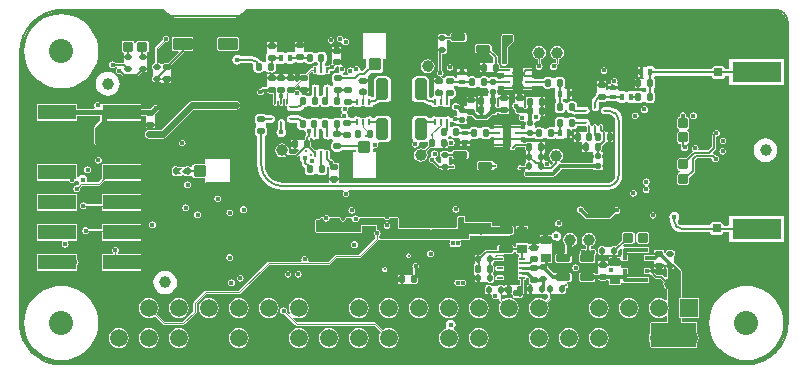
<source format=gtl>
G04*
G04 #@! TF.GenerationSoftware,Altium Limited,CircuitStudio,1.5.2 (30)*
G04*
G04 Layer_Physical_Order=1*
G04 Layer_Color=255*
%FSLAX25Y25*%
%MOIN*%
G70*
G01*
G75*
%ADD10C,0.00350*%
%ADD11C,0.00768*%
%ADD12C,0.03937*%
G04:AMPARAMS|DCode=13|XSize=49.02mil|YSize=24.02mil|CornerRadius=3.6mil|HoleSize=0mil|Usage=FLASHONLY|Rotation=90.000|XOffset=0mil|YOffset=0mil|HoleType=Round|Shape=RoundedRectangle|*
%AMROUNDEDRECTD13*
21,1,0.04902,0.01681,0,0,90.0*
21,1,0.04181,0.02402,0,0,90.0*
1,1,0.00721,0.00841,0.02091*
1,1,0.00721,0.00841,-0.02091*
1,1,0.00721,-0.00841,-0.02091*
1,1,0.00721,-0.00841,0.02091*
%
%ADD13ROUNDEDRECTD13*%
G04:AMPARAMS|DCode=14|XSize=70.87mil|YSize=40.95mil|CornerRadius=6.14mil|HoleSize=0mil|Usage=FLASHONLY|Rotation=90.000|XOffset=0mil|YOffset=0mil|HoleType=Round|Shape=RoundedRectangle|*
%AMROUNDEDRECTD14*
21,1,0.07087,0.02866,0,0,90.0*
21,1,0.05858,0.04095,0,0,90.0*
1,1,0.01228,0.01433,0.02929*
1,1,0.01228,0.01433,-0.02929*
1,1,0.01228,-0.01433,-0.02929*
1,1,0.01228,-0.01433,0.02929*
%
%ADD14ROUNDEDRECTD14*%
G04:AMPARAMS|DCode=15|XSize=64.96mil|YSize=41.34mil|CornerRadius=4.13mil|HoleSize=0mil|Usage=FLASHONLY|Rotation=180.000|XOffset=0mil|YOffset=0mil|HoleType=Round|Shape=RoundedRectangle|*
%AMROUNDEDRECTD15*
21,1,0.06496,0.03307,0,0,180.0*
21,1,0.05669,0.04134,0,0,180.0*
1,1,0.00827,-0.02835,0.01654*
1,1,0.00827,0.02835,0.01654*
1,1,0.00827,0.02835,-0.01654*
1,1,0.00827,-0.02835,-0.01654*
%
%ADD15ROUNDEDRECTD15*%
G04:AMPARAMS|DCode=16|XSize=23.62mil|YSize=19.69mil|CornerRadius=4.92mil|HoleSize=0mil|Usage=FLASHONLY|Rotation=180.000|XOffset=0mil|YOffset=0mil|HoleType=Round|Shape=RoundedRectangle|*
%AMROUNDEDRECTD16*
21,1,0.02362,0.00984,0,0,180.0*
21,1,0.01378,0.01969,0,0,180.0*
1,1,0.00984,-0.00689,0.00492*
1,1,0.00984,0.00689,0.00492*
1,1,0.00984,0.00689,-0.00492*
1,1,0.00984,-0.00689,-0.00492*
%
%ADD16ROUNDEDRECTD16*%
G04:AMPARAMS|DCode=17|XSize=23.62mil|YSize=19.69mil|CornerRadius=4.92mil|HoleSize=0mil|Usage=FLASHONLY|Rotation=270.000|XOffset=0mil|YOffset=0mil|HoleType=Round|Shape=RoundedRectangle|*
%AMROUNDEDRECTD17*
21,1,0.02362,0.00984,0,0,270.0*
21,1,0.01378,0.01969,0,0,270.0*
1,1,0.00984,-0.00492,-0.00689*
1,1,0.00984,-0.00492,0.00689*
1,1,0.00984,0.00492,0.00689*
1,1,0.00984,0.00492,-0.00689*
%
%ADD17ROUNDEDRECTD17*%
G04:AMPARAMS|DCode=18|XSize=32.68mil|YSize=27.56mil|CornerRadius=2.76mil|HoleSize=0mil|Usage=FLASHONLY|Rotation=180.000|XOffset=0mil|YOffset=0mil|HoleType=Round|Shape=RoundedRectangle|*
%AMROUNDEDRECTD18*
21,1,0.03268,0.02205,0,0,180.0*
21,1,0.02717,0.02756,0,0,180.0*
1,1,0.00551,-0.01358,0.01102*
1,1,0.00551,0.01358,0.01102*
1,1,0.00551,0.01358,-0.01102*
1,1,0.00551,-0.01358,-0.01102*
%
%ADD18ROUNDEDRECTD18*%
G04:AMPARAMS|DCode=19|XSize=31.89mil|YSize=36.61mil|CornerRadius=4.78mil|HoleSize=0mil|Usage=FLASHONLY|Rotation=270.000|XOffset=0mil|YOffset=0mil|HoleType=Round|Shape=RoundedRectangle|*
%AMROUNDEDRECTD19*
21,1,0.03189,0.02705,0,0,270.0*
21,1,0.02232,0.03661,0,0,270.0*
1,1,0.00957,-0.01352,-0.01116*
1,1,0.00957,-0.01352,0.01116*
1,1,0.00957,0.01352,0.01116*
1,1,0.00957,0.01352,-0.01116*
%
%ADD19ROUNDEDRECTD19*%
G04:AMPARAMS|DCode=20|XSize=31.89mil|YSize=36.61mil|CornerRadius=4.78mil|HoleSize=0mil|Usage=FLASHONLY|Rotation=180.000|XOffset=0mil|YOffset=0mil|HoleType=Round|Shape=RoundedRectangle|*
%AMROUNDEDRECTD20*
21,1,0.03189,0.02705,0,0,180.0*
21,1,0.02232,0.03661,0,0,180.0*
1,1,0.00957,-0.01116,0.01352*
1,1,0.00957,0.01116,0.01352*
1,1,0.00957,0.01116,-0.01352*
1,1,0.00957,-0.01116,-0.01352*
%
%ADD20ROUNDEDRECTD20*%
G04:AMPARAMS|DCode=21|XSize=27.56mil|YSize=27.56mil|CornerRadius=2.76mil|HoleSize=0mil|Usage=FLASHONLY|Rotation=270.000|XOffset=0mil|YOffset=0mil|HoleType=Round|Shape=RoundedRectangle|*
%AMROUNDEDRECTD21*
21,1,0.02756,0.02205,0,0,270.0*
21,1,0.02205,0.02756,0,0,270.0*
1,1,0.00551,-0.01102,-0.01102*
1,1,0.00551,-0.01102,0.01102*
1,1,0.00551,0.01102,0.01102*
1,1,0.00551,0.01102,-0.01102*
%
%ADD21ROUNDEDRECTD21*%
G04:AMPARAMS|DCode=22|XSize=14.17mil|YSize=23mil|CornerRadius=0.71mil|HoleSize=0mil|Usage=FLASHONLY|Rotation=180.000|XOffset=0mil|YOffset=0mil|HoleType=Round|Shape=RoundedRectangle|*
%AMROUNDEDRECTD22*
21,1,0.01417,0.02158,0,0,180.0*
21,1,0.01276,0.02300,0,0,180.0*
1,1,0.00142,-0.00638,0.01079*
1,1,0.00142,0.00638,0.01079*
1,1,0.00142,0.00638,-0.01079*
1,1,0.00142,-0.00638,-0.01079*
%
%ADD22ROUNDEDRECTD22*%
G04:AMPARAMS|DCode=23|XSize=14.17mil|YSize=23mil|CornerRadius=0.71mil|HoleSize=0mil|Usage=FLASHONLY|Rotation=90.000|XOffset=0mil|YOffset=0mil|HoleType=Round|Shape=RoundedRectangle|*
%AMROUNDEDRECTD23*
21,1,0.01417,0.02158,0,0,90.0*
21,1,0.01276,0.02300,0,0,90.0*
1,1,0.00142,0.01079,0.00638*
1,1,0.00142,0.01079,-0.00638*
1,1,0.00142,-0.01079,-0.00638*
1,1,0.00142,-0.01079,0.00638*
%
%ADD23ROUNDEDRECTD23*%
G04:AMPARAMS|DCode=24|XSize=23.62mil|YSize=17.72mil|CornerRadius=4.43mil|HoleSize=0mil|Usage=FLASHONLY|Rotation=270.000|XOffset=0mil|YOffset=0mil|HoleType=Round|Shape=RoundedRectangle|*
%AMROUNDEDRECTD24*
21,1,0.02362,0.00886,0,0,270.0*
21,1,0.01476,0.01772,0,0,270.0*
1,1,0.00886,-0.00443,-0.00738*
1,1,0.00886,-0.00443,0.00738*
1,1,0.00886,0.00443,0.00738*
1,1,0.00886,0.00443,-0.00738*
%
%ADD24ROUNDEDRECTD24*%
G04:AMPARAMS|DCode=25|XSize=23.62mil|YSize=17.72mil|CornerRadius=4.43mil|HoleSize=0mil|Usage=FLASHONLY|Rotation=180.000|XOffset=0mil|YOffset=0mil|HoleType=Round|Shape=RoundedRectangle|*
%AMROUNDEDRECTD25*
21,1,0.02362,0.00886,0,0,180.0*
21,1,0.01476,0.01772,0,0,180.0*
1,1,0.00886,-0.00738,0.00443*
1,1,0.00886,0.00738,0.00443*
1,1,0.00886,0.00738,-0.00443*
1,1,0.00886,-0.00738,-0.00443*
%
%ADD25ROUNDEDRECTD25*%
G04:AMPARAMS|DCode=26|XSize=47.24mil|YSize=23.62mil|CornerRadius=3.54mil|HoleSize=0mil|Usage=FLASHONLY|Rotation=90.000|XOffset=0mil|YOffset=0mil|HoleType=Round|Shape=RoundedRectangle|*
%AMROUNDEDRECTD26*
21,1,0.04724,0.01654,0,0,90.0*
21,1,0.04016,0.02362,0,0,90.0*
1,1,0.00709,0.00827,0.02008*
1,1,0.00709,0.00827,-0.02008*
1,1,0.00709,-0.00827,-0.02008*
1,1,0.00709,-0.00827,0.02008*
%
%ADD26ROUNDEDRECTD26*%
G04:AMPARAMS|DCode=27|XSize=9.84mil|YSize=29.53mil|CornerRadius=1.48mil|HoleSize=0mil|Usage=FLASHONLY|Rotation=90.000|XOffset=0mil|YOffset=0mil|HoleType=Round|Shape=RoundedRectangle|*
%AMROUNDEDRECTD27*
21,1,0.00984,0.02658,0,0,90.0*
21,1,0.00689,0.02953,0,0,90.0*
1,1,0.00295,0.01329,0.00345*
1,1,0.00295,0.01329,-0.00345*
1,1,0.00295,-0.01329,-0.00345*
1,1,0.00295,-0.01329,0.00345*
%
%ADD27ROUNDEDRECTD27*%
G04:AMPARAMS|DCode=28|XSize=47.24mil|YSize=23.62mil|CornerRadius=2.36mil|HoleSize=0mil|Usage=FLASHONLY|Rotation=180.000|XOffset=0mil|YOffset=0mil|HoleType=Round|Shape=RoundedRectangle|*
%AMROUNDEDRECTD28*
21,1,0.04724,0.01890,0,0,180.0*
21,1,0.04252,0.02362,0,0,180.0*
1,1,0.00472,-0.02126,0.00945*
1,1,0.00472,0.02126,0.00945*
1,1,0.00472,0.02126,-0.00945*
1,1,0.00472,-0.02126,-0.00945*
%
%ADD28ROUNDEDRECTD28*%
%ADD29R,0.01654X0.01575*%
%ADD30R,0.16496X0.10492*%
%ADD31R,0.16496X0.07008*%
G04:AMPARAMS|DCode=32|XSize=48.43mil|YSize=23.62mil|CornerRadius=2.95mil|HoleSize=0mil|Usage=FLASHONLY|Rotation=0.000|XOffset=0mil|YOffset=0mil|HoleType=Round|Shape=RoundedRectangle|*
%AMROUNDEDRECTD32*
21,1,0.04843,0.01772,0,0,0.0*
21,1,0.04252,0.02362,0,0,0.0*
1,1,0.00591,0.02126,-0.00886*
1,1,0.00591,-0.02126,-0.00886*
1,1,0.00591,-0.02126,0.00886*
1,1,0.00591,0.02126,0.00886*
%
%ADD32ROUNDEDRECTD32*%
G04:AMPARAMS|DCode=33|XSize=21.65mil|YSize=17.72mil|CornerRadius=4.43mil|HoleSize=0mil|Usage=FLASHONLY|Rotation=180.000|XOffset=0mil|YOffset=0mil|HoleType=Round|Shape=RoundedRectangle|*
%AMROUNDEDRECTD33*
21,1,0.02165,0.00886,0,0,180.0*
21,1,0.01280,0.01772,0,0,180.0*
1,1,0.00886,-0.00640,0.00443*
1,1,0.00886,0.00640,0.00443*
1,1,0.00886,0.00640,-0.00443*
1,1,0.00886,-0.00640,-0.00443*
%
%ADD33ROUNDEDRECTD33*%
%ADD34R,0.12520X0.05000*%
%ADD35R,0.01476X0.01378*%
%ADD36R,0.08268X0.01378*%
%ADD37R,0.04331X0.05906*%
G04:AMPARAMS|DCode=38|XSize=21.65mil|YSize=9.84mil|CornerRadius=1.48mil|HoleSize=0mil|Usage=FLASHONLY|Rotation=90.000|XOffset=0mil|YOffset=0mil|HoleType=Round|Shape=RoundedRectangle|*
%AMROUNDEDRECTD38*
21,1,0.02165,0.00689,0,0,90.0*
21,1,0.01870,0.00984,0,0,90.0*
1,1,0.00295,0.00345,0.00935*
1,1,0.00295,0.00345,-0.00935*
1,1,0.00295,-0.00345,-0.00935*
1,1,0.00295,-0.00345,0.00935*
%
%ADD38ROUNDEDRECTD38*%
G04:AMPARAMS|DCode=39|XSize=51.18mil|YSize=31.5mil|CornerRadius=4.72mil|HoleSize=0mil|Usage=FLASHONLY|Rotation=180.000|XOffset=0mil|YOffset=0mil|HoleType=Round|Shape=RoundedRectangle|*
%AMROUNDEDRECTD39*
21,1,0.05118,0.02205,0,0,180.0*
21,1,0.04173,0.03150,0,0,180.0*
1,1,0.00945,-0.02087,0.01102*
1,1,0.00945,0.02087,0.01102*
1,1,0.00945,0.02087,-0.01102*
1,1,0.00945,-0.02087,-0.01102*
%
%ADD39ROUNDEDRECTD39*%
G04:AMPARAMS|DCode=40|XSize=39.37mil|YSize=41.34mil|CornerRadius=3.94mil|HoleSize=0mil|Usage=FLASHONLY|Rotation=270.000|XOffset=0mil|YOffset=0mil|HoleType=Round|Shape=RoundedRectangle|*
%AMROUNDEDRECTD40*
21,1,0.03937,0.03347,0,0,270.0*
21,1,0.03150,0.04134,0,0,270.0*
1,1,0.00787,-0.01673,-0.01575*
1,1,0.00787,-0.01673,0.01575*
1,1,0.00787,0.01673,0.01575*
1,1,0.00787,0.01673,-0.01575*
%
%ADD40ROUNDEDRECTD40*%
G04:AMPARAMS|DCode=41|XSize=41.34mil|YSize=86.61mil|CornerRadius=4.13mil|HoleSize=0mil|Usage=FLASHONLY|Rotation=270.000|XOffset=0mil|YOffset=0mil|HoleType=Round|Shape=RoundedRectangle|*
%AMROUNDEDRECTD41*
21,1,0.04134,0.07835,0,0,270.0*
21,1,0.03307,0.08661,0,0,270.0*
1,1,0.00827,-0.03917,-0.01654*
1,1,0.00827,-0.03917,0.01654*
1,1,0.00827,0.03917,0.01654*
1,1,0.00827,0.03917,-0.01654*
%
%ADD41ROUNDEDRECTD41*%
G04:AMPARAMS|DCode=42|XSize=39.37mil|YSize=41.34mil|CornerRadius=3.94mil|HoleSize=0mil|Usage=FLASHONLY|Rotation=180.000|XOffset=0mil|YOffset=0mil|HoleType=Round|Shape=RoundedRectangle|*
%AMROUNDEDRECTD42*
21,1,0.03937,0.03347,0,0,180.0*
21,1,0.03150,0.04134,0,0,180.0*
1,1,0.00787,-0.01575,0.01673*
1,1,0.00787,0.01575,0.01673*
1,1,0.00787,0.01575,-0.01673*
1,1,0.00787,-0.01575,-0.01673*
%
%ADD42ROUNDEDRECTD42*%
G04:AMPARAMS|DCode=43|XSize=41.34mil|YSize=86.61mil|CornerRadius=4.13mil|HoleSize=0mil|Usage=FLASHONLY|Rotation=180.000|XOffset=0mil|YOffset=0mil|HoleType=Round|Shape=RoundedRectangle|*
%AMROUNDEDRECTD43*
21,1,0.04134,0.07835,0,0,180.0*
21,1,0.03307,0.08661,0,0,180.0*
1,1,0.00827,-0.01654,0.03917*
1,1,0.00827,0.01654,0.03917*
1,1,0.00827,0.01654,-0.03917*
1,1,0.00827,-0.01654,-0.03917*
%
%ADD43ROUNDEDRECTD43*%
G04:AMPARAMS|DCode=44|XSize=21.65mil|YSize=8.66mil|CornerRadius=0.87mil|HoleSize=0mil|Usage=FLASHONLY|Rotation=0.000|XOffset=0mil|YOffset=0mil|HoleType=Round|Shape=RoundedRectangle|*
%AMROUNDEDRECTD44*
21,1,0.02165,0.00693,0,0,0.0*
21,1,0.01992,0.00866,0,0,0.0*
1,1,0.00173,0.00996,-0.00347*
1,1,0.00173,-0.00996,-0.00347*
1,1,0.00173,-0.00996,0.00347*
1,1,0.00173,0.00996,0.00347*
%
%ADD44ROUNDEDRECTD44*%
G04:AMPARAMS|DCode=45|XSize=35.43mil|YSize=59.06mil|CornerRadius=3.54mil|HoleSize=0mil|Usage=FLASHONLY|Rotation=0.000|XOffset=0mil|YOffset=0mil|HoleType=Round|Shape=RoundedRectangle|*
%AMROUNDEDRECTD45*
21,1,0.03543,0.05197,0,0,0.0*
21,1,0.02835,0.05906,0,0,0.0*
1,1,0.00709,0.01417,-0.02598*
1,1,0.00709,-0.01417,-0.02598*
1,1,0.00709,-0.01417,0.02598*
1,1,0.00709,0.01417,0.02598*
%
%ADD45ROUNDEDRECTD45*%
G04:AMPARAMS|DCode=46|XSize=18.11mil|YSize=7.87mil|CornerRadius=3.15mil|HoleSize=0mil|Usage=FLASHONLY|Rotation=180.000|XOffset=0mil|YOffset=0mil|HoleType=Round|Shape=RoundedRectangle|*
%AMROUNDEDRECTD46*
21,1,0.01811,0.00158,0,0,180.0*
21,1,0.01181,0.00787,0,0,180.0*
1,1,0.00630,-0.00591,0.00079*
1,1,0.00630,0.00591,0.00079*
1,1,0.00630,0.00591,-0.00079*
1,1,0.00630,-0.00591,-0.00079*
%
%ADD46ROUNDEDRECTD46*%
G04:AMPARAMS|DCode=47|XSize=18.11mil|YSize=7.87mil|CornerRadius=3.15mil|HoleSize=0mil|Usage=FLASHONLY|Rotation=270.000|XOffset=0mil|YOffset=0mil|HoleType=Round|Shape=RoundedRectangle|*
%AMROUNDEDRECTD47*
21,1,0.01811,0.00158,0,0,270.0*
21,1,0.01181,0.00787,0,0,270.0*
1,1,0.00630,-0.00079,-0.00591*
1,1,0.00630,-0.00079,0.00591*
1,1,0.00630,0.00079,0.00591*
1,1,0.00630,0.00079,-0.00591*
%
%ADD47ROUNDEDRECTD47*%
G04:AMPARAMS|DCode=48|XSize=31.5mil|YSize=31.5mil|CornerRadius=3.15mil|HoleSize=0mil|Usage=FLASHONLY|Rotation=270.000|XOffset=0mil|YOffset=0mil|HoleType=Round|Shape=RoundedRectangle|*
%AMROUNDEDRECTD48*
21,1,0.03150,0.02520,0,0,270.0*
21,1,0.02520,0.03150,0,0,270.0*
1,1,0.00630,-0.01260,-0.01260*
1,1,0.00630,-0.01260,0.01260*
1,1,0.00630,0.01260,0.01260*
1,1,0.00630,0.01260,-0.01260*
%
%ADD48ROUNDEDRECTD48*%
%ADD49C,0.00800*%
%ADD50C,0.01400*%
%ADD51C,0.01600*%
%ADD52C,0.00400*%
%ADD53C,0.01200*%
%ADD54C,0.01000*%
%ADD55C,0.00600*%
%ADD56C,0.00500*%
%ADD57C,0.00900*%
%ADD58C,0.02200*%
%ADD59R,0.04000X0.02350*%
%ADD60R,0.02660X0.02100*%
%ADD61R,0.03937X0.02765*%
%ADD62R,0.01624X0.01575*%
%ADD63C,0.08000*%
%ADD64R,0.05906X0.05906*%
%ADD65C,0.05906*%
%ADD66C,0.02362*%
%ADD67C,0.03819*%
%ADD68C,0.01600*%
%ADD69C,0.01000*%
G36*
X1048995Y817364D02*
X1082175D01*
X1082867Y816672D01*
X1083979Y815819D01*
X1084894Y815440D01*
X1085273Y815283D01*
X1086662Y815100D01*
X1105890D01*
X1107278Y815283D01*
X1108572Y815819D01*
X1109684Y816672D01*
X1110376Y817364D01*
X1286362D01*
X1286471Y817378D01*
X1287353Y817262D01*
X1288277Y816880D01*
X1289070Y816271D01*
X1289678Y815478D01*
X1290061Y814555D01*
X1290177Y813673D01*
X1290162Y813564D01*
Y713281D01*
X1290186Y713103D01*
X1290034Y711177D01*
X1289542Y709125D01*
X1288734Y707174D01*
X1287631Y705375D01*
X1286260Y703770D01*
X1284655Y702399D01*
X1282856Y701296D01*
X1280905Y700488D01*
X1278853Y699996D01*
X1276927Y699844D01*
X1276749Y699867D01*
X1047891Y699867D01*
X1047720Y699845D01*
X1045867Y699991D01*
X1043893Y700465D01*
X1042017Y701242D01*
X1040286Y702302D01*
X1038742Y703621D01*
X1037424Y705165D01*
X1036363Y706896D01*
X1035586Y708771D01*
X1035112Y710745D01*
X1034966Y712599D01*
X1034989Y712769D01*
X1034989Y796470D01*
Y803358D01*
X1034964Y803544D01*
X1035122Y805555D01*
X1035637Y807698D01*
X1036480Y809734D01*
X1037632Y811613D01*
X1039063Y813290D01*
X1040739Y814721D01*
X1042618Y815872D01*
X1044655Y816716D01*
X1046798Y817230D01*
X1048809Y817389D01*
X1048995Y817364D01*
D02*
G37*
%LPC*%
G36*
X1146076Y740553D02*
X1145639Y740466D01*
X1145268Y740219D01*
X1145021Y739848D01*
X1144934Y739411D01*
X1145021Y738974D01*
X1145268Y738604D01*
X1145639Y738356D01*
X1146076Y738269D01*
X1146513Y738356D01*
X1146883Y738604D01*
X1147131Y738974D01*
X1147217Y739411D01*
X1147131Y739848D01*
X1146883Y740219D01*
X1146513Y740466D01*
X1146076Y740553D01*
D02*
G37*
G36*
X1053565Y746298D02*
X1040405D01*
Y740658D01*
X1048523D01*
X1048531Y740650D01*
X1048744Y740158D01*
X1048605Y739949D01*
X1048518Y739512D01*
X1048605Y739075D01*
X1048852Y738704D01*
X1049223Y738457D01*
X1049660Y738370D01*
X1050097Y738457D01*
X1050467Y738704D01*
X1050715Y739075D01*
X1050802Y739512D01*
X1050715Y739949D01*
X1050575Y740158D01*
X1050788Y740650D01*
X1050797Y740658D01*
X1053565D01*
Y746298D01*
D02*
G37*
G36*
X1224176Y743314D02*
X1223283Y743137D01*
X1222526Y742631D01*
X1222020Y741874D01*
X1221842Y740981D01*
X1222020Y740088D01*
X1222526Y739331D01*
X1223283Y738825D01*
X1223337Y738814D01*
Y737927D01*
X1222725D01*
X1222713Y737936D01*
X1222276Y738023D01*
X1221839Y737936D01*
X1221744Y737873D01*
X1221631Y737826D01*
X1221614Y737786D01*
X1221468Y737689D01*
X1221221Y737318D01*
X1221134Y736881D01*
X1221221Y736444D01*
X1221150Y736212D01*
X1221124Y736201D01*
X1220948Y735776D01*
Y733886D01*
X1221124Y733460D01*
X1221550Y733284D01*
X1225802D01*
X1226227Y733460D01*
X1226404Y733886D01*
Y735776D01*
X1226324Y735967D01*
X1226483Y736074D01*
X1226731Y736444D01*
X1226818Y736881D01*
X1226731Y737318D01*
X1226483Y737689D01*
X1226113Y737936D01*
X1225676Y738023D01*
X1225306Y737950D01*
X1224833Y738118D01*
X1224806Y738131D01*
Y738773D01*
X1225068Y738825D01*
X1225826Y739331D01*
X1226331Y740088D01*
X1226509Y740981D01*
X1226331Y741874D01*
X1225826Y742631D01*
X1225068Y743137D01*
X1224176Y743314D01*
D02*
G37*
G36*
X1171476Y737511D02*
X1171039Y737424D01*
X1170668Y737177D01*
X1170421Y736806D01*
X1170334Y736369D01*
X1170421Y735932D01*
X1170668Y735562D01*
X1171039Y735314D01*
X1171476Y735227D01*
X1171913Y735314D01*
X1172283Y735562D01*
X1172531Y735932D01*
X1172618Y736369D01*
X1172531Y736806D01*
X1172283Y737177D01*
X1171913Y737424D01*
X1171476Y737511D01*
D02*
G37*
G36*
X1251376Y737717D02*
X1251056Y737653D01*
X1250978Y737602D01*
X1250637D01*
X1250340Y737543D01*
X1250098Y737381D01*
X1249998D01*
Y737240D01*
X1249919Y737122D01*
X1249860Y736824D01*
Y736641D01*
X1249401Y736402D01*
X1249251Y736754D01*
X1249251D01*
Y737542D01*
X1248796D01*
X1248682Y737618D01*
X1248366Y737681D01*
X1246988D01*
X1246671Y737618D01*
X1246557Y737542D01*
X1246102D01*
Y736754D01*
X1246160D01*
Y735967D01*
X1246102D01*
Y735893D01*
X1246003Y735794D01*
X1244618D01*
Y735865D01*
X1242502D01*
Y733847D01*
X1244618D01*
Y733918D01*
X1246102D01*
Y732817D01*
X1249251D01*
X1249251Y732817D01*
X1249687Y732661D01*
X1249860Y732536D01*
Y731938D01*
X1249919Y731640D01*
X1249998Y731522D01*
Y731381D01*
X1250098D01*
X1250129Y731360D01*
Y728673D01*
X1249629Y728466D01*
X1248895Y729200D01*
X1248656Y729359D01*
X1248376Y729415D01*
X1246980D01*
X1245351Y731044D01*
X1245112Y731203D01*
X1244831Y731259D01*
X1244618D01*
Y731534D01*
X1242502D01*
Y729516D01*
X1244618D01*
X1244618Y729516D01*
Y729516D01*
X1245024Y729294D01*
X1246157Y728162D01*
X1246395Y728003D01*
X1246676Y727947D01*
X1248071D01*
X1249188Y726831D01*
X1249100Y726391D01*
X1249278Y725498D01*
X1249784Y724741D01*
X1250129Y724511D01*
Y721077D01*
X1249629Y720830D01*
X1249226Y721140D01*
X1248430Y721470D01*
X1247576Y721582D01*
X1246721Y721470D01*
X1245925Y721140D01*
X1245241Y720615D01*
X1244717Y719932D01*
X1244387Y719136D01*
X1244275Y718281D01*
X1244387Y717427D01*
X1244717Y716631D01*
X1245241Y715947D01*
X1245925Y715422D01*
X1246721Y715093D01*
X1247576Y714980D01*
X1248430Y715093D01*
X1249226Y715422D01*
X1249629Y715732D01*
X1250129Y715485D01*
Y713627D01*
X1245076D01*
X1244831Y713526D01*
X1244729Y713281D01*
Y709948D01*
X1244717Y709932D01*
X1244387Y709135D01*
X1244275Y708281D01*
X1244387Y707427D01*
X1244717Y706631D01*
X1244729Y706614D01*
Y705381D01*
X1244831Y705136D01*
X1245076Y705035D01*
X1247161D01*
X1247576Y704980D01*
X1247991Y705035D01*
X1257161D01*
X1257576Y704980D01*
X1257990Y705035D01*
X1260076D01*
X1260320Y705136D01*
X1260422Y705381D01*
Y706614D01*
X1260434Y706631D01*
X1260764Y707427D01*
X1260877Y708281D01*
X1260764Y709135D01*
X1260434Y709932D01*
X1260422Y709948D01*
Y711381D01*
Y713281D01*
X1260320Y713526D01*
X1260076Y713627D01*
X1255186D01*
Y715008D01*
X1260848D01*
Y721554D01*
X1255186D01*
Y730723D01*
X1255084Y730968D01*
X1252903Y733150D01*
X1252780Y733201D01*
X1252754Y733240D01*
Y735522D01*
X1252832Y735640D01*
X1252892Y735938D01*
Y736824D01*
X1252832Y737122D01*
X1252754Y737240D01*
Y737381D01*
X1252653D01*
X1252411Y737543D01*
X1252114Y737602D01*
X1251773D01*
X1251696Y737653D01*
X1251376Y737717D01*
D02*
G37*
G36*
X1252676Y750312D02*
X1252051Y750188D01*
X1251522Y749835D01*
X1251168Y749305D01*
X1251044Y748681D01*
X1251168Y748057D01*
X1251390Y747725D01*
X1251460Y747254D01*
X1251460D01*
X1251588Y746278D01*
X1251965Y745368D01*
X1252564Y744587D01*
X1253345Y743988D01*
X1254255Y743611D01*
X1255231Y743482D01*
Y743491D01*
X1264728D01*
X1264771Y743275D01*
X1265009Y742919D01*
X1265365Y742681D01*
X1265784Y742598D01*
X1267989D01*
X1268409Y742681D01*
X1268764Y742919D01*
X1269002Y743275D01*
X1269045Y743491D01*
X1271126D01*
Y740394D01*
X1289222D01*
Y749002D01*
X1271126D01*
Y745905D01*
X1269084D01*
X1269002Y746319D01*
X1268764Y746675D01*
X1268409Y746912D01*
X1267989Y746996D01*
X1265784D01*
X1265365Y746912D01*
X1265009Y746675D01*
X1264771Y746319D01*
X1264689Y745905D01*
X1255231D01*
Y745906D01*
X1254715Y746009D01*
X1254278Y746301D01*
X1253986Y746738D01*
X1253883Y747254D01*
X1253959Y747722D01*
X1254183Y748057D01*
X1254307Y748681D01*
X1254183Y749305D01*
X1253829Y749835D01*
X1253300Y750188D01*
X1252676Y750312D01*
D02*
G37*
G36*
X1213377Y743896D02*
X1212753Y743772D01*
X1212224Y743418D01*
X1212056Y743167D01*
X1211794Y742775D01*
Y742775D01*
X1210711D01*
Y741791D01*
X1211794D01*
X1211862Y741678D01*
X1211870Y741640D01*
X1212224Y741111D01*
X1212753Y740757D01*
X1213377Y740633D01*
X1214001Y740757D01*
X1214531Y741111D01*
X1214884Y741640D01*
X1215009Y742264D01*
X1214884Y742889D01*
X1214531Y743418D01*
X1214001Y743772D01*
X1213377Y743896D01*
D02*
G37*
G36*
X1243628Y743622D02*
X1240923D01*
X1240612Y743560D01*
X1240348Y743384D01*
X1240171Y743120D01*
X1240109Y742808D01*
Y740576D01*
X1240171Y740265D01*
X1240348Y740000D01*
X1240612Y739824D01*
X1240923Y739762D01*
X1243628D01*
X1243939Y739824D01*
X1244203Y740000D01*
X1244380Y740265D01*
X1244442Y740576D01*
Y742808D01*
X1244380Y743120D01*
X1244203Y743384D01*
X1243939Y743560D01*
X1243628Y743622D01*
D02*
G37*
G36*
X1203844Y742753D02*
X1199907D01*
Y739214D01*
X1199873Y739131D01*
Y738566D01*
X1199204D01*
Y738776D01*
X1199027Y739202D01*
X1198602Y739378D01*
X1194350D01*
X1193924Y739202D01*
X1193748Y738776D01*
Y737515D01*
X1189976D01*
X1189695Y737459D01*
X1189456Y737300D01*
X1188155Y735999D01*
X1188096Y736038D01*
X1187799Y736097D01*
X1186913D01*
X1186615Y736038D01*
X1186497Y735959D01*
X1186356D01*
Y735859D01*
X1186194Y735617D01*
X1186135Y735319D01*
Y733843D01*
X1186194Y733545D01*
X1186274Y733426D01*
X1186126Y732926D01*
X1186126D01*
X1186126Y732926D01*
X1186102Y732436D01*
X1186050Y732357D01*
X1185987Y732040D01*
Y730662D01*
X1186050Y730345D01*
X1186126Y730232D01*
Y729962D01*
X1186126Y729796D01*
Y729727D01*
X1186336Y729314D01*
Y729227D01*
Y728762D01*
X1186926D01*
Y729232D01*
X1186926Y729346D01*
X1186984Y729434D01*
X1187337Y729721D01*
X1187411Y729720D01*
X1187429Y729717D01*
X1187490Y729693D01*
X1187859Y729275D01*
Y726793D01*
X1190477D01*
X1190595Y726714D01*
X1190893Y726655D01*
X1191778D01*
X1192076Y726714D01*
X1192194Y726793D01*
X1192336D01*
Y726893D01*
X1192497Y727135D01*
X1192556Y727433D01*
Y728909D01*
X1192497Y729207D01*
X1192445Y729285D01*
X1192445Y729299D01*
X1192425Y729776D01*
Y729776D01*
X1192449Y730267D01*
X1192501Y730345D01*
X1192564Y730662D01*
Y732040D01*
X1192501Y732357D01*
X1192449Y732436D01*
X1192425Y732926D01*
Y732926D01*
Y732926D01*
X1192435Y733407D01*
X1192435Y733422D01*
X1192517Y733545D01*
X1192576Y733843D01*
Y733977D01*
X1193403D01*
X1193529Y733924D01*
X1195522D01*
X1195833Y734053D01*
X1195962Y734364D01*
Y735057D01*
X1195833Y735368D01*
X1195522Y735497D01*
X1193529D01*
X1193403Y735445D01*
X1193027D01*
X1193002Y735463D01*
X1192959Y735547D01*
X1193266Y736047D01*
X1195425D01*
X1195706Y736103D01*
X1195944Y736262D01*
X1195967Y736285D01*
X1198602D01*
X1199027Y736461D01*
X1199204Y736887D01*
Y737097D01*
X1199873D01*
Y736926D01*
X1199907Y736843D01*
Y736257D01*
X1200793D01*
X1201116Y735809D01*
X1201018Y735521D01*
X1201005Y735495D01*
X1200698Y735368D01*
X1200570Y735057D01*
Y734364D01*
X1200599Y734294D01*
X1200698Y734053D01*
Y733923D01*
Y733793D01*
X1200599Y733553D01*
X1200570Y733482D01*
Y732789D01*
X1200631Y732641D01*
X1200698Y732478D01*
Y732219D01*
X1200631Y732056D01*
X1200570Y731908D01*
Y731215D01*
X1200631Y731066D01*
X1200698Y730903D01*
Y730644D01*
X1200631Y730481D01*
X1200570Y730333D01*
Y729640D01*
X1200599Y729569D01*
X1200698Y729329D01*
Y729199D01*
Y729069D01*
X1200599Y728829D01*
X1200570Y728758D01*
Y728065D01*
X1200698Y727754D01*
X1201010Y727625D01*
X1201272D01*
Y726352D01*
X1201020Y725956D01*
Y725956D01*
X1197871D01*
Y722806D01*
X1198729D01*
X1198859Y722612D01*
Y722081D01*
X1198961Y721836D01*
X1199206Y721735D01*
X1201396D01*
X1201414Y721731D01*
X1201432Y721735D01*
X1201866D01*
X1202110Y721836D01*
X1202212Y722081D01*
Y722129D01*
X1202375Y722373D01*
X1202454Y722771D01*
Y722805D01*
X1202455Y722806D01*
X1202595D01*
Y723209D01*
X1202610Y723284D01*
X1202671Y723375D01*
X1202734Y723692D01*
Y725070D01*
X1202671Y725387D01*
X1202663Y725400D01*
X1202684Y725432D01*
X1202693Y725478D01*
X1202740Y725713D01*
Y727625D01*
X1203002D01*
X1203313Y727754D01*
X1203442Y728065D01*
Y728272D01*
X1203942Y728480D01*
X1204365Y728057D01*
Y727986D01*
X1204423D01*
Y727198D01*
X1204365D01*
Y726411D01*
X1204820D01*
X1204934Y726335D01*
X1205116Y726299D01*
X1205299Y725859D01*
Y725859D01*
X1205299Y725859D01*
X1205299Y725859D01*
Y723103D01*
X1207917D01*
X1208035Y723024D01*
X1208333Y722965D01*
X1209219D01*
X1209516Y723024D01*
X1209634Y723103D01*
X1209741D01*
X1209776Y723103D01*
X1209776Y723103D01*
X1210007Y723150D01*
X1210276Y723087D01*
X1210653Y722734D01*
Y721854D01*
X1209629Y720831D01*
X1209226Y721140D01*
X1208430Y721470D01*
X1207576Y721582D01*
X1206721Y721470D01*
X1205925Y721140D01*
X1205241Y720615D01*
X1204717Y719932D01*
X1204387Y719136D01*
X1204275Y718281D01*
X1204387Y717427D01*
X1204717Y716631D01*
X1205241Y715947D01*
X1205925Y715422D01*
X1206721Y715093D01*
X1207576Y714980D01*
X1208430Y715093D01*
X1209226Y715422D01*
X1209910Y715947D01*
X1210434Y716631D01*
X1210764Y717427D01*
X1210877Y718281D01*
X1210764Y719136D01*
X1210434Y719932D01*
X1210386Y719995D01*
X1211614Y721223D01*
X1211778Y721621D01*
Y722977D01*
X1212016Y723024D01*
X1212134Y723103D01*
X1214417D01*
X1214535Y723024D01*
X1214833Y722965D01*
X1215718D01*
X1216016Y723024D01*
X1216134Y723103D01*
X1216276D01*
Y723203D01*
X1216437Y723445D01*
X1216496Y723743D01*
Y724880D01*
X1216576Y724945D01*
X1216895Y725009D01*
X1217167Y725190D01*
X1217348Y725461D01*
X1217412Y725781D01*
X1217348Y726101D01*
X1217167Y726372D01*
X1216999Y726485D01*
X1217096Y726985D01*
X1217902D01*
X1218327Y727161D01*
X1218504Y727587D01*
Y729476D01*
X1218327Y729902D01*
X1217902Y730078D01*
X1213650D01*
X1213224Y729902D01*
X1213192Y729826D01*
X1212658Y729758D01*
X1210605Y731811D01*
Y732299D01*
X1210604Y732304D01*
X1210662Y732592D01*
Y732847D01*
X1210711Y733327D01*
X1211794D01*
Y733913D01*
X1211829Y733996D01*
Y736201D01*
X1211794Y736284D01*
Y739823D01*
X1207878D01*
X1207858Y739823D01*
X1207857D01*
X1207449Y739601D01*
X1207357Y739601D01*
X1206634D01*
Y738813D01*
X1207357D01*
X1207470Y738813D01*
X1207607Y738717D01*
Y738469D01*
X1207147Y738026D01*
X1204379D01*
X1204321Y738026D01*
X1204037Y738115D01*
X1204037Y738115D01*
X1204021Y738417D01*
X1204226Y738645D01*
X1204438Y738813D01*
X1205157D01*
Y739601D01*
X1204344D01*
X1204272Y739601D01*
X1203844Y739776D01*
Y742753D01*
D02*
G37*
G36*
X1238728Y743622D02*
X1236023D01*
X1235712Y743560D01*
X1235448Y743384D01*
X1235271Y743120D01*
X1235209Y742808D01*
Y740753D01*
X1233315Y738858D01*
X1233119Y738897D01*
X1232233D01*
X1231935Y738838D01*
X1231817Y738759D01*
X1229534D01*
X1229416Y738838D01*
X1229119Y738897D01*
X1228233D01*
X1227935Y738838D01*
X1227817Y738759D01*
X1227676D01*
Y738659D01*
X1227514Y738417D01*
X1227455Y738119D01*
Y736643D01*
X1227514Y736345D01*
X1227676Y736103D01*
Y735987D01*
X1227841D01*
X1227935Y735924D01*
X1228233Y735865D01*
X1229119D01*
X1229416Y735924D01*
X1229534Y736003D01*
X1231817D01*
X1231935Y735924D01*
X1232233Y735865D01*
X1233119D01*
X1233416Y735924D01*
X1233534Y736003D01*
X1233676D01*
Y736103D01*
X1233837Y736345D01*
X1233896Y736643D01*
Y737364D01*
X1234632Y738099D01*
X1235233Y737993D01*
X1235311Y737823D01*
X1235240Y737464D01*
Y735865D01*
X1235120D01*
Y735791D01*
X1234844Y735405D01*
X1234620Y735405D01*
X1233761D01*
Y734421D01*
X1234620D01*
X1234844Y734421D01*
X1235120Y734035D01*
X1235120Y734035D01*
Y733847D01*
X1237236D01*
Y735865D01*
X1237116D01*
Y736701D01*
X1244323D01*
Y738719D01*
X1235959D01*
X1235752Y739219D01*
X1236295Y739762D01*
X1238728D01*
X1239040Y739824D01*
X1239303Y740000D01*
X1239480Y740265D01*
X1239542Y740576D01*
Y742808D01*
X1239480Y743120D01*
X1239303Y743384D01*
X1239040Y743560D01*
X1238728Y743622D01*
D02*
G37*
G36*
X1164134Y736554D02*
X1163814Y736491D01*
X1163543Y736309D01*
X1163362Y736038D01*
X1163298Y735718D01*
X1163362Y735398D01*
X1163543Y735127D01*
X1163814Y734946D01*
X1164134Y734882D01*
X1164454Y734946D01*
X1164725Y735127D01*
X1164907Y735398D01*
X1164970Y735718D01*
X1164907Y736038D01*
X1164725Y736309D01*
X1164454Y736491D01*
X1164134Y736554D01*
D02*
G37*
G36*
X1246939Y732030D02*
X1246102D01*
Y731242D01*
X1246939D01*
Y732030D01*
D02*
G37*
G36*
X1249301D02*
X1248415D01*
Y731242D01*
X1249301D01*
Y732030D01*
D02*
G37*
G36*
X1194525Y732397D02*
X1194277Y732348D01*
X1193529D01*
X1193218Y732219D01*
X1193089Y731908D01*
Y731215D01*
X1193218Y730903D01*
X1193529Y730774D01*
X1194277D01*
X1194525Y730725D01*
X1194774Y730774D01*
X1195522D01*
X1195833Y730903D01*
X1195962Y731215D01*
Y731908D01*
X1195833Y732219D01*
X1195522Y732348D01*
X1194774D01*
X1194525Y732397D01*
D02*
G37*
G36*
X1053565Y736298D02*
X1040405D01*
Y730658D01*
X1053565D01*
Y732497D01*
X1053824Y732670D01*
X1054072Y733041D01*
X1054158Y733478D01*
X1054072Y733915D01*
X1053824Y734285D01*
X1053565Y734458D01*
Y736298D01*
D02*
G37*
G36*
X1066416Y738756D02*
X1065979Y738669D01*
X1065608Y738421D01*
X1065361Y738051D01*
X1065274Y737614D01*
X1065361Y737177D01*
X1065608Y736806D01*
X1065621Y736798D01*
X1065469Y736298D01*
X1061901D01*
Y730658D01*
X1075061D01*
Y736298D01*
X1067362D01*
X1067211Y736798D01*
X1067223Y736806D01*
X1067471Y737177D01*
X1067558Y737614D01*
X1067471Y738051D01*
X1067223Y738421D01*
X1066853Y738669D01*
X1066416Y738756D01*
D02*
G37*
G36*
X1104576Y736223D02*
X1104139Y736136D01*
X1103768Y735889D01*
X1103521Y735518D01*
X1103434Y735081D01*
X1103521Y734644D01*
X1103768Y734274D01*
X1104139Y734026D01*
X1104576Y733939D01*
X1105013Y734026D01*
X1105383Y734274D01*
X1105631Y734644D01*
X1105717Y735081D01*
X1105631Y735518D01*
X1105383Y735889D01*
X1105013Y736136D01*
X1104576Y736223D01*
D02*
G37*
G36*
X1231990Y735405D02*
X1230907D01*
Y734421D01*
X1231990D01*
Y735405D01*
D02*
G37*
G36*
X1217976Y743314D02*
X1217083Y743137D01*
X1216326Y742631D01*
X1215820Y741874D01*
X1215642Y740981D01*
X1215820Y740088D01*
X1216326Y739331D01*
X1216334Y739326D01*
Y736854D01*
X1215857Y736378D01*
X1213650D01*
X1213224Y736201D01*
X1213048Y735776D01*
Y733886D01*
X1213224Y733460D01*
X1213650Y733284D01*
X1217902D01*
X1218327Y733460D01*
X1218504Y733886D01*
Y735776D01*
X1218471Y735855D01*
X1218531Y735944D01*
X1218618Y736381D01*
Y738775D01*
X1218869Y738825D01*
X1219625Y739331D01*
X1220131Y740088D01*
X1220309Y740981D01*
X1220131Y741874D01*
X1219625Y742631D01*
X1218869Y743137D01*
X1217976Y743314D01*
D02*
G37*
G36*
X1228237Y733831D02*
X1227352D01*
Y733043D01*
X1228237D01*
Y733831D01*
D02*
G37*
G36*
X1230550D02*
X1229714D01*
Y733043D01*
X1230550D01*
Y733831D01*
D02*
G37*
G36*
X1208940Y742775D02*
X1207857D01*
Y741791D01*
X1208940D01*
Y742775D01*
D02*
G37*
G36*
X1053565Y756298D02*
X1040405D01*
Y750658D01*
X1053565D01*
Y756298D01*
D02*
G37*
G36*
X1075061D02*
X1061901D01*
Y752911D01*
X1056754D01*
X1056572Y753183D01*
X1056202Y753431D01*
X1055765Y753517D01*
X1055328Y753431D01*
X1054957Y753183D01*
X1054710Y752813D01*
X1054623Y752376D01*
X1054710Y751939D01*
X1054957Y751568D01*
X1055328Y751321D01*
X1055765Y751234D01*
X1056202Y751321D01*
X1056572Y751568D01*
X1056754Y751840D01*
X1061901D01*
Y750658D01*
X1075061D01*
Y756298D01*
D02*
G37*
G36*
X1089890Y752839D02*
X1089452Y752752D01*
X1089082Y752505D01*
X1088834Y752134D01*
X1088748Y751697D01*
X1088834Y751260D01*
X1089082Y750890D01*
X1089452Y750642D01*
X1089890Y750555D01*
X1090326Y750642D01*
X1090697Y750890D01*
X1090945Y751260D01*
X1091031Y751697D01*
X1090945Y752134D01*
X1090697Y752505D01*
X1090326Y752752D01*
X1089890Y752839D01*
D02*
G37*
G36*
X1109176Y752223D02*
X1108739Y752136D01*
X1108368Y751889D01*
X1108121Y751518D01*
X1108034Y751081D01*
X1108121Y750644D01*
X1108368Y750274D01*
X1108739Y750026D01*
X1109176Y749939D01*
X1109613Y750026D01*
X1109983Y750274D01*
X1110231Y750644D01*
X1110318Y751081D01*
X1110231Y751518D01*
X1109983Y751889D01*
X1109613Y752136D01*
X1109176Y752223D01*
D02*
G37*
G36*
X1179876Y752323D02*
X1179439Y752236D01*
X1179068Y751989D01*
X1178821Y751618D01*
X1178734Y751181D01*
X1178821Y750744D01*
X1179068Y750374D01*
X1179439Y750126D01*
X1179876Y750039D01*
X1180313Y750126D01*
X1180683Y750374D01*
X1180931Y750744D01*
X1181017Y751181D01*
X1180931Y751618D01*
X1180683Y751989D01*
X1180313Y752236D01*
X1179876Y752323D01*
D02*
G37*
G36*
X1090512Y760523D02*
X1090075Y760436D01*
X1089704Y760189D01*
X1089457Y759818D01*
X1089370Y759381D01*
X1089457Y758944D01*
X1089704Y758574D01*
X1090075Y758326D01*
X1090512Y758239D01*
X1090949Y758326D01*
X1091319Y758574D01*
X1091567Y758944D01*
X1091654Y759381D01*
X1091567Y759818D01*
X1091319Y760189D01*
X1090949Y760436D01*
X1090512Y760523D01*
D02*
G37*
G36*
X1075061Y766298D02*
X1061901D01*
Y761416D01*
X1060615Y760129D01*
X1057336D01*
X1057035Y760629D01*
X1057126Y761085D01*
X1057002Y761709D01*
X1056648Y762239D01*
X1056119Y762592D01*
X1055494Y762716D01*
X1054870Y762592D01*
X1054341Y762239D01*
X1054065Y761825D01*
X1053565Y761953D01*
Y766298D01*
X1040405D01*
Y760658D01*
X1050850D01*
X1050865Y760584D01*
X1051112Y760214D01*
X1051483Y759966D01*
X1051920Y759879D01*
X1052357Y759966D01*
X1052727Y760214D01*
X1052975Y760584D01*
X1052989Y760658D01*
X1053438D01*
X1053565Y760658D01*
X1053986Y760467D01*
X1053986D01*
X1053987Y760461D01*
X1054341Y759931D01*
X1054370Y759639D01*
X1053845Y759115D01*
X1053525Y759179D01*
X1053088Y759092D01*
X1052717Y758844D01*
X1052470Y758474D01*
X1052383Y758037D01*
X1052470Y757600D01*
X1052717Y757229D01*
X1053088Y756982D01*
X1053525Y756895D01*
X1053962Y756982D01*
X1054332Y757229D01*
X1054580Y757600D01*
X1054667Y758037D01*
X1054603Y758357D01*
X1055303Y759058D01*
X1060837D01*
X1061216Y759215D01*
X1062659Y760658D01*
X1075061D01*
Y766298D01*
D02*
G37*
G36*
X1243376Y761523D02*
X1242939Y761436D01*
X1242568Y761189D01*
X1242321Y760818D01*
X1242234Y760381D01*
X1242321Y759944D01*
X1242568Y759574D01*
X1242916Y759341D01*
X1242939Y759181D01*
Y758981D01*
X1242916Y758821D01*
X1242568Y758589D01*
X1242321Y758218D01*
X1242234Y757781D01*
X1242321Y757344D01*
X1242568Y756974D01*
X1242939Y756726D01*
X1243376Y756639D01*
X1243813Y756726D01*
X1244183Y756974D01*
X1244431Y757344D01*
X1244518Y757781D01*
X1244431Y758218D01*
X1244183Y758589D01*
X1243835Y758821D01*
X1243813Y758981D01*
Y759181D01*
X1243835Y759341D01*
X1244183Y759574D01*
X1244431Y759944D01*
X1244518Y760381D01*
X1244431Y760818D01*
X1244183Y761189D01*
X1243813Y761436D01*
X1243376Y761523D01*
D02*
G37*
G36*
X1100576Y755823D02*
X1100139Y755736D01*
X1099768Y755489D01*
X1099521Y755118D01*
X1099434Y754681D01*
X1099521Y754244D01*
X1099768Y753874D01*
X1100139Y753626D01*
X1100576Y753539D01*
X1101013Y753626D01*
X1101383Y753874D01*
X1101631Y754244D01*
X1101717Y754681D01*
X1101631Y755118D01*
X1101383Y755489D01*
X1101013Y755736D01*
X1100576Y755823D01*
D02*
G37*
G36*
X1239076Y757723D02*
X1238639Y757636D01*
X1238268Y757389D01*
X1238021Y757018D01*
X1237934Y756581D01*
X1238021Y756144D01*
X1238268Y755774D01*
X1238639Y755526D01*
X1239076Y755439D01*
X1239513Y755526D01*
X1239883Y755774D01*
X1240131Y756144D01*
X1240217Y756581D01*
X1240131Y757018D01*
X1239883Y757389D01*
X1239513Y757636D01*
X1239076Y757723D01*
D02*
G37*
G36*
X1145267Y752011D02*
X1144831Y751924D01*
X1144460Y751677D01*
X1144213Y751306D01*
X1144125Y750869D01*
X1144213Y750432D01*
X1144460Y750062D01*
X1144831Y749814D01*
X1145267Y749727D01*
X1145704Y749814D01*
X1146075Y750062D01*
X1146323Y750432D01*
X1146409Y750869D01*
X1146323Y751306D01*
X1146075Y751677D01*
X1145704Y751924D01*
X1145267Y752011D01*
D02*
G37*
G36*
X1078747Y747169D02*
X1078310Y747082D01*
X1077939Y746835D01*
X1077692Y746464D01*
X1077605Y746027D01*
X1077692Y745590D01*
X1077939Y745220D01*
X1078310Y744972D01*
X1078747Y744885D01*
X1079184Y744972D01*
X1079554Y745220D01*
X1079802Y745590D01*
X1079889Y746027D01*
X1079802Y746464D01*
X1079554Y746835D01*
X1079184Y747082D01*
X1078747Y747169D01*
D02*
G37*
G36*
X1214165Y747681D02*
X1213728Y747594D01*
X1213357Y747346D01*
X1213110Y746976D01*
X1213023Y746539D01*
X1213110Y746102D01*
X1213357Y745731D01*
X1213728Y745484D01*
X1214165Y745397D01*
X1214602Y745484D01*
X1214972Y745731D01*
X1215220Y746102D01*
X1215306Y746539D01*
X1215220Y746976D01*
X1214972Y747346D01*
X1214602Y747594D01*
X1214165Y747681D01*
D02*
G37*
G36*
X1203844Y745706D02*
X1202761D01*
Y744721D01*
X1203844D01*
Y745706D01*
D02*
G37*
G36*
X1075061Y746298D02*
X1061901D01*
Y744644D01*
X1057541D01*
X1057359Y744915D01*
X1056989Y745163D01*
X1056552Y745250D01*
X1056115Y745163D01*
X1055744Y744915D01*
X1055497Y744545D01*
X1055410Y744108D01*
X1055497Y743671D01*
X1055744Y743300D01*
X1056115Y743053D01*
X1056552Y742966D01*
X1056989Y743053D01*
X1057359Y743300D01*
X1057541Y743572D01*
X1061901D01*
Y740658D01*
X1075061D01*
Y746298D01*
D02*
G37*
G36*
X1200990Y745706D02*
X1199907D01*
Y744721D01*
X1200990D01*
Y745706D01*
D02*
G37*
G36*
X1104576Y751123D02*
X1104139Y751036D01*
X1103768Y750789D01*
X1103521Y750418D01*
X1103434Y749981D01*
X1103521Y749544D01*
X1103768Y749174D01*
X1104139Y748926D01*
X1104576Y748839D01*
X1105013Y748926D01*
X1105383Y749174D01*
X1105631Y749544D01*
X1105717Y749981D01*
X1105631Y750418D01*
X1105383Y750789D01*
X1105013Y751036D01*
X1104576Y751123D01*
D02*
G37*
G36*
X1221476Y752123D02*
X1221039Y752036D01*
X1220668Y751789D01*
X1220421Y751418D01*
X1220334Y750981D01*
X1220421Y750544D01*
X1220668Y750174D01*
X1221039Y749926D01*
X1221370Y749860D01*
X1223112Y748118D01*
X1223417Y747915D01*
X1223776Y747843D01*
X1230876D01*
X1231235Y747915D01*
X1231539Y748118D01*
X1233129Y749708D01*
X1233476Y749639D01*
X1233913Y749726D01*
X1234283Y749974D01*
X1234531Y750344D01*
X1234618Y750781D01*
X1234531Y751218D01*
X1234283Y751589D01*
X1233913Y751836D01*
X1233476Y751923D01*
X1233039Y751836D01*
X1232858Y751716D01*
X1232517Y751648D01*
X1232212Y751444D01*
X1230487Y749719D01*
X1224164D01*
X1222547Y751336D01*
X1222531Y751418D01*
X1222283Y751789D01*
X1221913Y752036D01*
X1221476Y752123D01*
D02*
G37*
G36*
X1136666Y749383D02*
X1136229Y749296D01*
X1135858Y749049D01*
X1135611Y748678D01*
X1135568Y748464D01*
X1135566Y748463D01*
X1135051Y748490D01*
X1135009Y748475D01*
X1134966Y748484D01*
X1134889Y748432D01*
X1134801Y748401D01*
X1134782Y748361D01*
X1134745Y748336D01*
X1134723Y748303D01*
X1134467Y748132D01*
X1134166Y748072D01*
X1133943Y748117D01*
X1133823Y748093D01*
X1133702Y748076D01*
X1133202Y747786D01*
X1133173Y747749D01*
X1133131Y747731D01*
X1133096Y747647D01*
X1133041Y747575D01*
X1133047Y747529D01*
X1133029Y747486D01*
X1133029Y744025D01*
X1133029Y744025D01*
X1133029Y744025D01*
X1133080Y743902D01*
X1133131Y743780D01*
X1133131Y743780D01*
X1133131Y743780D01*
X1133485Y743427D01*
X1133485Y743427D01*
X1133486Y743427D01*
X1133608Y743376D01*
X1133730Y743326D01*
X1133731Y743326D01*
X1133731Y743326D01*
X1148277Y743371D01*
X1148399Y743422D01*
X1148520Y743472D01*
X1148521Y743473D01*
X1148521Y743473D01*
X1148571Y743596D01*
X1148622Y743717D01*
X1148622Y745535D01*
X1149111D01*
X1149144Y745548D01*
X1149179Y745541D01*
X1149214Y745548D01*
X1149249Y745541D01*
X1149283Y745548D01*
X1149316Y745535D01*
X1150316D01*
X1150349Y745548D01*
X1150383Y745541D01*
X1150432Y745551D01*
X1150481Y745541D01*
X1150516Y745548D01*
X1150548Y745535D01*
X1153329D01*
Y744423D01*
X1153288Y744346D01*
X1153239Y744336D01*
X1152868Y744089D01*
X1152621Y743718D01*
X1152534Y743281D01*
X1152621Y742844D01*
X1152868Y742474D01*
X1153113Y742310D01*
Y741514D01*
X1147642Y736044D01*
X1140009D01*
X1139611Y735879D01*
X1137476Y733744D01*
X1130965D01*
X1130836Y733898D01*
X1130651Y734244D01*
X1130717Y734581D01*
X1130631Y735018D01*
X1130383Y735389D01*
X1130013Y735636D01*
X1129576Y735723D01*
X1129139Y735636D01*
X1128768Y735389D01*
X1128521Y735018D01*
X1128434Y734581D01*
X1128501Y734244D01*
X1128315Y733898D01*
X1128187Y733744D01*
X1117476D01*
X1117078Y733579D01*
X1107542Y724044D01*
X1096476D01*
X1096078Y723879D01*
X1092578Y720379D01*
X1092413Y719981D01*
Y717314D01*
X1088842Y713744D01*
X1082909D01*
X1080255Y716397D01*
X1080434Y716631D01*
X1080764Y717427D01*
X1080877Y718281D01*
X1080764Y719136D01*
X1080434Y719932D01*
X1079910Y720615D01*
X1079226Y721140D01*
X1078430Y721470D01*
X1077576Y721582D01*
X1076721Y721470D01*
X1075925Y721140D01*
X1075241Y720615D01*
X1074717Y719932D01*
X1074387Y719136D01*
X1074275Y718281D01*
X1074387Y717427D01*
X1074717Y716631D01*
X1075241Y715947D01*
X1075925Y715422D01*
X1076721Y715093D01*
X1077576Y714980D01*
X1078430Y715093D01*
X1079226Y715422D01*
X1079459Y715601D01*
X1082278Y712783D01*
X1082676Y712618D01*
X1089076D01*
X1089474Y712783D01*
X1093374Y716683D01*
X1093538Y717081D01*
Y719748D01*
X1096709Y722918D01*
X1107776D01*
X1108174Y723083D01*
X1117709Y732618D01*
X1137709D01*
X1138107Y732783D01*
X1140242Y734918D01*
X1147876D01*
X1148274Y735083D01*
X1154074Y740883D01*
X1154532Y741082D01*
X1154647Y741059D01*
X1154737Y741041D01*
X1154772Y741048D01*
X1154805Y741035D01*
X1177836Y741035D01*
X1177970Y740776D01*
X1178032Y740535D01*
X1177821Y740218D01*
X1177734Y739781D01*
X1177821Y739344D01*
X1178068Y738974D01*
X1178439Y738726D01*
X1178876Y738639D01*
X1179313Y738726D01*
X1179683Y738974D01*
X1179768D01*
X1180139Y738726D01*
X1180576Y738639D01*
X1181013Y738726D01*
X1181383Y738974D01*
X1181631Y739344D01*
X1181717Y739781D01*
X1181631Y740218D01*
X1181419Y740535D01*
X1181481Y740776D01*
X1181615Y741035D01*
X1184376D01*
X1184620Y741136D01*
X1184722Y741381D01*
Y742435D01*
X1187219D01*
X1187263Y742405D01*
X1188156Y742228D01*
X1189048Y742405D01*
X1189092Y742435D01*
X1197576D01*
X1197820Y742536D01*
X1197840Y742584D01*
X1198602D01*
X1199027Y742760D01*
X1199204Y743186D01*
Y745076D01*
X1199027Y745501D01*
X1198602Y745678D01*
X1194350D01*
X1193987Y745528D01*
X1192122D01*
Y746587D01*
X1192071Y746710D01*
X1192022Y746831D01*
X1192021Y746831D01*
X1192021Y746832D01*
X1191899Y746882D01*
X1191777Y746934D01*
X1184024Y746974D01*
X1184023Y746974D01*
X1184022Y746974D01*
X1183122D01*
X1183122Y748581D01*
X1183020Y748826D01*
X1182776Y748927D01*
X1180829D01*
X1180584Y748826D01*
X1180231Y748472D01*
X1180129Y748228D01*
X1180129Y745239D01*
X1179776Y744886D01*
X1172033D01*
X1171971Y744861D01*
X1171945Y744866D01*
X1171576Y744792D01*
X1171206Y744866D01*
X1171180Y744861D01*
X1171118Y744886D01*
X1160822D01*
Y748249D01*
X1160721Y748493D01*
X1160476Y748595D01*
X1157963D01*
X1157931Y748581D01*
X1157896Y748588D01*
X1157812Y748532D01*
X1157719Y748493D01*
X1157705Y748461D01*
X1157675Y748441D01*
X1157503Y748183D01*
X1157247Y748012D01*
X1156946Y747952D01*
X1156644Y748012D01*
X1156388Y748183D01*
X1156216Y748441D01*
X1156186Y748461D01*
X1156173Y748493D01*
X1156079Y748532D01*
X1155995Y748588D01*
X1155960Y748581D01*
X1155928Y748595D01*
X1147837D01*
X1147820Y748588D01*
X1147803Y748593D01*
X1147700Y748538D01*
X1147660Y748522D01*
X1147283Y748789D01*
D01*
X1147283Y748789D01*
Y748789D01*
X1146913Y749036D01*
X1146895Y749040D01*
X1146476Y749123D01*
X1146056Y749040D01*
X1146039Y749036D01*
X1145668Y748789D01*
Y748789D01*
X1145257Y748536D01*
X1145251Y748538D01*
X1145148Y748593D01*
X1145131Y748588D01*
X1145114Y748595D01*
X1143460D01*
X1143443Y748588D01*
X1143442Y748589D01*
X1143441Y748589D01*
X1143440Y748589D01*
X1143440D01*
X1143438Y748590D01*
X1143437Y748590D01*
X1143436Y748590D01*
X1143436Y748590D01*
X1143434Y748591D01*
X1143433Y748591D01*
X1143432Y748592D01*
X1143429Y748593D01*
X1143427Y748593D01*
X1143426Y748593D01*
X1143426Y748593D01*
X1143323Y748538D01*
X1143260Y748512D01*
X1143245Y748509D01*
X1143242Y748505D01*
X1143215Y748493D01*
X1143208Y748477D01*
X1143192Y748468D01*
X1143170Y748441D01*
X1143170Y748441D01*
X1143167Y748432D01*
X1143167Y748431D01*
X1143161Y748413D01*
X1143161Y748412D01*
X1143156Y748397D01*
X1143156Y748394D01*
X1143145Y748359D01*
X1143098Y748289D01*
X1143098Y748289D01*
X1143094Y748269D01*
Y748268D01*
Y748268D01*
X1143024Y747919D01*
X1142853Y747663D01*
X1142597Y747492D01*
X1142296Y747432D01*
X1141994Y747492D01*
X1141738Y747663D01*
X1141567Y747919D01*
X1141497Y748268D01*
Y748269D01*
Y748269D01*
X1141493Y748289D01*
X1141493Y748289D01*
X1141446Y748359D01*
X1141430Y748412D01*
X1141421Y748441D01*
X1141421Y748441D01*
X1141399Y748468D01*
X1141383Y748477D01*
X1141376Y748493D01*
X1141349Y748505D01*
X1141346Y748509D01*
X1141331Y748512D01*
X1141268Y748538D01*
X1141166Y748593D01*
X1141165Y748593D01*
X1141160Y748592D01*
X1141155Y748590D01*
X1141155D01*
X1141151Y748589D01*
X1141148Y748588D01*
X1141131Y748595D01*
X1137814D01*
X1137721Y748678D01*
X1137473Y749049D01*
X1137103Y749296D01*
X1136666Y749383D01*
D02*
G37*
G36*
X1245644Y750369D02*
X1245208Y750282D01*
X1244837Y750035D01*
X1244590Y749664D01*
X1244503Y749227D01*
X1244590Y748790D01*
X1244837Y748420D01*
X1245208Y748172D01*
X1245644Y748085D01*
X1246082Y748172D01*
X1246452Y748420D01*
X1246700Y748790D01*
X1246786Y749227D01*
X1246700Y749664D01*
X1246452Y750035D01*
X1246082Y750282D01*
X1245644Y750369D01*
D02*
G37*
G36*
X1093811Y750532D02*
X1093374Y750446D01*
X1093003Y750198D01*
X1092756Y749827D01*
X1092669Y749391D01*
X1092756Y748953D01*
X1093003Y748583D01*
X1093374Y748336D01*
X1093811Y748249D01*
X1094248Y748336D01*
X1094618Y748583D01*
X1094866Y748953D01*
X1094953Y749391D01*
X1094866Y749827D01*
X1094618Y750198D01*
X1094248Y750446D01*
X1093811Y750532D01*
D02*
G37*
G36*
X1087576Y721582D02*
X1086721Y721470D01*
X1085925Y721140D01*
X1085241Y720615D01*
X1084717Y719932D01*
X1084387Y719136D01*
X1084275Y718281D01*
X1084387Y717427D01*
X1084717Y716631D01*
X1085241Y715947D01*
X1085925Y715422D01*
X1086721Y715093D01*
X1087576Y714980D01*
X1088430Y715093D01*
X1089226Y715422D01*
X1089910Y715947D01*
X1090434Y716631D01*
X1090764Y717427D01*
X1090877Y718281D01*
X1090764Y719136D01*
X1090434Y719932D01*
X1089910Y720615D01*
X1089226Y721140D01*
X1088430Y721470D01*
X1087576Y721582D01*
D02*
G37*
G36*
X1097576D02*
X1096721Y721470D01*
X1095925Y721140D01*
X1095241Y720615D01*
X1094717Y719932D01*
X1094387Y719136D01*
X1094275Y718281D01*
X1094387Y717427D01*
X1094717Y716631D01*
X1095241Y715947D01*
X1095925Y715422D01*
X1096721Y715093D01*
X1097576Y714980D01*
X1098430Y715093D01*
X1099226Y715422D01*
X1099910Y715947D01*
X1100434Y716631D01*
X1100764Y717427D01*
X1100877Y718281D01*
X1100764Y719136D01*
X1100434Y719932D01*
X1099910Y720615D01*
X1099226Y721140D01*
X1098430Y721470D01*
X1097576Y721582D01*
D02*
G37*
G36*
X1227576Y711582D02*
X1226721Y711470D01*
X1225925Y711140D01*
X1225241Y710615D01*
X1224717Y709932D01*
X1224387Y709135D01*
X1224275Y708281D01*
X1224387Y707427D01*
X1224717Y706631D01*
X1225241Y705947D01*
X1225925Y705422D01*
X1226721Y705093D01*
X1227576Y704980D01*
X1228430Y705093D01*
X1229226Y705422D01*
X1229910Y705947D01*
X1230434Y706631D01*
X1230764Y707427D01*
X1230877Y708281D01*
X1230764Y709135D01*
X1230434Y709932D01*
X1229910Y710615D01*
X1229226Y711140D01*
X1228430Y711470D01*
X1227576Y711582D01*
D02*
G37*
G36*
X1207576D02*
X1206721Y711470D01*
X1205925Y711140D01*
X1205241Y710615D01*
X1204717Y709932D01*
X1204387Y709135D01*
X1204275Y708281D01*
X1204387Y707427D01*
X1204717Y706631D01*
X1205241Y705947D01*
X1205925Y705422D01*
X1206721Y705093D01*
X1207576Y704980D01*
X1208430Y705093D01*
X1209226Y705422D01*
X1209910Y705947D01*
X1210434Y706631D01*
X1210764Y707427D01*
X1210877Y708281D01*
X1210764Y709135D01*
X1210434Y709932D01*
X1209910Y710615D01*
X1209226Y711140D01*
X1208430Y711470D01*
X1207576Y711582D01*
D02*
G37*
G36*
X1217576D02*
X1216721Y711470D01*
X1215925Y711140D01*
X1215241Y710615D01*
X1214717Y709932D01*
X1214387Y709135D01*
X1214275Y708281D01*
X1214387Y707427D01*
X1214717Y706631D01*
X1215241Y705947D01*
X1215925Y705422D01*
X1216721Y705093D01*
X1217576Y704980D01*
X1218430Y705093D01*
X1219226Y705422D01*
X1219910Y705947D01*
X1220434Y706631D01*
X1220764Y707427D01*
X1220877Y708281D01*
X1220764Y709135D01*
X1220434Y709932D01*
X1219910Y710615D01*
X1219226Y711140D01*
X1218430Y711470D01*
X1217576Y711582D01*
D02*
G37*
G36*
X1157576Y721582D02*
X1156721Y721470D01*
X1155925Y721140D01*
X1155241Y720615D01*
X1154717Y719932D01*
X1154387Y719136D01*
X1154275Y718281D01*
X1154387Y717427D01*
X1154717Y716631D01*
X1155241Y715947D01*
X1155925Y715422D01*
X1156721Y715093D01*
X1157576Y714980D01*
X1158430Y715093D01*
X1159226Y715422D01*
X1159910Y715947D01*
X1160434Y716631D01*
X1160764Y717427D01*
X1160877Y718281D01*
X1160764Y719136D01*
X1160434Y719932D01*
X1159910Y720615D01*
X1159226Y721140D01*
X1158430Y721470D01*
X1157576Y721582D01*
D02*
G37*
G36*
X1167576D02*
X1166721Y721470D01*
X1165925Y721140D01*
X1165241Y720615D01*
X1164717Y719932D01*
X1164387Y719136D01*
X1164275Y718281D01*
X1164387Y717427D01*
X1164717Y716631D01*
X1165241Y715947D01*
X1165925Y715422D01*
X1166721Y715093D01*
X1167576Y714980D01*
X1168430Y715093D01*
X1169226Y715422D01*
X1169910Y715947D01*
X1170434Y716631D01*
X1170764Y717427D01*
X1170877Y718281D01*
X1170764Y719136D01*
X1170434Y719932D01*
X1169910Y720615D01*
X1169226Y721140D01*
X1168430Y721470D01*
X1167576Y721582D01*
D02*
G37*
G36*
X1147576D02*
X1146721Y721470D01*
X1145925Y721140D01*
X1145241Y720615D01*
X1144717Y719932D01*
X1144387Y719136D01*
X1144275Y718281D01*
X1144387Y717427D01*
X1144717Y716631D01*
X1145241Y715947D01*
X1145925Y715422D01*
X1146721Y715093D01*
X1147576Y714980D01*
X1148430Y715093D01*
X1149226Y715422D01*
X1149910Y715947D01*
X1150434Y716631D01*
X1150764Y717427D01*
X1150877Y718281D01*
X1150764Y719136D01*
X1150434Y719932D01*
X1149910Y720615D01*
X1149226Y721140D01*
X1148430Y721470D01*
X1147576Y721582D01*
D02*
G37*
G36*
X1107576D02*
X1106721Y721470D01*
X1105925Y721140D01*
X1105241Y720615D01*
X1104717Y719932D01*
X1104387Y719136D01*
X1104275Y718281D01*
X1104387Y717427D01*
X1104717Y716631D01*
X1105241Y715947D01*
X1105925Y715422D01*
X1106721Y715093D01*
X1107576Y714980D01*
X1108430Y715093D01*
X1109226Y715422D01*
X1109910Y715947D01*
X1110434Y716631D01*
X1110764Y717427D01*
X1110877Y718281D01*
X1110764Y719136D01*
X1110434Y719932D01*
X1109910Y720615D01*
X1109226Y721140D01*
X1108430Y721470D01*
X1107576Y721582D01*
D02*
G37*
G36*
X1117576D02*
X1116721Y721470D01*
X1115925Y721140D01*
X1115241Y720615D01*
X1114717Y719932D01*
X1114387Y719136D01*
X1114275Y718281D01*
X1114387Y717427D01*
X1114717Y716631D01*
X1115241Y715947D01*
X1115925Y715422D01*
X1116721Y715093D01*
X1117576Y714980D01*
X1118430Y715093D01*
X1119226Y715422D01*
X1119910Y715947D01*
X1120434Y716631D01*
X1120764Y717427D01*
X1120877Y718281D01*
X1120764Y719136D01*
X1120434Y719932D01*
X1119910Y720615D01*
X1119226Y721140D01*
X1118430Y721470D01*
X1117576Y721582D01*
D02*
G37*
G36*
X1187576Y711582D02*
X1186721Y711470D01*
X1185925Y711140D01*
X1185241Y710615D01*
X1184717Y709932D01*
X1184387Y709135D01*
X1184275Y708281D01*
X1184387Y707427D01*
X1184717Y706631D01*
X1185241Y705947D01*
X1185925Y705422D01*
X1186721Y705093D01*
X1187576Y704980D01*
X1188430Y705093D01*
X1189226Y705422D01*
X1189910Y705947D01*
X1190434Y706631D01*
X1190764Y707427D01*
X1190877Y708281D01*
X1190764Y709135D01*
X1190434Y709932D01*
X1189910Y710615D01*
X1189226Y711140D01*
X1188430Y711470D01*
X1187576Y711582D01*
D02*
G37*
G36*
X1077576D02*
X1076721Y711470D01*
X1075925Y711140D01*
X1075241Y710615D01*
X1074717Y709932D01*
X1074387Y709135D01*
X1074275Y708281D01*
X1074387Y707427D01*
X1074717Y706631D01*
X1075241Y705947D01*
X1075925Y705422D01*
X1076721Y705093D01*
X1077576Y704980D01*
X1078430Y705093D01*
X1079226Y705422D01*
X1079910Y705947D01*
X1080434Y706631D01*
X1080764Y707427D01*
X1080877Y708281D01*
X1080764Y709135D01*
X1080434Y709932D01*
X1079910Y710615D01*
X1079226Y711140D01*
X1078430Y711470D01*
X1077576Y711582D01*
D02*
G37*
G36*
X1087576D02*
X1086721Y711470D01*
X1085925Y711140D01*
X1085241Y710615D01*
X1084717Y709932D01*
X1084387Y709135D01*
X1084275Y708281D01*
X1084387Y707427D01*
X1084717Y706631D01*
X1085241Y705947D01*
X1085925Y705422D01*
X1086721Y705093D01*
X1087576Y704980D01*
X1088430Y705093D01*
X1089226Y705422D01*
X1089910Y705947D01*
X1090434Y706631D01*
X1090764Y707427D01*
X1090877Y708281D01*
X1090764Y709135D01*
X1090434Y709932D01*
X1089910Y710615D01*
X1089226Y711140D01*
X1088430Y711470D01*
X1087576Y711582D01*
D02*
G37*
G36*
X1067576D02*
X1066721Y711470D01*
X1065925Y711140D01*
X1065241Y710615D01*
X1064717Y709932D01*
X1064387Y709135D01*
X1064275Y708281D01*
X1064387Y707427D01*
X1064717Y706631D01*
X1065241Y705947D01*
X1065925Y705422D01*
X1066721Y705093D01*
X1067576Y704980D01*
X1068430Y705093D01*
X1069226Y705422D01*
X1069910Y705947D01*
X1070434Y706631D01*
X1070764Y707427D01*
X1070877Y708281D01*
X1070764Y709135D01*
X1070434Y709932D01*
X1069910Y710615D01*
X1069226Y711140D01*
X1068430Y711470D01*
X1067576Y711582D01*
D02*
G37*
G36*
X1048402Y725639D02*
X1046469Y725487D01*
X1044584Y725034D01*
X1042792Y724292D01*
X1041138Y723279D01*
X1039664Y722020D01*
X1038404Y720545D01*
X1037391Y718891D01*
X1036649Y717100D01*
X1036196Y715214D01*
X1036044Y713281D01*
X1036196Y711348D01*
X1036649Y709462D01*
X1037391Y707671D01*
X1038404Y706017D01*
X1039664Y704543D01*
X1041138Y703283D01*
X1042792Y702270D01*
X1044584Y701528D01*
X1046469Y701075D01*
X1048402Y700923D01*
X1050336Y701075D01*
X1052221Y701528D01*
X1054013Y702270D01*
X1055666Y703283D01*
X1057141Y704543D01*
X1058400Y706017D01*
X1059414Y707671D01*
X1060156Y709462D01*
X1060608Y711348D01*
X1060760Y713281D01*
X1060608Y715214D01*
X1060156Y717100D01*
X1059414Y718891D01*
X1058400Y720545D01*
X1057141Y722020D01*
X1055666Y723279D01*
X1054013Y724292D01*
X1052221Y725034D01*
X1050336Y725487D01*
X1048402Y725639D01*
D02*
G37*
G36*
X1276749Y725639D02*
X1274816Y725487D01*
X1272930Y725034D01*
X1271138Y724292D01*
X1269485Y723279D01*
X1268010Y722020D01*
X1266751Y720545D01*
X1265738Y718892D01*
X1264996Y717100D01*
X1264543Y715214D01*
X1264391Y713281D01*
X1264543Y711348D01*
X1264996Y709462D01*
X1265738Y707671D01*
X1266751Y706017D01*
X1268010Y704543D01*
X1269485Y703283D01*
X1271138Y702270D01*
X1272930Y701528D01*
X1274816Y701075D01*
X1276749Y700923D01*
X1278682Y701075D01*
X1280568Y701528D01*
X1282359Y702270D01*
X1284013Y703283D01*
X1285487Y704543D01*
X1286747Y706017D01*
X1287760Y707671D01*
X1288502Y709462D01*
X1288955Y711348D01*
X1289107Y713281D01*
X1288955Y715214D01*
X1288502Y717100D01*
X1287760Y718892D01*
X1286747Y720545D01*
X1285487Y722020D01*
X1284013Y723279D01*
X1282359Y724292D01*
X1280568Y725034D01*
X1278682Y725487D01*
X1276749Y725639D01*
D02*
G37*
G36*
X1147576Y711582D02*
X1146721Y711470D01*
X1145925Y711140D01*
X1145241Y710615D01*
X1144717Y709932D01*
X1144387Y709135D01*
X1144275Y708281D01*
X1144387Y707427D01*
X1144717Y706631D01*
X1145241Y705947D01*
X1145925Y705422D01*
X1146721Y705093D01*
X1147576Y704980D01*
X1148430Y705093D01*
X1149226Y705422D01*
X1149910Y705947D01*
X1150434Y706631D01*
X1150764Y707427D01*
X1150877Y708281D01*
X1150764Y709135D01*
X1150434Y709932D01*
X1149910Y710615D01*
X1149226Y711140D01*
X1148430Y711470D01*
X1147576Y711582D01*
D02*
G37*
G36*
X1178175Y714406D02*
X1177550Y714282D01*
X1177021Y713928D01*
X1176667Y713399D01*
X1176543Y712775D01*
X1176667Y712151D01*
X1176780Y711982D01*
X1176762Y711822D01*
X1176565Y711405D01*
X1175925Y711140D01*
X1175241Y710615D01*
X1174717Y709932D01*
X1174387Y709135D01*
X1174275Y708281D01*
X1174387Y707427D01*
X1174717Y706631D01*
X1175241Y705947D01*
X1175925Y705422D01*
X1176721Y705093D01*
X1177576Y704980D01*
X1178430Y705093D01*
X1179226Y705422D01*
X1179910Y705947D01*
X1180434Y706631D01*
X1180764Y707427D01*
X1180877Y708281D01*
X1180764Y709135D01*
X1180434Y709932D01*
X1179910Y710615D01*
X1179357Y711039D01*
X1179299Y711569D01*
X1179337Y711635D01*
X1179682Y712151D01*
X1179806Y712775D01*
X1179682Y713399D01*
X1179328Y713928D01*
X1178799Y714282D01*
X1178175Y714406D01*
D02*
G37*
G36*
X1137576Y711582D02*
X1136721Y711470D01*
X1135925Y711140D01*
X1135241Y710615D01*
X1134717Y709932D01*
X1134387Y709135D01*
X1134275Y708281D01*
X1134387Y707427D01*
X1134717Y706631D01*
X1135241Y705947D01*
X1135925Y705422D01*
X1136721Y705093D01*
X1137576Y704980D01*
X1138430Y705093D01*
X1139226Y705422D01*
X1139910Y705947D01*
X1140434Y706631D01*
X1140764Y707427D01*
X1140877Y708281D01*
X1140764Y709135D01*
X1140434Y709932D01*
X1139910Y710615D01*
X1139226Y711140D01*
X1138430Y711470D01*
X1137576Y711582D01*
D02*
G37*
G36*
X1107576D02*
X1106721Y711470D01*
X1105925Y711140D01*
X1105241Y710615D01*
X1104717Y709932D01*
X1104387Y709135D01*
X1104275Y708281D01*
X1104387Y707427D01*
X1104717Y706631D01*
X1105241Y705947D01*
X1105925Y705422D01*
X1106721Y705093D01*
X1107576Y704980D01*
X1108430Y705093D01*
X1109226Y705422D01*
X1109910Y705947D01*
X1110434Y706631D01*
X1110764Y707427D01*
X1110877Y708281D01*
X1110764Y709135D01*
X1110434Y709932D01*
X1109910Y710615D01*
X1109226Y711140D01*
X1108430Y711470D01*
X1107576Y711582D01*
D02*
G37*
G36*
X1127576D02*
X1126721Y711470D01*
X1125925Y711140D01*
X1125241Y710615D01*
X1124717Y709932D01*
X1124387Y709135D01*
X1124275Y708281D01*
X1124387Y707427D01*
X1124717Y706631D01*
X1125241Y705947D01*
X1125925Y705422D01*
X1126721Y705093D01*
X1127576Y704980D01*
X1128430Y705093D01*
X1129226Y705422D01*
X1129910Y705947D01*
X1130434Y706631D01*
X1130764Y707427D01*
X1130877Y708281D01*
X1130764Y709135D01*
X1130434Y709932D01*
X1129910Y710615D01*
X1129226Y711140D01*
X1128430Y711470D01*
X1127576Y711582D01*
D02*
G37*
G36*
X1177576Y721582D02*
X1176721Y721470D01*
X1175925Y721140D01*
X1175241Y720615D01*
X1174717Y719932D01*
X1174387Y719136D01*
X1174275Y718281D01*
X1174387Y717427D01*
X1174717Y716631D01*
X1175241Y715947D01*
X1175925Y715422D01*
X1176721Y715093D01*
X1177576Y714980D01*
X1178430Y715093D01*
X1179226Y715422D01*
X1179910Y715947D01*
X1180434Y716631D01*
X1180764Y717427D01*
X1180877Y718281D01*
X1180764Y719136D01*
X1180434Y719932D01*
X1179910Y720615D01*
X1179226Y721140D01*
X1178430Y721470D01*
X1177576Y721582D01*
D02*
G37*
G36*
X1194525Y729248D02*
X1194277Y729198D01*
X1193529D01*
X1193218Y729069D01*
X1193089Y728758D01*
Y728065D01*
X1193218Y727754D01*
X1193529Y727625D01*
X1194277D01*
X1194525Y727575D01*
X1194774Y727625D01*
X1195522D01*
X1195833Y727754D01*
X1195962Y728065D01*
Y728758D01*
X1195833Y729069D01*
X1195522Y729198D01*
X1194774D01*
X1194525Y729248D01*
D02*
G37*
G36*
X1123976Y730723D02*
X1123539Y730636D01*
X1123168Y730389D01*
X1122921Y730018D01*
X1122834Y729581D01*
X1122921Y729144D01*
X1123168Y728774D01*
X1123539Y728526D01*
X1123976Y728439D01*
X1124413Y728526D01*
X1124783Y728774D01*
X1125031Y729144D01*
X1125117Y729581D01*
X1125031Y730018D01*
X1124783Y730389D01*
X1124413Y730636D01*
X1123976Y730723D01*
D02*
G37*
G36*
X1108026Y729363D02*
X1107589Y729276D01*
X1107218Y729029D01*
X1106971Y728658D01*
X1106884Y728221D01*
X1106971Y727784D01*
X1107218Y727414D01*
X1107589Y727166D01*
X1108026Y727079D01*
X1108463Y727166D01*
X1108833Y727414D01*
X1109081Y727784D01*
X1109167Y728221D01*
X1109081Y728658D01*
X1108833Y729029D01*
X1108463Y729276D01*
X1108026Y729363D01*
D02*
G37*
G36*
X1166576Y733381D02*
X1166139Y733294D01*
X1165768Y733047D01*
X1165521Y732676D01*
X1165434Y732239D01*
X1165521Y731802D01*
X1165740Y731474D01*
Y729736D01*
X1165450Y729356D01*
X1162301D01*
Y726206D01*
X1165450D01*
Y726264D01*
X1166238D01*
Y726206D01*
X1167025D01*
Y726661D01*
X1167101Y726775D01*
X1167164Y727092D01*
Y727919D01*
X1167167Y727921D01*
X1167275Y728084D01*
X1167348Y728193D01*
X1167412Y728513D01*
Y731474D01*
X1167631Y731802D01*
X1167717Y732239D01*
X1167631Y732676D01*
X1167383Y733047D01*
X1167013Y733294D01*
X1166576Y733381D01*
D02*
G37*
G36*
X1186926Y727580D02*
X1186336D01*
Y726793D01*
X1186926D01*
Y727580D01*
D02*
G37*
G36*
X1156205Y732000D02*
X1155885Y731936D01*
X1155614Y731755D01*
X1155433Y731484D01*
X1155369Y731164D01*
X1155433Y730844D01*
X1155614Y730573D01*
X1155885Y730391D01*
X1156205Y730328D01*
X1156525Y730391D01*
X1156796Y730573D01*
X1156977Y730844D01*
X1157041Y731164D01*
X1156977Y731484D01*
X1156796Y731755D01*
X1156525Y731936D01*
X1156205Y732000D01*
D02*
G37*
G36*
X1219876Y732823D02*
X1219439Y732736D01*
X1219068Y732489D01*
X1218821Y732118D01*
X1218734Y731681D01*
X1218821Y731244D01*
X1219068Y730874D01*
X1219439Y730626D01*
X1219876Y730539D01*
X1220313Y730626D01*
X1220683Y730874D01*
X1220931Y731244D01*
X1221017Y731681D01*
X1220931Y732118D01*
X1220683Y732489D01*
X1220313Y732736D01*
X1219876Y732823D01*
D02*
G37*
G36*
X1230907Y732453D02*
X1230550Y732256D01*
Y732256D01*
Y732256D01*
X1227401D01*
Y729692D01*
X1226315D01*
X1226227Y729902D01*
X1225802Y730078D01*
X1221550D01*
X1221124Y729902D01*
X1220948Y729476D01*
Y727587D01*
X1221124Y727161D01*
X1221550Y726985D01*
X1225802D01*
X1226227Y727161D01*
X1226404Y727587D01*
Y727815D01*
X1227401D01*
Y727531D01*
X1227856D01*
X1227970Y727456D01*
X1228287Y727392D01*
X1229665D01*
X1229981Y727456D01*
X1230095Y727531D01*
X1230550D01*
X1230873Y727165D01*
Y726626D01*
X1230907Y726543D01*
Y725957D01*
X1231990D01*
Y725981D01*
X1233761D01*
Y725957D01*
X1234844D01*
Y726543D01*
X1234879Y726626D01*
Y726752D01*
X1235378Y726986D01*
X1235415Y726956D01*
Y726662D01*
X1244323D01*
Y728680D01*
X1237116D01*
Y728754D01*
Y729516D01*
X1237236D01*
Y731534D01*
X1235120D01*
X1234844Y731920D01*
Y732453D01*
X1230969D01*
X1230907Y732453D01*
X1230907Y732453D01*
D02*
G37*
G36*
X1127376Y730723D02*
X1126939Y730636D01*
X1126568Y730389D01*
X1126321Y730018D01*
X1126234Y729581D01*
X1126321Y729144D01*
X1126568Y728774D01*
X1126939Y728526D01*
X1127376Y728439D01*
X1127813Y728526D01*
X1128183Y728774D01*
X1128431Y729144D01*
X1128518Y729581D01*
X1128431Y730018D01*
X1128183Y730389D01*
X1127813Y730636D01*
X1127376Y730723D01*
D02*
G37*
G36*
X1161513Y729356D02*
X1160726D01*
Y728519D01*
X1161513D01*
Y729356D01*
D02*
G37*
G36*
Y727043D02*
X1160726D01*
Y726206D01*
X1161513D01*
Y727043D01*
D02*
G37*
G36*
X1127576Y721582D02*
X1126721Y721470D01*
X1125925Y721140D01*
X1125241Y720615D01*
X1124717Y719932D01*
X1124387Y719136D01*
X1124275Y718281D01*
X1124387Y717427D01*
X1124717Y716631D01*
X1124318Y716335D01*
X1123560Y717093D01*
X1123617Y717381D01*
X1123531Y717818D01*
X1123283Y718189D01*
X1122913Y718436D01*
X1122476Y718523D01*
X1122039Y718436D01*
X1121668Y718189D01*
X1121421Y717818D01*
X1121334Y717381D01*
X1121421Y716944D01*
X1121668Y716574D01*
X1122039Y716326D01*
X1122476Y716239D01*
X1122764Y716297D01*
X1126453Y712607D01*
X1126851Y712443D01*
X1152618D01*
X1154896Y710165D01*
X1154717Y709932D01*
X1154387Y709135D01*
X1154275Y708281D01*
X1154387Y707427D01*
X1154717Y706631D01*
X1155241Y705947D01*
X1155925Y705422D01*
X1156721Y705093D01*
X1157576Y704980D01*
X1158430Y705093D01*
X1159226Y705422D01*
X1159910Y705947D01*
X1160434Y706631D01*
X1160764Y707427D01*
X1160877Y708281D01*
X1160764Y709135D01*
X1160434Y709932D01*
X1159910Y710615D01*
X1159226Y711140D01*
X1158430Y711470D01*
X1157576Y711582D01*
X1156721Y711470D01*
X1155925Y711140D01*
X1155692Y710961D01*
X1153249Y713404D01*
X1152851Y713568D01*
X1127084D01*
X1125629Y715023D01*
X1125925Y715422D01*
X1126721Y715093D01*
X1127576Y714980D01*
X1128430Y715093D01*
X1129226Y715422D01*
X1129910Y715947D01*
X1130434Y716631D01*
X1130764Y717427D01*
X1130877Y718281D01*
X1130764Y719136D01*
X1130434Y719932D01*
X1129910Y720615D01*
X1129226Y721140D01*
X1128430Y721470D01*
X1127576Y721582D01*
D02*
G37*
G36*
X1082976Y730752D02*
X1081948Y730617D01*
X1080990Y730220D01*
X1080168Y729589D01*
X1079537Y728767D01*
X1079140Y727809D01*
X1079005Y726781D01*
X1079140Y725753D01*
X1079537Y724796D01*
X1080168Y723973D01*
X1080990Y723342D01*
X1081948Y722945D01*
X1082976Y722810D01*
X1084003Y722945D01*
X1084961Y723342D01*
X1085783Y723973D01*
X1086415Y724796D01*
X1086811Y725753D01*
X1086947Y726781D01*
X1086811Y727809D01*
X1086415Y728767D01*
X1085783Y729589D01*
X1084961Y730220D01*
X1084003Y730617D01*
X1082976Y730752D01*
D02*
G37*
G36*
X1237576Y721582D02*
X1236721Y721470D01*
X1235925Y721140D01*
X1235241Y720615D01*
X1234717Y719932D01*
X1234387Y719136D01*
X1234275Y718281D01*
X1234387Y717427D01*
X1234717Y716631D01*
X1235241Y715947D01*
X1235925Y715422D01*
X1236721Y715093D01*
X1237576Y714980D01*
X1238430Y715093D01*
X1239226Y715422D01*
X1239910Y715947D01*
X1240434Y716631D01*
X1240764Y717427D01*
X1240877Y718281D01*
X1240764Y719136D01*
X1240434Y719932D01*
X1239910Y720615D01*
X1239226Y721140D01*
X1238430Y721470D01*
X1237576Y721582D01*
D02*
G37*
G36*
X1187576D02*
X1186721Y721470D01*
X1185925Y721140D01*
X1185241Y720615D01*
X1184717Y719932D01*
X1184387Y719136D01*
X1184275Y718281D01*
X1184387Y717427D01*
X1184717Y716631D01*
X1185241Y715947D01*
X1185925Y715422D01*
X1186721Y715093D01*
X1187576Y714980D01*
X1188430Y715093D01*
X1189226Y715422D01*
X1189910Y715947D01*
X1190434Y716631D01*
X1190764Y717427D01*
X1190877Y718281D01*
X1190764Y719136D01*
X1190434Y719932D01*
X1189910Y720615D01*
X1189226Y721140D01*
X1188430Y721470D01*
X1187576Y721582D01*
D02*
G37*
G36*
X1227576D02*
X1226721Y721470D01*
X1225925Y721140D01*
X1225241Y720615D01*
X1224717Y719932D01*
X1224387Y719136D01*
X1224275Y718281D01*
X1224387Y717427D01*
X1224717Y716631D01*
X1225241Y715947D01*
X1225925Y715422D01*
X1226721Y715093D01*
X1227576Y714980D01*
X1228430Y715093D01*
X1229226Y715422D01*
X1229910Y715947D01*
X1230434Y716631D01*
X1230764Y717427D01*
X1230877Y718281D01*
X1230764Y719136D01*
X1230434Y719932D01*
X1229910Y720615D01*
X1229226Y721140D01*
X1228430Y721470D01*
X1227576Y721582D01*
D02*
G37*
G36*
X1105124Y727857D02*
X1104687Y727770D01*
X1104316Y727522D01*
X1104069Y727152D01*
X1103982Y726715D01*
X1104069Y726278D01*
X1104316Y725908D01*
X1104687Y725660D01*
X1105124Y725573D01*
X1105561Y725660D01*
X1105931Y725908D01*
X1106179Y726278D01*
X1106266Y726715D01*
X1106179Y727152D01*
X1105931Y727522D01*
X1105561Y727770D01*
X1105124Y727857D01*
D02*
G37*
G36*
X1197083Y725956D02*
X1196296D01*
Y725895D01*
X1196296Y725895D01*
X1195846Y725775D01*
X1195796Y725775D01*
X1195681D01*
X1195586Y725838D01*
X1195288Y725897D01*
X1194403D01*
X1194105Y725838D01*
X1193987Y725759D01*
X1191704D01*
X1191586Y725838D01*
X1191288Y725897D01*
X1190403D01*
X1190105Y725838D01*
X1189987Y725759D01*
X1189846D01*
Y725659D01*
X1189684Y725417D01*
X1189625Y725119D01*
Y723643D01*
X1189684Y723345D01*
X1189846Y723103D01*
Y723003D01*
X1189987D01*
X1190105Y722924D01*
X1190403Y722865D01*
X1191288D01*
X1191586Y722924D01*
X1191948Y722602D01*
X1192008Y722503D01*
X1191974Y722331D01*
X1192061Y721894D01*
X1192308Y721524D01*
X1192679Y721276D01*
X1193116Y721189D01*
X1193553Y721276D01*
X1193813Y721450D01*
X1194198Y721315D01*
X1194313Y721228D01*
Y720981D01*
X1194478Y720583D01*
X1194896Y720165D01*
X1194717Y719932D01*
X1194387Y719136D01*
X1194275Y718281D01*
X1194387Y717427D01*
X1194717Y716631D01*
X1195241Y715947D01*
X1195925Y715422D01*
X1196721Y715093D01*
X1197576Y714980D01*
X1198430Y715093D01*
X1199226Y715422D01*
X1199910Y715947D01*
X1200434Y716631D01*
X1200764Y717427D01*
X1200877Y718281D01*
X1200764Y719136D01*
X1200434Y719932D01*
X1199910Y720615D01*
X1199226Y721140D01*
X1198430Y721470D01*
X1197576Y721582D01*
X1196721Y721470D01*
X1195925Y721140D01*
X1195899Y721120D01*
X1195438Y721397D01*
Y722613D01*
X1195625Y722817D01*
X1195693Y722874D01*
X1195825Y722947D01*
X1196296Y722757D01*
Y722757D01*
X1197083D01*
Y723643D01*
X1196566D01*
X1196566Y723643D01*
D01*
X1196163Y723877D01*
X1196066Y724048D01*
Y724714D01*
X1196296Y725119D01*
X1196306D01*
X1196566Y725119D01*
X1197083D01*
Y725956D01*
D02*
G37*
G36*
X1180568Y727829D02*
X1180131Y727742D01*
X1179760Y727494D01*
X1179513Y727124D01*
X1179426Y726687D01*
X1179513Y726250D01*
X1179760Y725879D01*
X1180131Y725632D01*
X1180568Y725545D01*
X1181005Y725632D01*
X1181375Y725879D01*
X1181811Y725631D01*
X1181879Y725586D01*
X1182316Y725499D01*
X1182753Y725586D01*
X1183123Y725834D01*
X1183371Y726204D01*
X1183457Y726641D01*
X1183371Y727078D01*
X1183123Y727449D01*
X1182753Y727696D01*
X1182316Y727783D01*
X1181879Y727696D01*
X1181508Y727449D01*
X1181072Y727696D01*
X1181005Y727742D01*
X1180568Y727829D01*
D02*
G37*
G36*
X1204366Y723875D02*
X1203776D01*
Y723087D01*
X1204366D01*
Y723875D01*
D02*
G37*
G36*
Y725859D02*
X1203776D01*
Y725072D01*
X1204366D01*
Y725859D01*
D02*
G37*
G36*
X1057176Y765523D02*
X1056739Y765436D01*
X1056368Y765189D01*
X1056121Y764818D01*
X1056034Y764381D01*
X1056121Y763944D01*
X1056368Y763574D01*
X1056739Y763326D01*
X1057176Y763239D01*
X1057613Y763326D01*
X1057983Y763574D01*
X1058231Y763944D01*
X1058317Y764381D01*
X1058231Y764818D01*
X1057983Y765189D01*
X1057613Y765436D01*
X1057176Y765523D01*
D02*
G37*
G36*
X1240313Y794756D02*
X1239526D01*
Y793919D01*
X1240313D01*
Y794756D01*
D02*
G37*
G36*
X1173537Y795031D02*
X1172652D01*
Y794243D01*
X1173537D01*
Y795031D01*
D02*
G37*
G36*
X1085100Y794219D02*
X1084214D01*
Y793432D01*
X1085100D01*
Y794219D01*
D02*
G37*
G36*
X1230050Y793831D02*
X1229214D01*
Y793043D01*
X1230050D01*
Y793831D01*
D02*
G37*
G36*
X1083276Y809123D02*
X1082839Y809036D01*
X1082468Y808789D01*
X1082221Y808418D01*
X1082134Y807981D01*
X1082191Y807693D01*
X1079778Y805279D01*
X1079613Y804881D01*
Y799902D01*
X1079437D01*
X1079140Y799843D01*
X1078898Y799681D01*
X1078798D01*
Y799540D01*
X1078719Y799422D01*
X1078660Y799124D01*
Y798238D01*
X1078719Y797940D01*
X1078798Y797822D01*
Y795540D01*
X1078719Y795422D01*
X1078660Y795124D01*
Y794238D01*
X1078719Y793940D01*
X1078798Y793822D01*
Y793681D01*
X1078898D01*
X1079140Y793519D01*
X1079437Y793460D01*
X1080914D01*
X1081211Y793519D01*
X1081401Y793646D01*
X1081667Y793579D01*
X1081901Y793432D01*
X1081909D01*
X1081966Y793432D01*
X1082737D01*
Y794219D01*
X1082684D01*
X1082184Y794219D01*
X1082183D01*
X1082165Y794220D01*
X1081858Y794418D01*
X1081768Y794583D01*
X1082010Y795006D01*
X1085050D01*
Y798156D01*
X1084993D01*
Y798943D01*
X1085050D01*
Y799230D01*
X1089244Y803424D01*
X1089381Y803629D01*
X1089429Y803871D01*
Y803926D01*
X1091632D01*
X1091918Y803982D01*
X1092160Y804144D01*
X1092322Y804387D01*
X1092379Y804673D01*
Y807980D01*
X1092322Y808267D01*
X1092160Y808509D01*
X1091918Y808671D01*
X1091632Y808728D01*
X1085962D01*
X1085676Y808671D01*
X1085433Y808509D01*
X1085271Y808267D01*
X1085215Y807980D01*
Y804673D01*
X1085271Y804387D01*
X1085433Y804144D01*
X1085676Y803982D01*
X1085962Y803926D01*
X1087304D01*
X1087496Y803463D01*
X1083902Y799870D01*
X1082787D01*
X1082470Y799807D01*
X1082399Y799760D01*
X1082388Y799759D01*
X1081901Y799731D01*
D01*
X1081417Y799717D01*
X1081401Y799716D01*
X1081211Y799843D01*
X1080914Y799902D01*
X1080738D01*
Y804648D01*
X1082987Y806897D01*
X1083276Y806839D01*
X1083713Y806926D01*
X1084083Y807174D01*
X1084331Y807544D01*
X1084418Y807981D01*
X1084331Y808418D01*
X1084083Y808789D01*
X1083713Y809036D01*
X1083276Y809123D01*
D02*
G37*
G36*
X1241176Y796181D02*
X1240476D01*
Y795281D01*
X1241176D01*
Y796181D01*
D02*
G37*
G36*
X1229292Y798623D02*
X1228855Y798536D01*
X1228485Y798289D01*
X1228237Y797918D01*
X1228150Y797481D01*
X1228237Y797044D01*
X1228485Y796674D01*
X1228855Y796426D01*
X1229292Y796339D01*
X1229729Y796426D01*
X1230099Y796674D01*
X1230347Y797044D01*
X1230434Y797481D01*
X1230347Y797918D01*
X1230099Y798289D01*
X1229729Y798536D01*
X1229292Y798623D01*
D02*
G37*
G36*
X1170476Y801214D02*
X1169583Y801037D01*
X1168826Y800531D01*
X1168320Y799774D01*
X1168142Y798881D01*
X1168320Y797988D01*
X1168826Y797231D01*
X1169583Y796725D01*
X1170476Y796548D01*
X1170802Y796613D01*
X1171104Y796553D01*
X1171424Y796616D01*
X1171695Y796797D01*
X1171872Y797062D01*
X1172126Y797231D01*
X1172631Y797988D01*
X1172809Y798881D01*
X1172631Y799774D01*
X1172126Y800531D01*
X1171369Y801037D01*
X1170476Y801214D01*
D02*
G37*
G36*
X1120118Y796209D02*
X1120118D01*
D01*
X1119618Y796209D01*
X1119282D01*
Y795421D01*
X1119618D01*
X1120118Y795421D01*
X1120118D01*
X1120618Y795421D01*
X1120955D01*
Y796209D01*
X1120618D01*
X1120118Y796209D01*
D02*
G37*
G36*
X1124104Y796209D02*
X1122431D01*
Y795421D01*
X1124104D01*
Y796209D01*
D02*
G37*
G36*
X1126417D02*
X1125581D01*
Y795421D01*
X1126417D01*
Y796209D01*
D02*
G37*
G36*
X1200434Y789452D02*
X1199548D01*
Y788664D01*
X1200434D01*
Y789452D01*
D02*
G37*
G36*
X1202747D02*
X1201911D01*
Y788664D01*
X1202747D01*
Y789452D01*
D02*
G37*
G36*
X1197497Y789383D02*
X1196660D01*
Y788596D01*
X1197497D01*
Y789383D01*
D02*
G37*
G36*
X1188048Y788990D02*
X1187261D01*
Y788153D01*
X1188048D01*
Y788990D01*
D02*
G37*
G36*
X1208127Y788596D02*
X1204977D01*
Y788538D01*
X1204190D01*
Y788596D01*
X1203402D01*
Y788141D01*
X1203326Y788027D01*
X1203263Y787710D01*
Y786332D01*
X1203326Y786015D01*
X1203379Y785937D01*
X1203402Y785447D01*
X1203379Y784956D01*
X1203326Y784877D01*
X1203313Y784810D01*
X1202747D01*
Y787877D01*
X1199598D01*
Y786811D01*
X1199422Y786776D01*
X1199052Y786528D01*
X1198804Y786158D01*
X1198717Y785721D01*
X1198804Y785284D01*
X1199052Y784913D01*
X1199413Y784672D01*
X1199645Y784440D01*
X1199630Y783940D01*
X1199598D01*
Y783153D01*
X1200053D01*
X1200167Y783077D01*
X1200484Y783014D01*
X1201062D01*
X1201075Y783005D01*
X1201168Y782489D01*
X1200921Y782118D01*
X1200834Y781681D01*
X1200921Y781244D01*
X1201168Y780874D01*
X1201539Y780626D01*
X1201976Y780539D01*
X1202413Y780626D01*
X1202467Y780662D01*
X1202967Y780395D01*
Y780295D01*
X1203150D01*
Y779525D01*
X1203151Y779519D01*
X1202967Y779295D01*
X1202967D01*
Y778185D01*
X1202928Y778150D01*
X1202467Y777886D01*
X1202234Y777933D01*
X1201476D01*
Y779381D01*
X1198376D01*
Y772333D01*
X1198284Y772272D01*
X1198103Y772001D01*
X1198040Y771681D01*
X1198103Y771361D01*
X1198284Y771090D01*
X1198556Y770909D01*
X1198876Y770845D01*
X1199195Y770909D01*
X1199467Y771090D01*
X1199648Y771361D01*
X1199692Y771583D01*
X1199943Y771835D01*
X1202234D01*
X1202592Y771983D01*
X1202621Y772053D01*
X1203087D01*
Y771292D01*
X1203150Y770975D01*
X1203203Y770897D01*
X1203226Y770406D01*
Y770406D01*
X1203277Y769927D01*
X1203279Y769906D01*
X1203205Y769795D01*
X1203145Y769497D01*
Y768182D01*
X1203145Y768021D01*
X1203205Y767723D01*
D01*
Y767723D01*
D01*
X1203344Y767280D01*
X1203276Y766959D01*
X1203176Y766749D01*
X1203114Y766617D01*
X1203097Y766533D01*
X1203055Y766319D01*
Y765716D01*
X1201775D01*
X1201565Y765856D01*
X1201245Y765920D01*
X1200925Y765856D01*
X1200654Y765675D01*
X1200473Y765404D01*
X1200409Y765084D01*
X1200473Y764764D01*
X1200654Y764492D01*
X1200925Y764311D01*
X1201245Y764248D01*
X1201565Y764311D01*
X1201775Y764451D01*
X1202911D01*
X1202940Y764354D01*
X1202968Y763889D01*
X1202968Y763889D01*
X1202968D01*
X1202721Y763518D01*
X1202717Y763501D01*
X1202634Y763081D01*
X1202721Y762644D01*
X1202968Y762274D01*
X1203339Y762026D01*
X1203776Y761939D01*
X1204213Y762026D01*
X1204235Y762041D01*
X1212176D01*
X1212574Y762120D01*
X1212911Y762346D01*
X1215138Y764573D01*
X1225646D01*
Y764181D01*
X1226646D01*
Y764287D01*
X1227846D01*
Y764181D01*
X1228846D01*
Y765181D01*
X1228663D01*
Y765951D01*
X1228662Y765957D01*
X1228846Y766181D01*
X1228846D01*
Y768181D01*
X1228846D01*
X1228662Y768405D01*
X1228663Y768412D01*
Y769181D01*
X1228846D01*
Y770181D01*
X1228822D01*
X1228460Y770382D01*
X1228421Y770870D01*
X1228491Y770975D01*
X1228554Y771292D01*
Y772263D01*
X1229692Y773401D01*
X1229852Y773639D01*
X1229861Y773686D01*
X1229877Y773768D01*
X1230748D01*
Y776917D01*
X1229881D01*
X1229852Y777064D01*
X1229692Y777302D01*
X1229120Y777875D01*
Y778374D01*
X1229112Y778414D01*
Y778965D01*
X1229063Y779212D01*
X1228922Y779422D01*
X1228712Y779563D01*
X1228465Y779612D01*
X1228307D01*
X1228059Y779563D01*
X1227849Y779422D01*
X1227709Y779212D01*
X1227693Y779131D01*
X1227296Y778950D01*
X1227160Y778945D01*
X1227144Y778960D01*
Y778965D01*
X1227094Y779212D01*
X1226954Y779422D01*
X1226744Y779563D01*
X1226496Y779612D01*
X1226339D01*
X1226091Y779563D01*
X1225881Y779422D01*
X1225741Y779212D01*
X1225691Y778965D01*
Y777904D01*
X1225409Y777711D01*
X1225206Y777659D01*
X1225183Y777679D01*
Y778374D01*
X1225175Y778414D01*
Y778965D01*
X1225126Y779212D01*
X1224985Y779422D01*
X1224775Y779563D01*
X1224528Y779612D01*
X1224432Y779729D01*
X1224483Y779988D01*
Y780146D01*
X1224397Y780581D01*
X1224150Y780950D01*
X1223782Y781196D01*
X1223347Y781283D01*
X1222165D01*
X1222073Y781264D01*
X1220283D01*
X1220065Y781589D01*
X1219638Y781875D01*
X1219134Y781975D01*
X1218150D01*
X1217646Y781875D01*
X1217218Y781589D01*
X1217188Y781543D01*
X1216159D01*
X1216129Y781589D01*
X1215701Y781875D01*
X1215197Y781975D01*
X1214213D01*
X1213708Y781875D01*
X1213281Y781589D01*
X1212996Y781162D01*
X1212895Y780657D01*
Y779280D01*
X1212990Y778804D01*
X1212884Y778664D01*
X1212762Y778542D01*
X1212621Y778436D01*
X1212146Y778530D01*
X1211162D01*
X1210657Y778430D01*
X1210230Y778144D01*
X1210199Y778098D01*
X1209171D01*
X1209140Y778144D01*
X1208713Y778430D01*
X1208209Y778530D01*
X1207224D01*
X1206720Y778430D01*
X1206667Y778394D01*
X1206167Y778661D01*
Y779295D01*
X1206167D01*
X1205984Y779519D01*
X1205985Y779525D01*
Y779871D01*
X1206167Y780295D01*
X1206167Y780295D01*
X1206667Y780661D01*
X1206776Y780639D01*
X1207213Y780726D01*
X1207583Y780974D01*
X1207831Y781344D01*
X1207917Y781781D01*
X1207914Y781797D01*
X1208127Y782297D01*
X1208127D01*
X1208127Y782297D01*
Y784946D01*
X1208127Y785446D01*
X1208127Y785446D01*
Y785447D01*
X1208127D01*
X1208127Y785447D01*
Y788596D01*
D02*
G37*
G36*
X1063876Y797052D02*
X1062848Y796917D01*
X1061890Y796520D01*
X1061068Y795889D01*
X1060437Y795067D01*
X1060040Y794109D01*
X1059905Y793081D01*
X1060040Y792053D01*
X1060437Y791096D01*
X1061068Y790273D01*
X1061890Y789642D01*
X1062848Y789245D01*
X1063876Y789110D01*
X1064903Y789245D01*
X1065861Y789642D01*
X1066683Y790273D01*
X1067315Y791096D01*
X1067711Y792053D01*
X1067847Y793081D01*
X1067711Y794109D01*
X1067315Y795067D01*
X1066683Y795889D01*
X1065861Y796520D01*
X1064903Y796917D01*
X1063876Y797052D01*
D02*
G37*
G36*
X1232724Y795047D02*
X1232287Y794960D01*
X1231916Y794713D01*
X1231669Y794343D01*
X1231582Y793905D01*
X1231635Y793635D01*
X1231656Y793530D01*
X1231669Y793469D01*
Y793468D01*
X1231662Y793396D01*
X1231618Y793204D01*
X1231507Y792933D01*
X1231097Y792881D01*
X1230985Y792881D01*
X1230985D01*
X1230985D01*
X1230576D01*
Y792181D01*
X1231476D01*
Y792388D01*
X1231476Y792390D01*
X1231476Y792390D01*
X1231476Y792465D01*
X1231497Y792665D01*
X1231593Y792945D01*
X1231666Y792980D01*
X1231821Y793017D01*
X1232100Y792975D01*
X1232189Y792916D01*
X1232287Y792850D01*
X1232724Y792764D01*
X1233076Y792475D01*
Y792413D01*
Y792181D01*
X1233976D01*
Y792881D01*
X1233976Y792881D01*
X1233976D01*
X1233720Y793381D01*
X1233779Y793469D01*
X1233866Y793905D01*
X1233779Y794343D01*
X1233531Y794713D01*
X1233161Y794960D01*
X1232724Y795047D01*
D02*
G37*
G36*
X1227737Y793831D02*
X1226852D01*
Y793043D01*
X1227737D01*
Y793831D01*
D02*
G37*
G36*
X1240313Y792443D02*
X1239526D01*
Y791557D01*
X1240313D01*
Y792443D01*
D02*
G37*
G36*
X1218783Y791413D02*
X1218083D01*
Y790513D01*
X1218783D01*
Y791413D01*
D02*
G37*
G36*
X1048402Y816190D02*
X1046469Y816038D01*
X1044584Y815586D01*
X1042792Y814843D01*
X1041138Y813830D01*
X1039664Y812571D01*
X1038404Y811096D01*
X1037391Y809443D01*
X1036649Y807651D01*
X1036196Y805766D01*
X1036044Y803832D01*
X1036196Y801899D01*
X1036649Y800013D01*
X1037391Y798222D01*
X1038404Y796568D01*
X1039664Y795094D01*
X1041138Y793834D01*
X1042792Y792821D01*
X1044584Y792079D01*
X1046469Y791626D01*
X1048402Y791474D01*
X1050336Y791626D01*
X1052221Y792079D01*
X1054013Y792821D01*
X1055666Y793834D01*
X1057141Y795094D01*
X1058400Y796568D01*
X1059414Y798222D01*
X1060156Y800013D01*
X1060608Y801899D01*
X1060760Y803832D01*
X1060608Y805766D01*
X1060156Y807651D01*
X1059414Y809443D01*
X1058400Y811096D01*
X1057141Y812571D01*
X1055666Y813830D01*
X1054013Y814843D01*
X1052221Y815586D01*
X1050336Y816038D01*
X1048402Y816190D01*
D02*
G37*
G36*
X1117867Y806831D02*
X1116982D01*
Y806043D01*
X1117867D01*
Y806831D01*
D02*
G37*
G36*
X1120180D02*
X1119344D01*
Y806043D01*
X1120180D01*
Y806831D01*
D02*
G37*
G36*
X1141276Y809123D02*
X1140839Y809036D01*
X1140468Y808789D01*
X1140221Y808418D01*
X1140134Y807981D01*
X1140221Y807544D01*
X1140468Y807174D01*
X1140839Y806926D01*
X1141276Y806839D01*
X1141713Y806926D01*
X1142082Y806584D01*
X1142329Y806214D01*
X1142700Y805966D01*
X1143137Y805879D01*
X1143574Y805966D01*
X1143944Y806214D01*
X1144192Y806584D01*
X1144279Y807021D01*
X1144192Y807458D01*
X1143944Y807829D01*
X1143574Y808076D01*
X1143137Y808163D01*
X1142700Y808076D01*
X1142331Y808418D01*
X1142083Y808789D01*
X1141713Y809036D01*
X1141276Y809123D01*
D02*
G37*
G36*
X1139437Y805291D02*
X1138552D01*
Y804503D01*
X1139437D01*
Y805291D01*
D02*
G37*
G36*
X1141750D02*
X1140914D01*
Y804503D01*
X1141750D01*
Y805291D01*
D02*
G37*
G36*
X1127117Y807011D02*
X1126232D01*
Y806223D01*
X1127117D01*
Y807011D01*
D02*
G37*
G36*
X1182851Y809991D02*
X1178599D01*
X1178359Y809943D01*
X1178156Y809807D01*
X1178020Y809604D01*
X1177972Y809364D01*
Y809113D01*
X1176867D01*
X1176828Y809171D01*
Y809313D01*
X1176727D01*
X1176486Y809474D01*
X1176188Y809533D01*
X1174711D01*
X1174414Y809474D01*
X1174172Y809313D01*
X1174056D01*
Y809148D01*
X1173993Y809053D01*
X1173934Y808755D01*
Y807870D01*
X1173993Y807572D01*
X1174072Y807454D01*
Y805171D01*
X1173993Y805053D01*
X1173934Y804755D01*
Y803870D01*
X1173993Y803572D01*
X1174006Y803552D01*
X1173997Y803539D01*
X1173942Y803259D01*
Y797438D01*
X1173868Y797389D01*
X1173621Y797018D01*
X1173534Y796581D01*
X1173621Y796144D01*
X1173868Y795774D01*
X1174172Y795571D01*
X1174239Y795526D01*
X1174459Y795482D01*
X1174618Y795450D01*
X1174983Y795131D01*
X1175005Y795036D01*
X1175006Y795029D01*
X1175009Y795019D01*
X1175013Y795002D01*
X1175014Y794997D01*
Y794948D01*
X1175014Y794825D01*
X1175014Y794602D01*
Y794597D01*
Y794597D01*
Y794243D01*
X1175369D01*
X1175554D01*
X1175787Y793837D01*
X1175565Y793456D01*
X1175418D01*
X1172701D01*
Y790306D01*
X1172759D01*
Y789519D01*
X1172701D01*
Y788999D01*
X1172523D01*
X1172153Y788925D01*
X1171839Y788716D01*
X1171630Y788402D01*
X1171178Y788557D01*
X1171098Y788590D01*
Y794090D01*
X1170988Y794642D01*
X1170676Y795110D01*
X1170208Y795422D01*
X1169656Y795532D01*
X1166790D01*
X1166238Y795422D01*
X1165771Y795110D01*
X1165458Y794642D01*
X1165348Y794090D01*
Y788232D01*
X1165458Y787680D01*
X1165771Y787212D01*
X1166238Y786900D01*
X1166790Y786790D01*
X1169363D01*
X1169641Y786578D01*
X1170917Y786049D01*
X1171597Y785959D01*
X1171630Y785793D01*
X1171839Y785479D01*
X1172153Y785270D01*
X1172523Y785196D01*
X1173212D01*
X1173491Y785252D01*
X1173581Y785270D01*
X1173895Y785479D01*
X1173895Y785479D01*
Y785479D01*
X1173895D01*
X1174176Y785661D01*
X1174491Y785656D01*
X1174491D01*
X1174836Y785656D01*
X1175180Y785656D01*
X1175180D01*
X1175495Y785661D01*
X1175776Y785479D01*
X1175776D01*
X1175776Y785479D01*
Y785479D01*
X1176090Y785270D01*
X1176180Y785252D01*
X1176460Y785196D01*
X1177149D01*
X1177518Y785270D01*
X1177832Y785479D01*
X1178041Y785793D01*
X1178115Y786163D01*
Y788033D01*
X1178556Y788103D01*
X1178565D01*
X1179069Y788203D01*
X1179496Y788489D01*
X1179782Y788916D01*
X1179882Y789421D01*
Y790405D01*
X1179782Y790909D01*
X1179496Y791336D01*
X1179450Y791367D01*
Y792395D01*
X1179496Y792426D01*
X1179507Y792443D01*
X1180157D01*
X1180222Y792345D01*
X1180510Y792152D01*
X1180850Y792085D01*
X1183008D01*
X1183158Y792114D01*
X1183348Y792152D01*
X1183834Y791935D01*
X1183883Y791860D01*
X1184311Y791575D01*
X1184815Y791475D01*
X1185799D01*
X1186303Y791575D01*
X1186731Y791860D01*
X1186761Y791906D01*
X1187790D01*
X1187820Y791860D01*
X1188248Y791575D01*
X1188752Y791475D01*
X1189736D01*
X1190240Y791575D01*
X1190641Y791314D01*
X1190776Y791008D01*
D01*
X1190958Y790578D01*
Y790007D01*
X1190776D01*
Y789008D01*
X1190283Y788990D01*
X1188835D01*
Y785840D01*
X1188835D01*
X1188835D01*
Y785840D01*
X1188835D01*
X1188835Y785840D01*
Y782743D01*
X1188048D01*
Y783527D01*
X1187261D01*
X1187261Y783527D01*
Y783527D01*
X1186910Y783679D01*
X1186654Y784004D01*
X1186654Y784004D01*
X1186654Y784004D01*
Y787154D01*
X1183504D01*
Y785528D01*
X1182529D01*
Y785435D01*
X1182029Y785427D01*
X1181388Y786068D01*
X1181084Y786272D01*
X1180725Y786343D01*
X1180459D01*
X1180284Y786460D01*
X1179847Y786547D01*
X1179410Y786460D01*
X1179039Y786212D01*
X1178792Y785842D01*
X1178705Y785405D01*
X1178792Y784968D01*
X1179039Y784597D01*
X1179410Y784350D01*
X1179847Y784263D01*
X1180276Y783916D01*
X1180329Y783528D01*
X1180329Y783528D01*
X1180329Y783528D01*
Y782618D01*
X1179829Y782276D01*
X1179649Y782312D01*
X1179212Y782225D01*
X1178841Y781977D01*
X1178594Y781607D01*
X1178583Y781551D01*
X1178073D01*
X1178041Y781709D01*
X1177832Y782023D01*
X1177518Y782232D01*
X1177149Y782306D01*
X1176460D01*
X1176180Y782250D01*
X1176090Y782232D01*
X1175776Y782023D01*
X1175776Y782023D01*
Y782023D01*
X1175776D01*
X1175495Y781842D01*
X1175180Y781846D01*
X1175180D01*
X1174836Y781846D01*
X1174491Y781846D01*
X1174491D01*
X1174176Y781842D01*
X1173895Y782023D01*
X1173895D01*
X1173895Y782023D01*
Y782023D01*
X1173581Y782232D01*
X1173491Y782250D01*
X1173212Y782306D01*
X1172523D01*
X1172153Y782232D01*
X1171839Y782023D01*
X1171630Y781709D01*
X1171611Y781612D01*
X1170918D01*
X1170686Y781960D01*
X1170218Y782272D01*
X1169666Y782382D01*
X1166800D01*
X1166248Y782272D01*
X1165781Y781960D01*
X1165468Y781492D01*
X1165358Y780940D01*
Y775082D01*
X1165468Y774530D01*
X1165781Y774062D01*
X1165565Y773605D01*
X1165401Y773358D01*
X1165314Y772921D01*
X1165401Y772484D01*
X1165648Y772114D01*
X1166019Y771866D01*
X1166456Y771779D01*
X1166893Y771866D01*
X1167263Y772114D01*
X1167511Y772484D01*
X1167597Y772921D01*
X1167554Y773140D01*
X1167878Y773640D01*
X1169666D01*
X1170218Y773750D01*
X1170287Y773796D01*
X1170787Y773529D01*
Y772688D01*
X1169348Y771250D01*
X1169069Y771437D01*
X1168176Y771614D01*
X1167283Y771437D01*
X1166526Y770931D01*
X1166020Y770174D01*
X1165842Y769281D01*
X1166020Y768388D01*
X1166526Y767631D01*
X1167283Y767125D01*
X1168176Y766948D01*
X1169069Y767125D01*
X1169825Y767631D01*
X1170331Y768388D01*
X1170509Y769281D01*
X1170331Y770174D01*
X1170144Y770454D01*
X1171287Y771596D01*
X1171713D01*
Y771654D01*
X1172501D01*
Y771596D01*
X1175650D01*
Y774581D01*
X1176051Y774840D01*
X1176438Y774637D01*
Y774424D01*
Y773909D01*
X1176844D01*
X1177260Y773439D01*
Y773439D01*
X1177263Y773428D01*
X1177263Y773425D01*
X1177347Y773002D01*
X1177433Y772873D01*
X1177413Y772782D01*
Y772782D01*
X1177412Y772781D01*
X1177402Y772769D01*
X1177402Y772769D01*
X1177402Y772769D01*
Y772769D01*
X1177401Y772768D01*
X1177277Y772617D01*
X1177254Y772589D01*
X1177178Y772497D01*
X1177126Y772433D01*
X1177126D01*
X1177048D01*
X1176771Y772433D01*
X1176762D01*
X1176762D01*
X1176438D01*
Y771596D01*
X1177225D01*
Y771962D01*
Y771962D01*
X1177225Y771974D01*
Y772115D01*
X1177239Y772334D01*
X1177246Y772340D01*
X1177249Y772343D01*
X1177249Y772343D01*
X1177266Y772357D01*
X1177306Y772390D01*
X1177325Y772406D01*
X1177327Y772407D01*
X1177327Y772407D01*
X1177330Y772409D01*
X1177331Y772410D01*
X1177331Y772410D01*
X1177339Y772413D01*
X1177497Y772498D01*
X1177559Y772532D01*
X1177605Y772556D01*
X1177724Y772545D01*
X1177806Y772490D01*
X1177815Y772484D01*
X1177965Y772384D01*
X1178402Y772297D01*
X1178839Y772384D01*
X1179210Y772631D01*
X1179457Y773002D01*
X1179544Y773439D01*
X1179457Y773876D01*
X1179210Y774246D01*
X1178839Y774494D01*
X1178402Y774580D01*
X1177965Y774494D01*
X1177401Y774679D01*
X1177289Y774961D01*
X1177393Y775226D01*
X1177518Y775310D01*
X1177549Y775355D01*
X1178577D01*
X1178608Y775310D01*
X1179035Y775024D01*
X1179539Y774924D01*
X1180523D01*
X1180676Y774954D01*
X1181176Y774567D01*
Y774081D01*
X1184576D01*
Y774443D01*
X1185076Y774742D01*
X1185415Y774675D01*
X1186399D01*
X1186903Y774775D01*
X1187331Y775061D01*
X1187361Y775106D01*
X1188390D01*
X1188420Y775061D01*
X1188848Y774775D01*
X1189352Y774675D01*
X1190336D01*
X1190840Y774775D01*
X1191268Y775061D01*
X1191481Y775379D01*
X1191821Y775311D01*
X1192576D01*
Y771881D01*
X1195676D01*
Y779381D01*
X1192576D01*
Y777933D01*
X1191821D01*
X1191550Y777879D01*
X1191268Y778302D01*
X1190840Y778587D01*
X1190336Y778687D01*
X1189352D01*
X1188848Y778587D01*
X1188420Y778302D01*
X1188390Y778256D01*
X1187361D01*
X1187331Y778302D01*
X1186903Y778587D01*
X1186399Y778687D01*
X1185415D01*
X1184911Y778587D01*
X1184483Y778302D01*
X1184304Y778033D01*
X1184295Y778039D01*
X1183955Y778107D01*
X1181796D01*
X1181773Y778102D01*
X1181741Y778123D01*
X1181455Y778551D01*
X1181028Y778836D01*
X1180523Y778937D01*
X1179539D01*
X1179035Y778836D01*
X1178608Y778551D01*
X1178577Y778505D01*
X1178011D01*
Y779055D01*
X1178041Y779100D01*
X1178115Y779470D01*
Y780433D01*
X1178578Y780707D01*
X1178615Y780701D01*
X1178841Y780362D01*
X1179212Y780115D01*
X1179649Y780028D01*
X1179829Y780064D01*
X1180329Y779722D01*
Y779528D01*
X1181329D01*
Y779634D01*
X1182529D01*
Y779528D01*
X1183529D01*
Y780528D01*
X1183346D01*
Y781298D01*
X1183345Y781304D01*
X1183529Y781528D01*
X1183529D01*
Y782241D01*
X1184029Y782382D01*
X1184073Y782353D01*
X1184390Y782290D01*
X1185269D01*
X1186418Y781141D01*
X1186722Y780938D01*
X1187081Y780867D01*
X1190115D01*
X1190474Y780938D01*
X1190778Y781141D01*
X1192288Y782652D01*
X1192772Y782690D01*
X1192772Y782690D01*
X1192772Y782690D01*
X1193560D01*
Y783146D01*
X1193636Y783259D01*
X1193649Y783327D01*
X1194347D01*
Y783084D01*
X1194802D01*
X1194916Y783008D01*
X1195233Y782945D01*
X1196611D01*
X1196928Y783008D01*
X1197042Y783084D01*
X1197497D01*
Y783872D01*
X1197439D01*
Y784659D01*
X1197497D01*
Y787809D01*
X1194347D01*
Y785203D01*
X1193649D01*
X1193636Y785271D01*
X1193583Y785350D01*
X1193560Y785840D01*
X1193583Y786330D01*
X1193636Y786409D01*
X1193699Y786726D01*
Y788104D01*
X1193636Y788421D01*
X1193929Y788697D01*
X1194298Y788596D01*
Y788596D01*
X1195184D01*
Y789383D01*
X1194476D01*
X1194298Y789384D01*
X1193976Y789750D01*
Y790007D01*
X1193793D01*
Y790777D01*
X1193792Y790784D01*
X1193976Y791008D01*
X1193976D01*
Y792336D01*
X1194922D01*
X1194955Y792314D01*
X1195325Y792240D01*
X1195876D01*
Y790781D01*
X1198976D01*
Y798281D01*
X1198122D01*
X1197982Y798339D01*
X1195325D01*
X1195004Y798206D01*
X1194486D01*
Y799127D01*
X1194423Y799444D01*
X1194347Y799558D01*
Y800013D01*
X1193884D01*
Y801883D01*
X1193829Y802158D01*
X1193674Y802391D01*
X1191825Y804239D01*
Y805624D01*
X1191777Y805864D01*
X1191641Y806067D01*
X1191438Y806203D01*
X1191198Y806251D01*
X1186946D01*
X1186706Y806203D01*
X1186502Y806067D01*
X1186366Y805864D01*
X1186318Y805624D01*
Y803852D01*
X1186366Y803612D01*
X1186502Y803408D01*
X1186706Y803272D01*
X1186946Y803225D01*
X1190810D01*
X1192449Y801586D01*
Y800013D01*
X1189623D01*
Y796864D01*
X1192772D01*
Y796922D01*
X1193559D01*
X1193560Y796921D01*
Y796864D01*
X1193646D01*
X1193704Y796825D01*
X1193978Y796771D01*
X1195004D01*
X1195325Y796638D01*
X1195876D01*
Y794862D01*
X1195325D01*
X1194955Y794788D01*
X1194898Y794750D01*
X1194092D01*
X1193976Y794924D01*
Y795008D01*
X1193920D01*
X1193911Y795020D01*
X1193500Y795295D01*
X1193015Y795391D01*
X1191736D01*
X1191251Y795295D01*
X1190840Y795020D01*
X1190413Y795272D01*
X1190240Y795387D01*
X1189736Y795487D01*
X1188752D01*
X1188248Y795387D01*
X1187820Y795102D01*
X1187790Y795056D01*
X1186761D01*
X1186731Y795102D01*
X1186303Y795387D01*
X1185799Y795487D01*
X1184815D01*
X1184311Y795387D01*
X1184129Y795266D01*
X1183629Y795533D01*
Y796110D01*
X1180229D01*
Y794938D01*
X1179729Y794924D01*
X1179496Y795273D01*
X1179069Y795559D01*
X1178565Y795659D01*
X1177187D01*
X1176682Y795559D01*
X1176255Y795273D01*
X1176252Y795268D01*
X1175850Y795031D01*
X1175765D01*
X1175537Y795031D01*
X1175535D01*
X1175500D01*
X1175488Y795031D01*
X1175488Y795031D01*
X1175249Y795031D01*
X1175173Y795111D01*
X1175165Y795167D01*
X1175157Y795223D01*
X1175131Y795402D01*
X1175115Y795506D01*
Y795506D01*
X1175115Y795511D01*
X1175296Y795648D01*
X1175113Y795526D01*
Y795526D01*
X1175333Y795674D01*
X1175483Y795774D01*
X1175731Y796144D01*
X1175817Y796581D01*
X1175731Y797018D01*
X1175483Y797389D01*
X1175410Y797438D01*
Y802954D01*
X1175547Y803092D01*
X1176188D01*
X1176486Y803151D01*
X1176727Y803313D01*
X1176828D01*
Y803454D01*
X1176906Y803572D01*
X1176966Y803870D01*
Y804755D01*
X1176906Y805053D01*
X1176828Y805171D01*
Y807454D01*
X1176906Y807572D01*
X1176927Y807678D01*
X1177972D01*
Y807592D01*
X1178020Y807352D01*
X1178156Y807148D01*
X1178359Y807012D01*
X1178599Y806965D01*
X1182851D01*
X1183091Y807012D01*
X1183295Y807148D01*
X1183431Y807352D01*
X1183479Y807592D01*
Y809364D01*
X1183431Y809604D01*
X1183295Y809807D01*
X1183091Y809943D01*
X1182851Y809991D01*
D02*
G37*
G36*
X1198852Y809525D02*
X1195483D01*
X1195436Y809506D01*
X1195408Y809511D01*
X1195341Y809466D01*
X1195238Y809424D01*
X1195231Y809416D01*
X1195217Y809384D01*
X1195188Y809364D01*
X1194934Y808984D01*
X1194914Y808884D01*
X1194875Y808791D01*
Y800346D01*
X1194864Y800318D01*
X1194895Y800243D01*
X1194871Y800123D01*
X1194958Y799686D01*
X1195206Y799316D01*
X1195576Y799068D01*
X1196013Y798981D01*
X1196450Y799068D01*
X1196821Y799316D01*
X1196885Y799412D01*
X1197049Y799480D01*
X1197150Y799725D01*
Y800100D01*
X1197155Y800123D01*
X1197150Y800147D01*
Y805019D01*
X1199097Y806965D01*
X1199198Y807210D01*
Y809179D01*
X1199097Y809424D01*
X1198852Y809525D01*
D02*
G37*
G36*
X1076808Y807372D02*
X1074103D01*
X1073792Y807310D01*
X1073528Y807134D01*
X1073351Y806870D01*
X1073289Y806558D01*
X1072802Y806538D01*
X1072740Y806850D01*
X1072563Y807114D01*
X1072299Y807290D01*
X1071988Y807352D01*
X1069283D01*
X1068972Y807290D01*
X1068708Y807114D01*
X1068531Y806850D01*
X1068469Y806538D01*
Y804306D01*
X1068531Y803994D01*
X1068708Y803730D01*
X1068972Y803554D01*
X1069108Y803527D01*
X1069110Y803522D01*
X1069297Y803078D01*
X1069252Y802930D01*
X1069219Y802822D01*
X1069180Y802630D01*
X1069160Y802524D01*
Y801638D01*
X1069219Y801340D01*
X1069298Y801222D01*
Y800013D01*
X1066400D01*
X1066283Y800189D01*
X1065913Y800436D01*
X1065476Y800523D01*
X1065039Y800436D01*
X1064668Y800189D01*
X1064421Y799818D01*
X1064334Y799381D01*
X1064421Y798944D01*
X1064668Y798574D01*
X1065039Y798326D01*
X1065476Y798239D01*
X1065913Y798326D01*
X1066283Y798574D01*
X1066391Y798736D01*
X1066866Y798720D01*
X1067008Y798249D01*
X1066918Y798189D01*
X1066671Y797818D01*
X1066584Y797381D01*
X1066671Y796944D01*
X1066918Y796574D01*
X1067289Y796326D01*
X1067726Y796239D01*
X1068141Y796322D01*
X1068829Y795634D01*
X1069034Y795497D01*
X1069276Y795449D01*
X1069276Y795449D01*
X1073476D01*
X1073717Y795497D01*
X1073923Y795634D01*
X1075149Y796860D01*
X1076214D01*
X1076511Y796919D01*
X1076753Y797081D01*
X1076869D01*
Y797246D01*
X1076932Y797340D01*
X1076992Y797638D01*
Y798524D01*
X1076932Y798822D01*
X1076853Y798940D01*
Y801222D01*
X1076932Y801340D01*
X1076992Y801638D01*
Y802362D01*
X1076992Y802524D01*
X1076932Y802822D01*
D01*
Y802822D01*
X1076897Y803286D01*
X1076943Y803499D01*
X1076962Y803543D01*
X1077119Y803574D01*
X1077384Y803750D01*
X1077560Y804014D01*
X1077622Y804326D01*
Y806558D01*
X1077560Y806870D01*
X1077384Y807134D01*
X1077119Y807310D01*
X1076808Y807372D01*
D02*
G37*
G36*
X1129430Y807011D02*
X1128594D01*
Y806223D01*
X1129430D01*
Y807011D01*
D02*
G37*
G36*
X1138276Y808723D02*
X1137839Y808636D01*
X1137468Y808389D01*
X1137221Y808018D01*
X1137134Y807581D01*
X1137221Y807144D01*
X1137468Y806774D01*
X1137839Y806526D01*
X1138276Y806439D01*
X1138713Y806526D01*
X1139083Y806774D01*
X1139331Y807144D01*
X1139417Y807581D01*
X1139331Y808018D01*
X1139083Y808389D01*
X1138713Y808636D01*
X1138276Y808723D01*
D02*
G37*
G36*
X1177944Y799649D02*
X1177507Y799562D01*
X1177137Y799314D01*
X1176889Y798944D01*
X1176802Y798507D01*
X1176889Y798070D01*
X1177137Y797700D01*
X1177507Y797452D01*
X1177944Y797365D01*
X1178381Y797452D01*
X1178752Y797700D01*
X1178999Y798070D01*
X1179086Y798507D01*
X1178999Y798944D01*
X1178752Y799314D01*
X1178381Y799562D01*
X1177944Y799649D01*
D02*
G37*
G36*
X1156676Y809981D02*
X1148976D01*
Y801381D01*
X1149946D01*
X1150054Y801250D01*
Y798492D01*
X1148950Y797388D01*
X1148329D01*
X1147917Y797881D01*
X1147831Y798318D01*
X1147583Y798689D01*
X1147213Y798936D01*
X1146776Y799023D01*
X1146339Y798936D01*
X1145968Y798689D01*
X1145875Y798549D01*
X1145693Y798324D01*
X1145234Y798422D01*
X1145213Y798436D01*
X1144776Y798523D01*
X1144339Y798436D01*
X1143968Y798189D01*
X1143721Y797818D01*
X1143634Y797381D01*
X1143721Y796944D01*
X1143968Y796574D01*
X1143979Y796567D01*
X1143827Y796067D01*
X1142599D01*
X1142408Y796315D01*
X1142409Y796454D01*
X1142524Y796901D01*
X1142783Y797074D01*
X1143031Y797444D01*
X1143118Y797881D01*
X1143031Y798318D01*
X1142783Y798689D01*
X1142659Y798772D01*
X1142413Y798936D01*
X1142303Y798958D01*
X1142241Y798970D01*
X1141864Y799254D01*
X1141750Y799488D01*
Y799779D01*
X1141693D01*
Y800566D01*
X1141750D01*
Y803716D01*
X1138601D01*
Y800566D01*
X1138659D01*
Y799779D01*
X1138601D01*
Y799608D01*
X1138239Y799536D01*
X1137868Y799289D01*
X1137800Y799187D01*
X1137661Y799159D01*
X1137436Y799009D01*
X1137392Y799028D01*
X1136703D01*
X1136286Y799396D01*
Y799955D01*
X1136502Y800100D01*
X1136788Y800527D01*
X1136888Y801031D01*
Y802409D01*
X1136788Y802914D01*
X1136502Y803341D01*
X1136075Y803627D01*
X1135571Y803727D01*
X1134587D01*
X1134083Y803627D01*
X1133655Y803341D01*
X1133625Y803295D01*
X1132596D01*
X1132565Y803341D01*
X1132138Y803627D01*
X1131634Y803727D01*
X1130650D01*
X1130146Y803627D01*
X1129930Y803483D01*
X1129430Y803742D01*
Y805436D01*
X1126281D01*
Y803771D01*
X1125781Y803522D01*
X1125693Y803581D01*
X1125353Y803648D01*
X1124078D01*
X1123738Y803581D01*
X1123450Y803388D01*
X1122981D01*
X1122693Y803581D01*
X1122353Y803648D01*
X1121078D01*
X1120738Y803581D01*
X1120680Y803542D01*
X1120180Y803809D01*
Y805256D01*
X1117031D01*
Y803167D01*
X1116985Y803136D01*
X1116700Y802709D01*
X1116599Y802205D01*
Y801221D01*
X1116690Y800766D01*
X1116673Y800676D01*
X1116399Y800266D01*
X1115671D01*
X1115641Y800312D01*
X1115213Y800597D01*
X1114784Y800683D01*
X1114398Y801186D01*
X1113667Y801747D01*
X1112816Y802100D01*
X1111902Y802220D01*
Y802213D01*
X1108149D01*
X1107700Y802513D01*
X1107076Y802637D01*
X1106451Y802513D01*
X1105922Y802159D01*
X1105568Y801630D01*
X1105444Y801006D01*
X1105568Y800381D01*
X1105922Y799852D01*
X1106451Y799499D01*
X1107076Y799374D01*
X1107700Y799499D01*
X1108149Y799799D01*
X1111902D01*
Y799793D01*
X1112324Y799709D01*
X1112456Y799621D01*
X1112407Y799380D01*
Y798002D01*
X1112508Y797498D01*
X1112793Y797071D01*
X1113221Y796785D01*
X1113725Y796685D01*
X1114709D01*
X1115213Y796785D01*
X1115641Y797071D01*
X1115671Y797116D01*
X1116700D01*
X1116730Y797071D01*
X1117158Y796785D01*
X1117367Y796743D01*
X1117367Y796743D01*
X1117541Y796709D01*
X1117541Y796708D01*
X1117540Y796699D01*
X1117539Y796685D01*
X1117511Y796404D01*
X1117507Y796360D01*
X1117507Y796360D01*
X1117497Y796263D01*
X1117493Y796219D01*
X1117492Y796209D01*
X1117491Y796209D01*
X1117491D01*
X1117395Y796209D01*
X1117315D01*
X1117305Y796209D01*
X1117305D01*
X1116919D01*
Y795421D01*
X1117805D01*
Y795821D01*
X1117805Y795838D01*
Y795838D01*
Y795839D01*
Y795895D01*
Y795934D01*
D01*
Y796036D01*
Y796109D01*
Y796185D01*
Y796185D01*
X1117805Y796185D01*
X1117805Y796186D01*
X1117805Y796187D01*
Y796201D01*
X1117805Y796209D01*
Y796209D01*
X1117824Y796366D01*
X1117858Y796642D01*
X1117861Y796668D01*
X1117880Y796685D01*
X1118031Y796685D01*
X1118031D01*
X1118646D01*
X1119150Y796785D01*
X1119578Y797071D01*
X1119863Y797498D01*
X1119964Y798002D01*
Y799380D01*
X1119937Y799516D01*
X1120353Y799982D01*
X1120450Y799974D01*
X1120738Y799782D01*
X1121078Y799714D01*
X1122353D01*
X1122693Y799782D01*
X1122981Y799974D01*
X1123450D01*
X1123738Y799782D01*
X1124078Y799714D01*
X1125353D01*
X1125693Y799782D01*
X1125981Y799974D01*
X1126010Y800018D01*
X1126600Y800193D01*
X1126663Y800183D01*
X1127167Y800083D01*
X1128545D01*
X1129049Y800183D01*
X1129473Y800467D01*
X1129718Y800100D01*
X1130146Y799814D01*
X1130650Y799714D01*
X1131634D01*
X1132138Y799814D01*
X1132565Y800100D01*
X1132596Y800146D01*
X1133625D01*
X1133655Y800100D01*
X1133872Y799955D01*
Y799396D01*
X1133455Y799028D01*
X1132766D01*
X1132408Y798880D01*
X1132260Y798522D01*
Y798149D01*
X1131536D01*
X1131536Y798149D01*
X1131137Y797985D01*
X1129523Y796370D01*
X1128687D01*
X1128370Y796307D01*
X1128256Y796231D01*
X1127801D01*
Y795443D01*
X1127859D01*
Y794706D01*
X1127809Y794656D01*
X1127801D01*
Y794648D01*
X1126879Y793726D01*
X1126417Y793918D01*
Y794634D01*
X1120618D01*
X1120118Y794634D01*
X1120118Y794634D01*
X1120118D01*
Y794634D01*
X1120118Y794634D01*
X1116969D01*
Y791927D01*
X1115536D01*
X1115216Y791863D01*
X1114945Y791682D01*
X1114694Y791431D01*
X1114307Y791354D01*
X1113937Y791106D01*
X1113689Y790736D01*
X1113602Y790299D01*
X1113689Y789862D01*
X1113937Y789491D01*
X1114307Y789244D01*
X1114744Y789157D01*
X1115181Y789244D01*
X1115551Y789491D01*
X1115799Y789862D01*
X1115876Y790248D01*
X1115882Y790255D01*
X1116969D01*
Y789910D01*
X1117424D01*
X1117538Y789833D01*
X1117854Y789770D01*
X1118972D01*
X1118990Y789752D01*
Y786878D01*
X1118998Y786838D01*
Y786287D01*
X1119048Y786040D01*
X1119188Y785830D01*
X1119398Y785689D01*
X1119646Y785640D01*
X1119803D01*
X1120051Y785689D01*
X1120261Y785830D01*
X1120401Y786040D01*
X1120451Y786287D01*
Y786838D01*
X1120459Y786878D01*
Y787353D01*
X1120796Y787600D01*
X1120959Y787608D01*
X1120959Y787608D01*
Y786878D01*
X1120967Y786838D01*
Y786287D01*
X1121016Y786040D01*
X1121157Y785830D01*
X1121367Y785689D01*
X1121614Y785640D01*
X1121772D01*
X1122019Y785689D01*
X1122229Y785830D01*
X1122370Y786040D01*
X1122419Y786287D01*
Y786838D01*
X1122427Y786878D01*
Y787867D01*
X1122489Y787918D01*
X1122861Y787805D01*
X1122975Y787669D01*
X1122935Y787469D01*
Y786287D01*
X1122985Y786040D01*
X1123125Y785830D01*
X1123335Y785689D01*
X1123583Y785640D01*
X1123679Y785523D01*
X1123627Y785264D01*
Y785106D01*
X1123714Y784671D01*
X1123960Y784303D01*
X1124329Y784056D01*
X1124764Y783969D01*
X1125945D01*
X1125988Y783978D01*
X1126811D01*
Y783973D01*
X1127667Y784086D01*
X1128465Y784416D01*
X1129150Y784942D01*
X1129407Y785276D01*
X1129903Y785375D01*
X1130331Y785661D01*
X1130361Y785706D01*
X1131390D01*
X1131420Y785661D01*
X1131848Y785375D01*
X1132352Y785275D01*
X1133336D01*
X1133840Y785375D01*
X1134268Y785661D01*
X1134352Y785786D01*
X1134953D01*
X1135023Y785681D01*
X1135451Y785395D01*
X1135955Y785295D01*
X1136939D01*
X1137443Y785395D01*
X1137871Y785681D01*
X1137901Y785726D01*
X1138930D01*
X1138960Y785681D01*
X1139388Y785395D01*
X1139892Y785295D01*
X1140876D01*
X1141380Y785395D01*
X1141466Y785452D01*
X1141827Y785092D01*
X1141751Y784978D01*
X1141664Y784541D01*
X1141751Y784104D01*
X1141961Y783789D01*
X1141998Y783734D01*
X1141975Y783359D01*
X1141928Y783179D01*
X1141721Y782868D01*
X1141634Y782431D01*
X1141721Y781994D01*
X1141845Y781808D01*
X1141485Y781448D01*
X1141260Y781597D01*
X1140756Y781698D01*
X1139772D01*
X1139268Y781597D01*
X1138840Y781312D01*
X1138810Y781266D01*
X1137781D01*
X1137751Y781312D01*
X1137323Y781597D01*
X1136819Y781698D01*
X1135835D01*
X1135331Y781597D01*
X1134903Y781312D01*
X1134833Y781206D01*
X1134232D01*
X1134168Y781302D01*
X1133740Y781587D01*
X1133236Y781687D01*
X1132252D01*
X1131748Y781587D01*
X1131320Y781302D01*
X1131290Y781256D01*
X1130261D01*
X1130231Y781302D01*
X1129803Y781587D01*
X1129299Y781687D01*
X1129144D01*
X1128627Y782084D01*
X1127958Y782361D01*
X1127240Y782456D01*
Y782455D01*
X1125988D01*
X1125945Y782464D01*
X1124764D01*
X1124329Y782377D01*
X1123960Y782131D01*
X1123714Y781762D01*
X1123627Y781327D01*
Y781169D01*
X1123714Y780734D01*
X1123960Y780366D01*
X1124329Y780119D01*
X1124764Y780032D01*
X1125945D01*
X1125988Y780041D01*
X1126997D01*
Y778992D01*
X1127098Y778488D01*
X1127383Y778060D01*
X1127811Y777775D01*
X1128315Y777675D01*
X1129299D01*
X1129302Y777675D01*
X1129734Y777281D01*
X1129821Y776844D01*
X1130068Y776474D01*
X1130081Y776465D01*
X1130111Y775960D01*
X1129899Y775748D01*
X1129740Y775510D01*
X1129684Y775229D01*
Y774423D01*
X1126631D01*
Y771273D01*
X1127270D01*
X1127462Y770811D01*
X1126348Y769698D01*
X1124560D01*
X1124193Y770198D01*
X1124309Y770781D01*
X1124131Y771674D01*
X1123625Y772431D01*
X1122869Y772937D01*
X1121976Y773114D01*
X1121083Y772937D01*
X1120326Y772431D01*
X1119820Y771674D01*
X1119642Y770781D01*
X1119820Y769888D01*
X1120326Y769131D01*
X1121083Y768625D01*
X1121976Y768448D01*
X1122869Y768625D01*
X1123239Y768645D01*
X1123676Y768464D01*
X1126604D01*
X1127040Y768645D01*
X1127746Y769351D01*
X1128135Y769032D01*
X1128076Y768945D01*
X1127952Y768321D01*
X1128076Y767696D01*
X1128430Y767167D01*
X1128536Y767096D01*
Y766574D01*
X1128628Y766112D01*
X1128889Y765721D01*
X1129546Y765064D01*
Y763891D01*
X1129646Y763387D01*
X1129931Y762960D01*
X1130359Y762674D01*
X1130863Y762574D01*
X1131847D01*
X1132351Y762674D01*
X1132779Y762960D01*
X1132809Y763005D01*
X1133838D01*
X1133868Y762960D01*
X1134296Y762674D01*
X1134800Y762574D01*
X1135784D01*
X1136288Y762674D01*
X1136716Y762960D01*
X1137001Y763387D01*
X1137102Y763891D01*
Y765233D01*
X1137195Y765327D01*
X1137556Y765548D01*
X1137779Y765424D01*
Y764886D01*
X1137721D01*
Y761736D01*
X1140870D01*
Y764886D01*
X1140813D01*
Y765673D01*
X1140870D01*
Y766461D01*
X1140415D01*
X1140301Y766537D01*
X1139985Y766600D01*
X1139408D01*
X1139288Y766746D01*
X1139202Y767183D01*
X1138954Y767553D01*
X1138583Y767801D01*
X1138146Y767888D01*
X1137782Y768240D01*
Y768418D01*
X1137898Y768699D01*
Y770569D01*
X1137750Y770927D01*
X1137392Y771075D01*
X1137165D01*
X1136703Y771075D01*
X1136703D01*
X1136388Y771071D01*
X1136106Y771252D01*
X1136106D01*
X1136106Y771252D01*
Y771252D01*
X1135793Y771462D01*
X1135703Y771480D01*
X1135423Y771535D01*
X1134734D01*
X1134455Y771480D01*
X1134365Y771462D01*
X1134051Y771252D01*
X1134051Y771252D01*
Y771252D01*
X1134051D01*
X1133770Y771071D01*
X1133455Y771075D01*
X1133455D01*
X1132993Y771075D01*
X1132766D01*
X1132761Y771073D01*
X1131494Y772340D01*
Y773537D01*
X1131431Y773854D01*
X1131355Y773968D01*
Y774423D01*
X1131355D01*
X1131380Y774912D01*
X1131417Y774947D01*
X1131979Y774863D01*
X1132083Y774709D01*
X1132396Y774499D01*
X1132766Y774426D01*
X1133455D01*
X1133825Y774499D01*
X1134138Y774709D01*
X1134348Y775022D01*
X1134421Y775392D01*
Y777262D01*
X1134348Y777632D01*
X1134439Y777865D01*
X1134603Y777938D01*
X1134987Y778015D01*
X1135331Y777785D01*
X1135354Y777780D01*
X1135737Y777262D01*
Y775392D01*
X1135810Y775022D01*
X1136020Y774709D01*
X1136333Y774499D01*
X1136703Y774426D01*
X1137392D01*
X1137762Y774499D01*
X1138075Y774709D01*
X1138551Y774573D01*
X1138801Y774328D01*
Y773667D01*
X1138755Y773636D01*
X1138470Y773209D01*
X1138369Y772705D01*
Y771721D01*
X1138470Y771216D01*
X1138755Y770789D01*
X1139182Y770503D01*
X1139687Y770403D01*
X1141065D01*
X1141569Y770503D01*
X1141996Y770789D01*
X1142134Y770996D01*
X1146654D01*
Y770332D01*
X1146530Y770181D01*
X1145576D01*
Y761581D01*
X1153276D01*
Y770181D01*
X1152361D01*
X1152238Y770332D01*
Y771162D01*
X1152738Y771519D01*
X1152886Y771489D01*
X1153323Y771576D01*
X1153693Y771824D01*
X1153941Y772194D01*
X1154027Y772631D01*
X1153941Y773068D01*
X1153883Y773155D01*
X1153920Y773304D01*
X1154160Y773640D01*
X1156871D01*
X1157423Y773750D01*
X1157891Y774062D01*
X1158203Y774530D01*
X1158313Y775082D01*
Y780940D01*
X1158203Y781492D01*
X1157891Y781960D01*
X1157423Y782272D01*
X1156871Y782382D01*
X1154005D01*
X1153453Y782272D01*
X1152985Y781960D01*
X1152699Y781532D01*
X1152221D01*
X1152201Y781629D01*
X1151992Y781943D01*
X1151678Y782152D01*
X1151309Y782226D01*
X1150620D01*
X1150340Y782170D01*
X1150250Y782152D01*
X1149936Y781943D01*
X1149936Y781943D01*
Y781943D01*
X1149936D01*
X1149655Y781762D01*
X1149340Y781766D01*
X1149340D01*
X1148996Y781766D01*
X1148651Y781766D01*
X1148651D01*
X1148336Y781762D01*
X1148055Y781943D01*
X1148055D01*
X1148055Y781943D01*
Y781943D01*
X1147741Y782152D01*
X1147651Y782170D01*
X1147372Y782226D01*
X1146683D01*
X1146313Y782152D01*
X1145999Y781943D01*
X1145794Y781636D01*
X1145431Y781563D01*
X1145298Y781539D01*
X1144969Y781759D01*
X1144465Y781859D01*
X1144296D01*
X1143903Y782359D01*
X1143917Y782431D01*
X1143831Y782868D01*
X1143620Y783183D01*
X1143583Y783239D01*
X1143606Y783613D01*
X1143653Y783793D01*
X1143861Y784104D01*
X1143948Y784541D01*
X1143915Y784703D01*
X1144266Y785203D01*
X1144565D01*
X1145069Y785303D01*
X1145362Y785499D01*
X1145865Y785462D01*
X1145985Y785421D01*
X1145999Y785399D01*
X1146313Y785190D01*
X1146683Y785116D01*
X1147372D01*
X1147651Y785172D01*
X1147741Y785190D01*
X1148055Y785399D01*
X1148055Y785399D01*
Y785399D01*
X1148055D01*
X1148336Y785581D01*
X1148651Y785576D01*
X1148651D01*
X1148996Y785576D01*
X1149340Y785576D01*
X1149340D01*
X1149655Y785581D01*
X1149936Y785399D01*
X1149936D01*
X1149936Y785399D01*
Y785399D01*
X1150250Y785190D01*
X1150340Y785172D01*
X1150620Y785116D01*
X1151309D01*
X1151678Y785190D01*
X1151992Y785399D01*
X1152201Y785713D01*
X1152241Y785914D01*
X1152675Y785971D01*
X1153971Y786508D01*
X1154339Y786790D01*
X1156861D01*
X1157413Y786900D01*
X1157881Y787212D01*
X1158193Y787680D01*
X1158303Y788232D01*
Y794090D01*
X1158193Y794642D01*
X1157881Y795110D01*
X1157413Y795422D01*
X1156861Y795532D01*
X1153995D01*
X1153443Y795422D01*
X1152975Y795110D01*
X1152663Y794642D01*
X1152553Y794090D01*
Y788696D01*
X1152053Y788544D01*
X1151992Y788636D01*
X1151678Y788845D01*
X1151309Y788919D01*
X1151044D01*
X1150614Y788976D01*
X1150570Y789400D01*
Y789769D01*
X1150513D01*
Y790556D01*
X1150570D01*
Y793706D01*
X1147894D01*
X1147892D01*
X1147883Y793706D01*
X1147883Y793706D01*
X1147794Y793706D01*
X1147388Y794154D01*
X1147394Y794293D01*
Y794293D01*
X1147595Y794493D01*
X1148257D01*
Y794974D01*
X1149450D01*
X1149734Y794741D01*
Y794493D01*
X1150570D01*
Y795281D01*
X1150570Y795281D01*
X1150570D01*
X1150570Y795281D01*
X1150702Y795726D01*
X1151662Y796687D01*
X1154420D01*
X1154886Y796779D01*
X1155281Y797043D01*
X1155545Y797438D01*
X1155637Y797904D01*
Y801250D01*
X1155745Y801381D01*
X1156676D01*
Y809981D01*
D02*
G37*
G36*
X1183629Y797810D02*
X1182729D01*
Y797110D01*
X1183629D01*
Y797810D01*
D02*
G37*
G36*
X1188835Y797700D02*
X1188048D01*
Y796815D01*
X1188835D01*
Y797700D01*
D02*
G37*
G36*
X1181129Y797810D02*
X1180229D01*
Y797110D01*
X1181129D01*
Y797810D01*
D02*
G37*
G36*
X1207676Y805714D02*
X1206783Y805537D01*
X1206026Y805031D01*
X1205520Y804274D01*
X1205342Y803381D01*
X1205520Y802488D01*
X1206026Y801731D01*
X1206783Y801225D01*
X1207140Y801154D01*
Y799770D01*
X1206868Y799589D01*
X1206621Y799218D01*
X1206534Y798781D01*
X1206621Y798344D01*
X1206868Y797974D01*
X1207239Y797726D01*
X1207676Y797639D01*
X1208113Y797726D01*
X1208483Y797974D01*
X1208731Y798344D01*
X1208817Y798781D01*
X1208731Y799218D01*
X1208483Y799589D01*
X1208211Y799770D01*
Y801154D01*
X1208568Y801225D01*
X1209326Y801731D01*
X1209831Y802488D01*
X1210009Y803381D01*
X1209831Y804274D01*
X1209326Y805031D01*
X1208568Y805537D01*
X1207676Y805714D01*
D02*
G37*
G36*
X1213676D02*
X1212783Y805537D01*
X1212026Y805031D01*
X1211520Y804274D01*
X1211342Y803381D01*
X1211520Y802488D01*
X1212026Y801731D01*
X1212783Y801225D01*
X1213140Y801154D01*
Y800203D01*
X1212796Y799859D01*
X1212476Y799923D01*
X1212039Y799836D01*
X1211668Y799589D01*
X1211421Y799218D01*
X1211334Y798781D01*
X1211421Y798344D01*
X1211668Y797974D01*
X1212039Y797726D01*
X1212476Y797639D01*
X1212913Y797726D01*
X1213283Y797974D01*
X1213531Y798344D01*
X1213618Y798781D01*
X1213554Y799102D01*
X1214054Y799602D01*
X1214211Y799981D01*
Y801154D01*
X1214569Y801225D01*
X1215326Y801731D01*
X1215831Y802488D01*
X1216009Y803381D01*
X1215831Y804274D01*
X1215326Y805031D01*
X1214569Y805537D01*
X1213676Y805714D01*
D02*
G37*
G36*
X1106789Y808728D02*
X1101120D01*
X1100834Y808671D01*
X1100591Y808509D01*
X1100429Y808267D01*
X1100372Y807980D01*
Y804673D01*
X1100429Y804387D01*
X1100591Y804144D01*
X1100834Y803982D01*
X1101120Y803926D01*
X1106789D01*
X1107075Y803982D01*
X1107318Y804144D01*
X1107480Y804387D01*
X1107537Y804673D01*
Y807980D01*
X1107480Y808267D01*
X1107318Y808509D01*
X1107075Y808671D01*
X1106789Y808728D01*
D02*
G37*
G36*
X1188835Y800013D02*
X1188048D01*
Y799177D01*
X1188835D01*
Y800013D01*
D02*
G37*
G36*
X1241176Y798681D02*
X1240476D01*
Y797781D01*
X1241176D01*
Y798681D01*
D02*
G37*
G36*
X1289222Y801168D02*
X1271126D01*
Y798071D01*
X1269598D01*
X1269548Y798319D01*
X1269311Y798675D01*
X1268955Y798912D01*
X1268535Y798996D01*
X1266330D01*
X1265911Y798912D01*
X1265555Y798675D01*
X1265317Y798319D01*
X1265268Y798071D01*
X1246199D01*
X1246134Y798400D01*
X1245941Y798688D01*
X1245653Y798881D01*
X1245313Y798948D01*
X1244038D01*
X1243698Y798881D01*
X1243410Y798688D01*
X1243405Y798681D01*
X1242176D01*
Y795281D01*
X1242458D01*
X1242720Y794781D01*
X1242703Y794756D01*
X1242702Y794756D01*
X1241101D01*
Y791606D01*
X1243190D01*
X1243220Y791561D01*
X1243437Y791416D01*
Y790446D01*
X1243220Y790302D01*
X1243190Y790256D01*
X1242161D01*
X1242131Y790302D01*
X1241703Y790587D01*
X1241199Y790688D01*
X1240215D01*
X1239711Y790587D01*
X1239477Y790431D01*
X1239253Y790581D01*
X1238913Y790648D01*
X1237638D01*
X1237298Y790581D01*
X1237010Y790388D01*
X1236541D01*
X1236253Y790581D01*
X1235913Y790648D01*
X1234638D01*
X1234476Y790616D01*
X1234054Y790873D01*
X1233976Y790967D01*
Y791181D01*
X1230576D01*
Y790899D01*
X1230076Y790636D01*
X1230051Y790654D01*
X1230050Y790655D01*
Y792256D01*
X1226901D01*
Y790167D01*
X1226855Y790136D01*
X1226569Y789709D01*
X1226480Y789258D01*
X1226136Y788994D01*
X1225632Y788337D01*
X1225315Y787572D01*
X1225270Y787235D01*
X1225208Y786760D01*
X1225207Y786755D01*
X1225206Y786751D01*
X1225202Y786292D01*
X1225202Y786287D01*
X1225202Y786260D01*
X1225202Y785816D01*
Y785106D01*
X1225288Y784671D01*
X1225535Y784303D01*
X1225904Y784056D01*
X1226339Y783969D01*
X1226496D01*
X1226931Y784056D01*
X1227300Y784303D01*
X1227546Y784671D01*
X1227633Y785106D01*
Y786287D01*
X1227634Y786455D01*
X1227787Y786903D01*
X1229165D01*
X1229669Y787003D01*
X1230095Y787288D01*
X1230097Y787289D01*
X1230569Y787415D01*
X1230857Y787223D01*
X1231196Y787155D01*
X1233355D01*
X1233609Y787206D01*
X1234010Y786974D01*
D01*
X1234010Y786974D01*
Y786974D01*
X1234298Y786782D01*
X1234421Y786757D01*
X1234638Y786714D01*
X1235913D01*
X1236253Y786782D01*
X1236541Y786974D01*
X1237010D01*
X1237298Y786782D01*
X1237638Y786714D01*
X1238913D01*
X1239253Y786782D01*
X1239477Y786931D01*
X1239711Y786775D01*
X1240215Y786675D01*
X1241199D01*
X1241703Y786775D01*
X1242131Y787060D01*
X1242161Y787106D01*
X1243190D01*
X1243220Y787060D01*
X1243648Y786775D01*
X1244152Y786675D01*
X1245136D01*
X1245640Y786775D01*
X1246068Y787060D01*
X1246353Y787488D01*
X1246454Y787992D01*
Y789370D01*
X1246353Y789874D01*
X1246068Y790302D01*
X1245851Y790446D01*
Y791416D01*
X1246068Y791561D01*
X1246353Y791988D01*
X1246454Y792492D01*
Y793870D01*
X1246353Y794374D01*
X1246077Y794788D01*
X1246062Y794822D01*
X1245950Y795241D01*
X1246230Y795657D01*
X1265241D01*
X1265317Y795275D01*
X1265555Y794919D01*
X1265911Y794681D01*
X1266330Y794598D01*
X1268535D01*
X1268955Y794681D01*
X1269311Y794919D01*
X1269548Y795275D01*
X1269624Y795657D01*
X1271126D01*
Y792560D01*
X1289222D01*
Y801168D01*
D02*
G37*
G36*
X1218783Y788913D02*
X1218083D01*
Y788013D01*
X1218783D01*
Y788913D01*
D02*
G37*
G36*
X1184576Y773081D02*
X1183676D01*
Y772381D01*
X1184576D01*
Y773081D01*
D02*
G37*
G36*
X1268976Y775123D02*
X1268539Y775036D01*
X1268168Y774789D01*
X1267921Y774418D01*
X1267834Y773981D01*
X1267921Y773544D01*
X1268168Y773174D01*
X1268539Y772926D01*
X1268976Y772839D01*
X1269413Y772926D01*
X1269783Y773174D01*
X1270031Y773544D01*
X1270117Y773981D01*
X1270031Y774418D01*
X1269783Y774789D01*
X1269413Y775036D01*
X1268976Y775123D01*
D02*
G37*
G36*
X1088676Y774423D02*
X1088239Y774336D01*
X1087868Y774089D01*
X1087621Y773718D01*
X1087534Y773281D01*
X1087621Y772844D01*
X1087868Y772474D01*
X1088239Y772226D01*
X1088676Y772139D01*
X1089113Y772226D01*
X1089483Y772474D01*
X1089731Y772844D01*
X1089818Y773281D01*
X1089731Y773718D01*
X1089483Y774089D01*
X1089113Y774336D01*
X1088676Y774423D01*
D02*
G37*
G36*
X1182076Y773081D02*
X1181176D01*
Y772381D01*
X1182076D01*
Y773081D01*
D02*
G37*
G36*
X1106676Y787329D02*
X1092076D01*
X1091521Y787219D01*
X1091333Y787093D01*
X1091052Y786905D01*
X1081809Y777662D01*
X1077625D01*
X1077071Y777552D01*
X1076601Y777238D01*
X1076287Y776768D01*
X1076177Y776214D01*
X1076287Y775660D01*
X1076601Y775191D01*
X1077071Y774877D01*
X1077625Y774767D01*
X1082409D01*
X1082963Y774877D01*
X1083433Y775191D01*
X1092675Y784433D01*
X1106676D01*
X1107230Y784544D01*
X1107699Y784857D01*
X1108013Y785327D01*
X1108123Y785881D01*
X1108013Y786435D01*
X1107699Y786905D01*
X1107230Y787219D01*
X1106676Y787329D01*
D02*
G37*
G36*
X1121772Y781283D02*
X1121614D01*
X1121179Y781196D01*
X1120810Y780950D01*
X1120564Y780581D01*
X1120477Y780146D01*
Y778965D01*
X1120506Y778824D01*
Y777879D01*
X1120205Y777429D01*
X1120081Y776805D01*
X1120205Y776181D01*
X1120559Y775651D01*
X1121088Y775298D01*
X1121712Y775174D01*
X1122337Y775298D01*
X1122866Y775651D01*
X1123220Y776181D01*
X1123344Y776805D01*
X1123220Y777429D01*
X1122919Y777879D01*
Y779555D01*
X1122909Y779610D01*
Y780146D01*
X1122822Y780581D01*
X1122576Y780950D01*
X1122207Y781196D01*
X1121772Y781283D01*
D02*
G37*
G36*
X1125843Y774423D02*
X1125056D01*
Y773586D01*
X1125843D01*
Y774423D01*
D02*
G37*
G36*
X1232323Y774604D02*
X1231536D01*
Y773768D01*
X1232323D01*
Y774604D01*
D02*
G37*
G36*
X1125843Y772110D02*
X1125056D01*
Y771224D01*
X1125843D01*
Y772110D01*
D02*
G37*
G36*
X1060776Y768723D02*
X1060339Y768636D01*
X1059968Y768389D01*
X1059721Y768018D01*
X1059634Y767581D01*
X1059721Y767144D01*
X1059968Y766774D01*
X1060339Y766526D01*
X1060776Y766439D01*
X1061213Y766526D01*
X1061583Y766774D01*
X1061831Y767144D01*
X1061917Y767581D01*
X1061831Y768018D01*
X1061583Y768389D01*
X1061213Y768636D01*
X1060776Y768723D01*
D02*
G37*
G36*
X1283127Y774856D02*
X1282099Y774721D01*
X1281141Y774324D01*
X1280319Y773693D01*
X1279688Y772871D01*
X1279291Y771913D01*
X1279156Y770886D01*
X1279291Y769858D01*
X1279688Y768900D01*
X1280319Y768078D01*
X1281141Y767447D01*
X1282099Y767050D01*
X1283127Y766915D01*
X1284155Y767050D01*
X1285112Y767447D01*
X1285935Y768078D01*
X1286566Y768900D01*
X1286962Y769858D01*
X1287098Y770886D01*
X1286962Y771913D01*
X1286566Y772871D01*
X1285935Y773693D01*
X1285112Y774324D01*
X1284155Y774721D01*
X1283127Y774856D01*
D02*
G37*
G36*
X1191887Y767175D02*
X1187635D01*
X1187395Y767128D01*
X1187192Y766992D01*
X1187056Y766788D01*
X1187008Y766548D01*
Y764777D01*
X1187056Y764537D01*
X1187192Y764333D01*
X1187395Y764197D01*
X1187635Y764149D01*
X1191887D01*
X1192127Y764197D01*
X1192331Y764333D01*
X1192467Y764537D01*
X1192899Y764826D01*
X1193219Y764890D01*
X1193490Y765071D01*
X1193671Y765342D01*
X1193735Y765662D01*
X1193671Y765982D01*
X1193490Y766254D01*
X1193219Y766435D01*
X1192899Y766498D01*
X1192467Y766788D01*
X1192331Y766992D01*
X1192127Y767128D01*
X1191887Y767175D01*
D02*
G37*
G36*
X1104776Y767981D02*
X1096176D01*
Y766309D01*
X1096145Y766284D01*
X1092798D01*
X1092520Y766228D01*
X1092284Y766070D01*
X1092126Y765834D01*
X1092083Y765616D01*
X1092008Y765522D01*
X1091571Y765286D01*
X1091476Y765325D01*
D01*
X1091305Y765366D01*
X1091216Y765388D01*
X1091018Y765427D01*
X1090919Y765447D01*
X1090033D01*
X1089934Y765427D01*
X1089576D01*
X1089331Y765326D01*
X1089314Y765309D01*
X1088727D01*
X1088721Y765326D01*
X1088476Y765427D01*
X1087017D01*
X1086919Y765447D01*
X1086033D01*
X1085735Y765388D01*
X1085617Y765309D01*
X1085476D01*
Y765209D01*
X1085314Y764967D01*
X1085255Y764669D01*
Y763193D01*
X1085314Y762895D01*
X1085476Y762653D01*
Y762553D01*
X1085617D01*
X1085735Y762474D01*
X1086033Y762415D01*
X1086919D01*
X1087017Y762435D01*
X1088476D01*
X1088721Y762536D01*
X1088727Y762553D01*
X1089314D01*
X1089331Y762536D01*
X1089576Y762435D01*
X1089934D01*
X1090033Y762415D01*
X1090919D01*
X1091024Y762436D01*
X1091216Y762474D01*
X1091307Y762502D01*
X1091476Y762553D01*
D01*
X1091571Y762589D01*
X1091766Y762518D01*
X1092101Y762254D01*
X1092126Y762128D01*
X1092284Y761892D01*
X1092520Y761734D01*
X1092798Y761679D01*
X1096145D01*
X1096176Y761653D01*
Y759881D01*
X1104776D01*
Y767981D01*
D02*
G37*
G36*
X1255639Y783578D02*
X1255202Y783491D01*
X1254831Y783244D01*
X1254584Y782873D01*
X1254497Y782436D01*
X1254259Y781986D01*
X1253995Y781809D01*
X1253818Y781545D01*
X1253757Y781233D01*
Y778529D01*
X1253818Y778217D01*
X1253995Y777953D01*
X1254237Y777791D01*
X1254259Y777644D01*
Y777418D01*
X1254237Y777271D01*
X1253995Y777109D01*
X1253818Y776845D01*
X1253757Y776533D01*
Y773829D01*
X1253818Y773517D01*
X1253995Y773253D01*
X1254259Y773077D01*
X1254570Y773015D01*
X1254969D01*
Y772270D01*
X1255024Y771995D01*
X1255064Y771935D01*
X1255034Y771781D01*
X1255121Y771344D01*
X1255368Y770974D01*
X1255739Y770726D01*
X1256176Y770639D01*
X1256613Y770726D01*
X1256983Y770974D01*
X1257231Y771344D01*
X1257318Y771781D01*
X1257231Y772218D01*
X1257011Y772546D01*
X1257062Y772884D01*
X1257114Y773077D01*
X1257378Y773253D01*
X1257555Y773517D01*
X1257617Y773829D01*
Y776533D01*
X1257555Y776845D01*
X1257378Y777109D01*
X1257136Y777271D01*
X1257114Y777418D01*
Y777644D01*
X1257136Y777791D01*
X1257378Y777953D01*
X1257555Y778217D01*
X1257617Y778529D01*
Y781233D01*
X1257555Y781545D01*
X1257378Y781809D01*
X1257114Y781986D01*
X1256781Y782436D01*
X1256694Y782873D01*
X1256446Y783244D01*
X1256076Y783491D01*
X1255639Y783578D01*
D02*
G37*
G36*
X1266776Y777723D02*
X1266339Y777636D01*
X1265968Y777389D01*
X1265721Y777018D01*
X1265634Y776581D01*
X1265655Y776475D01*
X1265468Y776289D01*
X1265313Y776056D01*
X1265258Y775781D01*
Y771978D01*
X1264078Y770799D01*
X1261055D01*
X1260761Y771299D01*
X1260818Y771581D01*
X1260731Y772018D01*
X1260483Y772389D01*
X1260113Y772636D01*
X1259676Y772723D01*
X1259239Y772636D01*
X1258868Y772389D01*
X1258621Y772018D01*
X1258534Y771581D01*
X1258621Y771144D01*
X1258680Y771055D01*
X1258827Y770700D01*
X1258625Y770335D01*
X1256638Y768347D01*
X1254570D01*
X1254259Y768286D01*
X1253995Y768109D01*
X1253818Y767845D01*
X1253757Y767533D01*
Y764829D01*
X1253818Y764517D01*
X1253995Y764253D01*
X1254259Y764077D01*
X1254464Y764036D01*
Y763526D01*
X1254259Y763485D01*
X1253995Y763309D01*
X1253818Y763045D01*
X1253757Y762733D01*
Y760029D01*
X1253818Y759717D01*
X1253995Y759453D01*
X1254259Y759277D01*
X1254570Y759215D01*
X1256803D01*
X1257114Y759277D01*
X1257378Y759453D01*
X1257555Y759717D01*
X1257617Y760029D01*
Y761607D01*
X1259383Y763374D01*
X1259539Y763607D01*
X1259593Y763881D01*
Y767584D01*
X1260281Y768272D01*
X1260749D01*
X1260768Y768276D01*
X1264925D01*
X1265334Y767981D01*
X1265421Y767544D01*
X1265668Y767174D01*
X1266039Y766926D01*
X1266476Y766839D01*
X1266913Y766926D01*
X1267283Y767174D01*
X1267531Y767544D01*
X1267618Y767981D01*
X1267531Y768418D01*
X1267283Y768789D01*
X1266913Y769036D01*
X1266476Y769123D01*
X1266370Y769102D01*
X1265971Y769501D01*
X1265738Y769657D01*
X1265684Y769667D01*
X1265498Y770189D01*
X1266483Y771174D01*
X1266639Y771407D01*
X1266693Y771681D01*
Y775372D01*
X1266776Y775439D01*
X1267213Y775526D01*
X1267583Y775774D01*
X1267831Y776144D01*
X1267918Y776581D01*
X1267831Y777018D01*
X1267583Y777389D01*
X1267213Y777636D01*
X1266776Y777723D01*
D02*
G37*
G36*
X1268876Y771723D02*
X1268439Y771636D01*
X1268068Y771389D01*
X1267821Y771018D01*
X1267734Y770581D01*
X1267821Y770144D01*
X1268068Y769774D01*
X1268439Y769526D01*
X1268876Y769439D01*
X1269313Y769526D01*
X1269683Y769774D01*
X1269931Y770144D01*
X1270018Y770581D01*
X1269931Y771018D01*
X1269683Y771389D01*
X1269313Y771636D01*
X1268876Y771723D01*
D02*
G37*
G36*
X1183541Y770916D02*
X1179289D01*
X1179049Y770868D01*
X1178845Y770732D01*
X1178709Y770528D01*
X1178662Y770288D01*
Y770133D01*
X1177651D01*
X1177650Y770137D01*
X1177571Y770255D01*
Y770396D01*
X1177471D01*
X1177229Y770558D01*
X1176932Y770617D01*
X1175455D01*
X1175158Y770558D01*
X1174916Y770396D01*
X1174800D01*
Y770231D01*
X1174736Y770137D01*
X1174677Y769839D01*
Y768953D01*
X1174736Y768656D01*
X1174815Y768538D01*
Y766627D01*
X1174315Y766420D01*
X1173153Y767582D01*
X1173184Y767739D01*
X1173098Y768176D01*
X1173234Y768646D01*
X1173306Y768695D01*
X1173605Y768894D01*
X1173852Y769264D01*
X1173939Y769701D01*
X1173852Y770138D01*
X1173605Y770509D01*
X1173234Y770756D01*
X1172797Y770843D01*
X1172360Y770756D01*
X1171990Y770509D01*
X1171742Y770138D01*
X1171655Y769701D01*
X1171742Y769264D01*
X1171605Y768794D01*
X1171533Y768746D01*
X1171235Y768546D01*
X1170987Y768176D01*
X1170901Y767739D01*
X1170987Y767302D01*
X1171235Y766931D01*
X1171605Y766684D01*
X1172042Y766597D01*
X1172300Y766648D01*
X1173999Y764949D01*
X1174203Y764812D01*
X1174446Y764764D01*
X1174715D01*
X1174736Y764656D01*
X1174815Y764537D01*
Y764396D01*
X1174916D01*
X1175158Y764235D01*
X1175455Y764175D01*
X1176932D01*
X1177229Y764235D01*
X1177471Y764396D01*
X1177571D01*
Y764537D01*
X1177650Y764656D01*
X1177672Y764764D01*
X1178346D01*
X1178556Y764624D01*
X1178876Y764560D01*
X1179195Y764624D01*
X1179467Y764805D01*
X1179648Y765076D01*
X1179712Y765396D01*
X1179648Y765716D01*
X1179467Y765987D01*
X1179195Y766169D01*
X1178876Y766232D01*
X1178556Y766169D01*
X1178346Y766028D01*
X1177672D01*
X1177650Y766137D01*
X1177571Y766255D01*
Y768538D01*
X1177650Y768656D01*
X1177652Y768665D01*
X1178662D01*
Y768517D01*
X1178709Y768277D01*
X1178845Y768073D01*
X1179049Y767937D01*
X1179289Y767889D01*
X1183541D01*
X1183781Y767937D01*
X1183984Y768073D01*
X1184120Y768277D01*
X1184168Y768517D01*
Y770288D01*
X1184120Y770528D01*
X1183984Y770732D01*
X1183781Y770868D01*
X1183541Y770916D01*
D02*
G37*
G36*
X1232323Y776917D02*
X1231536D01*
Y776081D01*
X1232323D01*
Y776917D01*
D02*
G37*
G36*
X1239676Y783523D02*
X1239239Y783436D01*
X1238868Y783189D01*
X1238621Y782818D01*
X1238534Y782381D01*
X1238621Y781944D01*
X1238868Y781574D01*
X1239239Y781326D01*
X1239676Y781239D01*
X1240113Y781326D01*
X1240483Y781574D01*
X1240731Y781944D01*
X1240818Y782381D01*
X1240731Y782818D01*
X1240483Y783189D01*
X1240113Y783436D01*
X1239676Y783523D01*
D02*
G37*
G36*
X1209702Y786283D02*
X1208914D01*
Y785947D01*
X1208914Y785447D01*
Y785446D01*
D01*
X1208914Y784946D01*
Y784610D01*
X1209702D01*
Y784946D01*
X1209702Y785446D01*
Y785447D01*
X1209702Y785947D01*
Y786283D01*
D02*
G37*
G36*
X1060476Y786923D02*
X1060039Y786836D01*
X1059668Y786589D01*
X1059421Y786218D01*
X1059334Y785781D01*
X1059421Y785344D01*
X1059570Y785120D01*
X1059380Y784655D01*
X1059349Y784620D01*
X1053565D01*
Y786298D01*
X1040405D01*
Y780658D01*
X1053565D01*
Y782336D01*
X1061434D01*
Y780854D01*
X1059468Y778889D01*
X1059221Y778518D01*
X1059134Y778081D01*
Y773681D01*
X1059221Y773244D01*
X1059468Y772874D01*
X1059839Y772626D01*
X1060276Y772539D01*
X1060713Y772626D01*
X1061083Y772874D01*
X1061331Y773244D01*
X1061417Y773681D01*
Y777608D01*
X1063383Y779574D01*
X1063631Y779944D01*
X1063717Y780381D01*
Y780658D01*
X1075061D01*
Y782336D01*
X1076532D01*
Y779738D01*
X1079682D01*
Y782887D01*
X1079925Y783287D01*
X1080620Y783982D01*
X1080638Y783994D01*
X1080886Y784365D01*
X1080973Y784802D01*
X1080886Y785239D01*
X1080638Y785609D01*
X1080268Y785857D01*
X1079831Y785944D01*
X1079825D01*
X1079388Y785857D01*
X1079017Y785609D01*
X1078009Y784601D01*
X1077953D01*
X1077923Y784607D01*
X1077204D01*
X1077141Y784620D01*
X1075061D01*
Y786298D01*
X1062024D01*
X1061902Y786298D01*
X1061901D01*
X1061430Y786368D01*
D01*
X1061283Y786589D01*
X1060913Y786836D01*
X1060476Y786923D01*
D02*
G37*
G36*
X1231045Y785225D02*
X1230669Y785219D01*
X1229488D01*
X1229053Y785133D01*
X1228684Y784887D01*
X1228438Y784518D01*
X1228351Y784083D01*
Y783925D01*
X1228438Y783490D01*
X1228684Y783121D01*
X1229053Y782875D01*
X1229488Y782788D01*
X1230669D01*
X1230712Y782797D01*
X1231045D01*
X1231072Y782802D01*
X1231793Y782659D01*
X1232427Y782235D01*
X1232851Y781601D01*
X1232994Y780880D01*
X1232989Y780853D01*
Y762541D01*
X1232999Y762489D01*
X1232822Y761598D01*
X1232288Y760799D01*
X1231488Y760265D01*
X1230597Y760088D01*
X1230546Y760098D01*
X1141393D01*
X1140920Y760161D01*
X1140920Y760598D01*
Y760949D01*
X1140034D01*
Y760598D01*
X1140034Y760161D01*
X1139560Y760098D01*
X1139031D01*
X1138557Y760161D01*
X1138557Y760598D01*
Y760949D01*
X1137721D01*
Y760598D01*
X1137721Y760161D01*
X1137247Y760098D01*
X1122230D01*
X1122223Y760097D01*
X1121055Y760212D01*
X1119924Y760555D01*
X1118883Y761111D01*
X1117970Y761861D01*
X1117220Y762774D01*
X1116663Y763815D01*
X1116321Y764946D01*
X1116206Y766114D01*
X1116207Y766121D01*
Y775611D01*
X1116621Y775887D01*
X1116906Y776315D01*
X1117006Y776819D01*
Y777803D01*
X1116906Y778307D01*
X1116621Y778735D01*
X1116575Y778765D01*
Y779794D01*
X1116621Y779824D01*
X1116765Y780041D01*
X1117398D01*
X1117441Y780032D01*
X1118622D01*
X1119057Y780119D01*
X1119426Y780366D01*
X1119672Y780734D01*
X1119759Y781169D01*
Y781327D01*
X1119672Y781762D01*
X1119426Y782131D01*
X1119057Y782377D01*
X1118622Y782464D01*
X1117441D01*
X1117398Y782455D01*
X1116765D01*
X1116621Y782672D01*
X1116193Y782957D01*
X1115689Y783058D01*
X1114311D01*
X1113807Y782957D01*
X1113380Y782672D01*
X1113094Y782244D01*
X1112994Y781740D01*
Y780756D01*
X1113094Y780252D01*
X1113380Y779824D01*
X1113425Y779794D01*
Y778765D01*
X1113380Y778735D01*
X1113094Y778307D01*
X1112994Y777803D01*
Y776819D01*
X1113094Y776315D01*
X1113380Y775887D01*
X1113793Y775611D01*
Y766121D01*
X1113776D01*
X1113938Y764472D01*
X1114419Y762886D01*
X1115200Y761424D01*
X1116252Y760143D01*
X1117533Y759091D01*
X1118995Y758310D01*
X1120581Y757829D01*
X1122230Y757667D01*
Y757684D01*
X1142310D01*
X1142468Y757189D01*
X1142221Y756818D01*
X1142134Y756381D01*
X1142221Y755944D01*
X1142468Y755574D01*
X1142839Y755326D01*
X1143276Y755239D01*
X1143713Y755326D01*
X1144083Y755574D01*
X1144331Y755944D01*
X1144417Y756381D01*
X1144331Y756818D01*
X1144083Y757189D01*
X1144241Y757684D01*
X1230546D01*
Y757666D01*
X1231808Y757832D01*
X1232983Y758319D01*
X1233993Y759094D01*
X1234768Y760103D01*
X1235255Y761279D01*
X1235421Y762541D01*
X1235403D01*
Y780853D01*
X1235417D01*
X1235268Y781985D01*
X1234831Y783039D01*
X1234136Y783945D01*
X1233231Y784639D01*
X1232176Y785076D01*
X1231045Y785225D01*
Y785225D01*
D02*
G37*
G36*
X1242776Y785623D02*
X1242339Y785536D01*
X1241968Y785289D01*
X1241721Y784918D01*
X1241634Y784481D01*
X1241721Y784044D01*
X1241968Y783674D01*
X1242339Y783426D01*
X1242776Y783339D01*
X1243213Y783426D01*
X1243583Y783674D01*
X1243831Y784044D01*
X1243917Y784481D01*
X1243831Y784918D01*
X1243583Y785289D01*
X1243213Y785536D01*
X1242776Y785623D01*
D02*
G37*
G36*
X1205276Y798281D02*
X1202176D01*
Y794202D01*
X1202115Y793896D01*
Y793207D01*
X1202176Y792900D01*
Y790781D01*
X1205276D01*
Y792240D01*
X1205738D01*
X1206108Y792314D01*
X1206153Y792344D01*
X1208825D01*
X1208862Y792161D01*
X1209147Y791734D01*
X1209575Y791448D01*
X1210079Y791348D01*
X1211063D01*
X1211567Y791448D01*
X1211995Y791734D01*
X1212025Y791780D01*
X1213044D01*
X1213288Y791377D01*
X1213125Y791132D01*
X1213057Y790792D01*
Y788633D01*
X1213125Y788294D01*
X1213301Y788030D01*
Y786813D01*
X1213283Y786802D01*
X1212998Y786374D01*
X1212897Y785870D01*
Y784492D01*
X1212998Y783988D01*
X1213283Y783561D01*
X1213711Y783275D01*
X1214215Y783175D01*
X1215199D01*
X1215703Y783275D01*
X1216131Y783561D01*
X1216161Y783606D01*
X1217190D01*
X1217220Y783561D01*
X1217648Y783275D01*
X1218152Y783175D01*
X1218477D01*
X1218802Y782957D01*
X1219724Y782774D01*
Y782797D01*
X1222122D01*
X1222165Y782788D01*
X1223347D01*
X1223782Y782875D01*
X1224150Y783121D01*
X1224397Y783490D01*
X1224483Y783925D01*
Y784083D01*
X1224397Y784518D01*
X1224150Y784887D01*
X1223782Y785133D01*
X1223347Y785219D01*
X1222165D01*
X1222122Y785211D01*
X1220454D01*
Y785870D01*
X1220353Y786374D01*
X1220068Y786802D01*
X1219640Y787087D01*
X1219136Y787187D01*
X1218152D01*
X1217648Y787087D01*
X1217220Y786802D01*
X1217190Y786756D01*
X1216161D01*
X1216131Y786802D01*
X1215715Y787079D01*
Y787917D01*
X1215848Y788006D01*
X1215853Y788013D01*
X1217083D01*
Y791413D01*
X1216282D01*
X1216051Y791913D01*
X1216217Y792161D01*
X1216317Y792665D01*
Y794043D01*
X1216217Y794548D01*
X1215932Y794975D01*
X1215504Y795260D01*
X1215000Y795361D01*
X1214016D01*
X1213512Y795260D01*
X1213084Y794975D01*
X1213054Y794929D01*
X1212025D01*
X1211995Y794975D01*
X1211567Y795260D01*
X1211063Y795361D01*
X1210079D01*
X1209575Y795260D01*
X1209147Y794975D01*
X1209002Y794758D01*
X1206153D01*
X1206108Y794788D01*
X1205738Y794862D01*
X1205276D01*
Y798281D01*
D02*
G37*
G36*
X1259076Y783523D02*
X1258639Y783436D01*
X1258268Y783189D01*
X1258021Y782818D01*
X1257934Y782381D01*
X1258021Y781944D01*
X1258268Y781574D01*
X1258639Y781326D01*
X1259076Y781239D01*
X1259513Y781326D01*
X1259883Y781574D01*
X1260131Y781944D01*
X1260217Y782381D01*
X1260131Y782818D01*
X1259883Y783189D01*
X1259513Y783436D01*
X1259076Y783523D01*
D02*
G37*
G36*
X1209702Y783133D02*
X1208914D01*
Y782297D01*
X1209702D01*
Y783133D01*
D02*
G37*
G36*
Y788645D02*
X1208914D01*
Y787759D01*
X1209702D01*
Y788645D01*
D02*
G37*
G36*
X1184341Y788728D02*
X1183504D01*
Y787941D01*
X1184341D01*
Y788728D01*
D02*
G37*
G36*
X1186654D02*
X1185817D01*
Y787941D01*
X1186654D01*
Y788728D01*
D02*
G37*
G36*
X1188048Y786677D02*
X1187261D01*
Y785791D01*
Y785004D01*
X1188048D01*
Y785791D01*
Y786677D01*
D02*
G37*
G36*
X1079682Y778950D02*
X1078845D01*
Y778163D01*
X1079682D01*
Y778950D01*
D02*
G37*
G36*
X1077369D02*
X1076532D01*
Y778163D01*
X1077369D01*
Y778950D01*
D02*
G37*
%LPD*%
G36*
X1090376Y762781D02*
X1089576D01*
X1088576Y763781D01*
Y764081D01*
X1089576Y765081D01*
X1090376D01*
Y762781D01*
D02*
G37*
G36*
X1088476Y764981D02*
X1087576Y764081D01*
Y763781D01*
X1088476Y762881D01*
Y762781D01*
X1086776D01*
Y765081D01*
X1088476D01*
Y764981D01*
D02*
G37*
G36*
X1198852Y807210D02*
X1196804Y805162D01*
Y799725D01*
X1195804D01*
X1195210Y800318D01*
X1195222Y800330D01*
Y808791D01*
X1195476Y809171D01*
X1195483Y809179D01*
X1198852D01*
Y807210D01*
D02*
G37*
G36*
X1182776Y746628D02*
X1184022D01*
X1191776Y746587D01*
Y745181D01*
X1197576D01*
Y742881D01*
Y742781D01*
X1184376D01*
Y741381D01*
X1154805Y741381D01*
X1154599Y741422D01*
X1154238Y741833D01*
Y742310D01*
X1154483Y742474D01*
X1154731Y742844D01*
X1154817Y743281D01*
X1154731Y743718D01*
X1154483Y744089D01*
X1154113Y744336D01*
X1153676Y744423D01*
Y745881D01*
X1150548D01*
X1150432Y745904D01*
X1150316Y745881D01*
X1149316D01*
X1149214Y745901D01*
X1149111Y745881D01*
X1148276D01*
X1148276Y743717D01*
X1133730Y743672D01*
X1133376Y744025D01*
X1133376Y747486D01*
X1133876Y747777D01*
X1134166Y747719D01*
X1134603Y747806D01*
X1134973Y748054D01*
X1135033Y748144D01*
X1135548Y748117D01*
X1135611Y747804D01*
X1135858Y747434D01*
X1136229Y747186D01*
X1136666Y747099D01*
X1137103Y747186D01*
X1137473Y747434D01*
X1137721Y747804D01*
X1137807Y748241D01*
X1137814Y748249D01*
X1141131D01*
X1141154Y748221D01*
X1141241Y747784D01*
X1141488Y747414D01*
X1141859Y747166D01*
X1142296Y747079D01*
X1142733Y747166D01*
X1143103Y747414D01*
X1143351Y747784D01*
X1143437Y748221D01*
X1143460Y748249D01*
X1145114D01*
X1145334Y747981D01*
X1145421Y747544D01*
X1145668Y747174D01*
X1146039Y746926D01*
X1146476Y746839D01*
X1146913Y746926D01*
X1147283Y747174D01*
X1147531Y747544D01*
X1147618Y747981D01*
X1147837Y748249D01*
X1155928D01*
X1156138Y747934D01*
X1156509Y747686D01*
X1156946Y747599D01*
X1157383Y747686D01*
X1157753Y747934D01*
X1157963Y748249D01*
X1160476D01*
Y744540D01*
X1171118D01*
X1171139Y744526D01*
X1171576Y744439D01*
X1172013Y744526D01*
X1172033Y744540D01*
X1180476D01*
X1180476Y748228D01*
X1180829Y748581D01*
X1182776D01*
X1182776Y746628D01*
D02*
G37*
G36*
X1140935Y798457D02*
X1140951Y798364D01*
X1140921Y798318D01*
X1140834Y797881D01*
X1140921Y797444D01*
X1141104Y797169D01*
X1140992Y796825D01*
X1140883Y796669D01*
X1139877D01*
X1139373Y796569D01*
X1138945Y796283D01*
X1138659Y795856D01*
X1138559Y795352D01*
Y794368D01*
X1138659Y793863D01*
X1138945Y793436D01*
X1138991Y793405D01*
Y792564D01*
X1138733Y792314D01*
X1138166Y792375D01*
X1138075Y792512D01*
X1137762Y792721D01*
X1137392Y792795D01*
X1136703D01*
X1136333Y792721D01*
X1136020Y792512D01*
X1135810Y792199D01*
X1135737Y791829D01*
Y789959D01*
X1135774Y789769D01*
X1135508Y789228D01*
X1135499Y789217D01*
X1135451Y789207D01*
X1135023Y788922D01*
X1134526Y789077D01*
X1134317Y789288D01*
Y789544D01*
X1134348Y789589D01*
X1134421Y789959D01*
Y791829D01*
X1134348Y792199D01*
X1134138Y792512D01*
X1133825Y792721D01*
X1133455Y792795D01*
X1132766D01*
X1132396Y792721D01*
X1132083Y792512D01*
X1131873Y792199D01*
X1131800Y791829D01*
Y789959D01*
X1131855Y789679D01*
X1131848Y789187D01*
X1131420Y788902D01*
X1131390Y788856D01*
X1130361D01*
X1130331Y788902D01*
X1129903Y789187D01*
X1129399Y789288D01*
X1128901D01*
X1128554Y789776D01*
X1128603Y789906D01*
X1128632Y789931D01*
X1128637D01*
Y790719D01*
X1127801D01*
X1127801Y790719D01*
X1127504Y790815D01*
X1127465Y790841D01*
X1127028Y790928D01*
X1126860Y790894D01*
X1126613Y791065D01*
X1126438Y791440D01*
X1126433Y791688D01*
X1127339Y792594D01*
X1127801Y792403D01*
Y791506D01*
X1130950D01*
Y794656D01*
X1130893D01*
Y795443D01*
X1130950D01*
Y796206D01*
X1131760Y797015D01*
X1132260Y797002D01*
Y796652D01*
X1132408Y796294D01*
X1132766Y796145D01*
X1132993D01*
X1133455Y796145D01*
X1133455D01*
X1133770Y796150D01*
X1134051Y795968D01*
X1134051D01*
X1134051Y795968D01*
Y795968D01*
X1134365Y795759D01*
X1134455Y795741D01*
X1134734Y795685D01*
X1135423D01*
X1135703Y795741D01*
X1135793Y795759D01*
X1136106Y795968D01*
X1136106Y795968D01*
Y795968D01*
X1136106D01*
X1136388Y796150D01*
X1136703Y796145D01*
X1136703D01*
X1137165Y796145D01*
X1137392D01*
X1137750Y796294D01*
X1137898Y796652D01*
Y797052D01*
X1137989Y797152D01*
X1138398Y797394D01*
X1138676Y797339D01*
X1139113Y797426D01*
X1139483Y797674D01*
X1139731Y798044D01*
X1139818Y798481D01*
X1140166Y798852D01*
X1140676D01*
X1140935Y798457D01*
D02*
G37*
G36*
X1223723Y778543D02*
Y778414D01*
X1223715Y778374D01*
Y777236D01*
X1223676Y777178D01*
X1223625Y776917D01*
X1220906D01*
Y773768D01*
X1221704D01*
X1222116Y773556D01*
X1222116Y773268D01*
Y772719D01*
X1222903D01*
Y773268D01*
X1222903Y773481D01*
X1223297Y773705D01*
X1223691Y773481D01*
Y773441D01*
Y770406D01*
X1225239D01*
X1225646Y770181D01*
Y769181D01*
X1225828D01*
Y768412D01*
X1225829Y768405D01*
X1225646Y768181D01*
X1225646D01*
Y766653D01*
X1215215D01*
X1214742Y767145D01*
X1214745Y767244D01*
X1215026Y767431D01*
X1215531Y768188D01*
X1215709Y769081D01*
X1215531Y769974D01*
X1215026Y770731D01*
X1214268Y771237D01*
X1213376Y771414D01*
X1212483Y771237D01*
X1211726Y770731D01*
X1211220Y769974D01*
X1211042Y769081D01*
X1211220Y768188D01*
X1211726Y767431D01*
X1212217Y767103D01*
X1212311Y766489D01*
X1211887Y766065D01*
X1211425Y766305D01*
X1211338Y766742D01*
X1211090Y767112D01*
X1210720Y767360D01*
X1210283Y767447D01*
X1209846Y767360D01*
X1209366Y767641D01*
Y768168D01*
X1208776D01*
Y767580D01*
X1208750Y767362D01*
X1208393Y767097D01*
X1208225D01*
X1207843Y767381D01*
X1207843D01*
Y769951D01*
X1207950Y770406D01*
X1207950Y770406D01*
X1207950Y770406D01*
X1207950Y770406D01*
X1207950D01*
Y773556D01*
X1204801D01*
Y773498D01*
X1204013D01*
Y773556D01*
X1203226D01*
Y773317D01*
X1202621D01*
X1202592Y773387D01*
X1202234Y773536D01*
X1201476D01*
Y775311D01*
X1202234D01*
X1202467Y775358D01*
X1202967Y775295D01*
D01*
X1203369Y775058D01*
X1203443Y775008D01*
X1203928Y774912D01*
X1205207D01*
X1205692Y775008D01*
X1206059Y775253D01*
X1206293Y774903D01*
X1206720Y774617D01*
X1207224Y774517D01*
X1208209D01*
X1208713Y774617D01*
X1209140Y774903D01*
X1209171Y774949D01*
X1210199D01*
X1210230Y774903D01*
X1210657Y774617D01*
X1211162Y774517D01*
X1212146D01*
X1212650Y774617D01*
X1212787Y774709D01*
X1213317Y774817D01*
X1213605Y774624D01*
X1213945Y774557D01*
X1215221D01*
X1215560Y774624D01*
X1215848Y774817D01*
X1215853Y774824D01*
X1217083D01*
Y777837D01*
X1217583Y778104D01*
X1217646Y778062D01*
X1218083Y777976D01*
Y777324D01*
X1218783D01*
Y777962D01*
X1219134D01*
X1219638Y778062D01*
X1220065Y778348D01*
X1220351Y778775D01*
X1220366Y778850D01*
X1222746D01*
X1222753Y778851D01*
X1223347D01*
X1223723Y778543D01*
D02*
G37*
G36*
X1254839Y730723D02*
Y721554D01*
X1254303D01*
Y715008D01*
X1254839D01*
Y713281D01*
X1260076D01*
Y711381D01*
Y705381D01*
X1245076D01*
Y713281D01*
X1250476D01*
Y716730D01*
X1250764Y717427D01*
X1250877Y718281D01*
X1250764Y719136D01*
X1250476Y719832D01*
Y728181D01*
Y731381D01*
X1250785D01*
Y731972D01*
X1250476D01*
Y732581D01*
X1250842Y732905D01*
X1252658D01*
X1254839Y730723D01*
D02*
G37*
%LPC*%
G36*
X1156976Y746923D02*
X1156539Y746836D01*
X1156168Y746589D01*
X1155921Y746218D01*
X1155834Y745781D01*
X1155921Y745344D01*
X1156168Y744974D01*
X1156539Y744726D01*
X1156976Y744639D01*
X1157413Y744726D01*
X1157783Y744974D01*
X1158031Y745344D01*
X1158117Y745781D01*
X1158031Y746218D01*
X1157783Y746589D01*
X1157413Y746836D01*
X1156976Y746923D01*
D02*
G37*
G36*
X1252769Y731972D02*
X1251982D01*
Y731381D01*
X1252769D01*
Y731972D01*
D02*
G37*
G36*
X1220118Y776917D02*
X1219331D01*
Y776081D01*
X1220118D01*
Y776917D01*
D02*
G37*
G36*
X1218783Y775724D02*
X1218083D01*
Y774824D01*
X1218783D01*
Y775724D01*
D02*
G37*
G36*
X1131000Y790719D02*
X1130114D01*
Y789931D01*
X1131000D01*
Y790719D01*
D02*
G37*
G36*
X1209525Y773605D02*
X1208738D01*
Y772719D01*
X1209525D01*
Y773605D01*
D02*
G37*
G36*
X1222903Y771243D02*
X1222116D01*
Y770357D01*
X1222903D01*
Y771243D01*
D02*
G37*
G36*
X1209525D02*
X1208738D01*
Y770637D01*
X1208738Y770408D01*
Y770406D01*
X1208776Y769922D01*
Y769906D01*
Y769365D01*
X1209366D01*
Y769906D01*
Y769972D01*
X1209525Y770406D01*
Y770427D01*
X1209525Y770587D01*
Y771243D01*
D02*
G37*
G36*
X1220118Y774604D02*
X1219331D01*
Y773768D01*
X1220118D01*
Y774604D01*
D02*
G37*
%LPD*%
D10*
X1067379Y752376D02*
G03*
X1068481Y753478I0J1102D01*
G01*
Y743478D02*
G03*
X1067851Y744108I-630J0D01*
G01*
X1055765Y752376D02*
X1067379D01*
X1056552Y744108D02*
X1067851D01*
X1055082Y759593D02*
X1060837D01*
X1053525Y758037D02*
X1055082Y759593D01*
X1060837D02*
X1064721Y763478D01*
X1068481D01*
X1066416Y735543D02*
X1068481Y733478D01*
X1066416Y735543D02*
Y737614D01*
X1207676Y798781D02*
Y803381D01*
X1213676Y799981D02*
Y803381D01*
X1212476Y798781D02*
X1213676Y799981D01*
D11*
X1168223Y791161D02*
G03*
X1172287Y787098I4064J0D01*
G01*
X1151284Y787018D02*
G03*
X1155428Y791161I0J4143D01*
G01*
X1170627Y780405D02*
G03*
X1168233Y778011I0J-2393D01*
G01*
X1155438D02*
G03*
X1153124Y780325I-2314J0D01*
G01*
X1114217Y798691D02*
G03*
X1111902Y801006I-2315J0D01*
G01*
X1135079Y765697D02*
G03*
X1135276Y765500I197J0D01*
G01*
X1126811Y785185D02*
G03*
X1128907Y787281I0J2096D01*
G01*
X1234196Y780853D02*
G03*
X1231045Y784004I-3151J0D01*
G01*
X1230546Y758891D02*
G03*
X1234196Y762541I0J3650D01*
G01*
X1115000Y766121D02*
G03*
X1122230Y758891I7230J0D01*
G01*
X1128807Y779681D02*
G03*
X1127240Y781248I-1567J0D01*
G01*
X1180031Y776930D02*
G03*
X1180330Y776632I298J0D01*
G01*
X1228379Y788713D02*
G03*
X1226417Y786751I0J-1961D01*
G01*
X1144221Y780325D02*
G03*
X1143986Y780090I0J-235D01*
G01*
X1137047Y777952D02*
G03*
X1136327Y779691I-2459J0D01*
G01*
X1218543Y785185D02*
G03*
X1219724Y784004I1181J0D01*
G01*
X1177894Y789713D02*
G03*
X1177876Y789712I0J-1090D01*
G01*
D02*
G03*
X1176804Y788623I18J-1090D01*
G01*
X1210571Y793354D02*
G03*
X1210374Y793551I-197J0D01*
G01*
X1214508Y785284D02*
G03*
X1214606Y785185I98J0D01*
G01*
X1185473Y793543D02*
G03*
X1185366Y793650I-106J0D01*
G01*
X1252676Y747254D02*
G03*
X1255231Y744698I2555J0D01*
G01*
X1140384Y787301D02*
G03*
X1140566Y787483I0J181D01*
G01*
X1136447Y787301D02*
G03*
X1137047Y787901I0J600D01*
G01*
X1176094Y776930D02*
G03*
X1176804Y777640I0J710D01*
G01*
X1172287Y787098D02*
X1172867D01*
X1150964Y787018D02*
X1151284D01*
X1170627Y780405D02*
X1172867D01*
X1150964Y780325D02*
X1153124D01*
X1255687Y761781D02*
X1256776D01*
X1127856Y801721D02*
X1131142D01*
X1124716D02*
X1127856D01*
X1107076Y801006D02*
X1111902D01*
X1118614Y801721D02*
X1121716D01*
X1135079Y765697D02*
Y769634D01*
Y764580D02*
Y765697D01*
X1125354Y785185D02*
X1126811D01*
X1230079Y784004D02*
X1231045D01*
X1234196Y762541D02*
Y780853D01*
X1115000Y766121D02*
Y777311D01*
X1122230Y758891D02*
X1230546D01*
X1125354Y781248D02*
X1127240D01*
X1207717Y776622D02*
X1208012D01*
X1204567D02*
X1207717D01*
X1200906D02*
X1204567D01*
X1189844D02*
X1193150D01*
X1189508D02*
X1189844D01*
X1182876Y776632D02*
X1185571D01*
X1180330D02*
X1182876D01*
X1228379Y788713D02*
X1228476D01*
X1226417Y785697D02*
Y786751D01*
X1143986Y787013D02*
Y787018D01*
Y786983D02*
Y787013D01*
X1144221Y780325D02*
X1147027D01*
X1137047Y776327D02*
Y777952D01*
X1267433Y796864D02*
X1280174D01*
X1244758D02*
X1267433D01*
X1219724Y784004D02*
X1222756D01*
X1177876Y789713D02*
X1177894D01*
X1177418D02*
X1177876D01*
X1176804Y787098D02*
Y788623D01*
X1143876Y790923D02*
X1143986D01*
X1140566D02*
X1143876D01*
X1204410Y793551D02*
X1210374D01*
X1214508Y789713D02*
Y793354D01*
Y785284D02*
Y789713D01*
X1192376Y793543D02*
X1196654D01*
X1189410D02*
X1192376D01*
X1185307Y793650D02*
X1185366D01*
X1181929D02*
X1185307D01*
X1177894D02*
X1181929D01*
X1143776Y776153D02*
X1143986D01*
X1140429D02*
X1143776D01*
X1266887Y744698D02*
X1280174D01*
X1255231D02*
X1266887D01*
X1252676Y747254D02*
Y748681D01*
X1121712Y776805D02*
Y779555D01*
X1133110Y787281D02*
Y790894D01*
Y787154D02*
Y787281D01*
X1140416Y772203D02*
X1149248D01*
X1211654Y776524D02*
X1214583D01*
X1211260D02*
X1211654D01*
X1214644Y779908D02*
X1214705Y779969D01*
X1214583Y776524D02*
X1214644Y776585D01*
X1222746Y780057D02*
X1222756Y780067D01*
X1218730Y780057D02*
X1222746D01*
X1218642Y779969D02*
X1218730Y780057D01*
X1208012Y776622D02*
X1208110Y776524D01*
X1129743Y766574D02*
Y768161D01*
X1130822Y765114D02*
X1131355Y764580D01*
X1130822Y765114D02*
Y765495D01*
X1129743Y766574D02*
X1130822Y765495D01*
X1129583Y768321D02*
X1129743Y768161D01*
X1175450Y808313D02*
X1175532Y808395D01*
X1180643D01*
X1180725Y808478D01*
X1193978Y797488D02*
X1196654D01*
X1193166Y798300D02*
X1193978Y797488D01*
X1193166Y798300D02*
Y798439D01*
Y801883D01*
X1190312Y804738D02*
X1193166Y801883D01*
X1189072Y804738D02*
X1190312D01*
X1115000Y781248D02*
Y781248D01*
X1118032D01*
X1121693Y779555D02*
X1121712D01*
X1133110Y790894D02*
X1133110D01*
X1135079Y797587D02*
Y801721D01*
X1189508Y776622D02*
Y776632D01*
X1196654Y793543D02*
Y793551D01*
X1118614Y801721D02*
X1118614Y801721D01*
X1118606Y799143D02*
Y801713D01*
X1118154Y798691D02*
X1118606Y799143D01*
X1280081Y796771D02*
X1280174Y796864D01*
X1143986Y790920D02*
Y790923D01*
X1140566Y787483D02*
Y790923D01*
X1137047Y787901D02*
Y790894D01*
X1176804Y777640D02*
Y780405D01*
X1149248Y772203D02*
X1149446Y772005D01*
X1140429Y776153D02*
Y779527D01*
X1140264Y779691D02*
X1140429Y779527D01*
X1149450Y796181D02*
X1152846Y799577D01*
X1140566Y794860D02*
X1146254D01*
X1147576Y796181D01*
X1149450D01*
X1256776Y761781D02*
X1258876Y763881D01*
Y767881D01*
X1244644Y793181D02*
Y796750D01*
X1238276Y788681D02*
X1240707D01*
X1228907D02*
X1232276D01*
X1235276D01*
X1228876Y788713D02*
X1228907Y788681D01*
X1255687Y766381D02*
X1259383Y770077D01*
X1260299D01*
X1258876Y767881D02*
X1259984Y768990D01*
X1260749D01*
X1260299Y770077D02*
X1260302Y770081D01*
X1260749Y768990D02*
X1260753Y768994D01*
X1265463D01*
X1266476Y767981D01*
X1265976Y775781D02*
X1266776Y776581D01*
X1260302Y770081D02*
X1264376D01*
X1265976Y771681D01*
Y775781D01*
X1214644Y776585D02*
Y779908D01*
X1255687Y772270D02*
Y775181D01*
Y772270D02*
X1256176Y771781D01*
X1244644Y788681D02*
Y793181D01*
Y796750D02*
X1244758Y796864D01*
X1228476Y788713D02*
X1228876D01*
X1143986Y787018D02*
X1147027D01*
D12*
X1251434Y726391D02*
D03*
X1224176Y740981D02*
D03*
X1188156Y744561D02*
D03*
X1217976Y740981D02*
D03*
X1170476Y798881D02*
D03*
X1213676Y803381D02*
D03*
X1207676D02*
D03*
X1168176Y769281D02*
D03*
X1121976Y770781D02*
D03*
X1213376Y769081D02*
D03*
X1240276Y761081D02*
D03*
X1196476Y748781D02*
D03*
X1063876Y793081D02*
D03*
X1082976Y726781D02*
D03*
X1283127Y770886D02*
D03*
D13*
X1161836Y774360D02*
D03*
Y781663D02*
D03*
X1161826Y787509D02*
D03*
Y794813D02*
D03*
D14*
X1168233Y778011D02*
D03*
X1155438D02*
D03*
X1168223Y791161D02*
D03*
X1155428D02*
D03*
D15*
X1103954Y806327D02*
D03*
Y812035D02*
D03*
X1088797Y806327D02*
D03*
Y812035D02*
D03*
D16*
X1185079Y783610D02*
D03*
Y787547D02*
D03*
X1118606Y805650D02*
D03*
Y801713D02*
D03*
X1127856Y805830D02*
D03*
Y801893D02*
D03*
X1140566Y790923D02*
D03*
Y794860D02*
D03*
X1148996Y794100D02*
D03*
Y790163D02*
D03*
X1195922Y788202D02*
D03*
Y784265D02*
D03*
X1201172Y788271D02*
D03*
Y784334D02*
D03*
X1228476Y792650D02*
D03*
Y788713D02*
D03*
X1174276Y793850D02*
D03*
Y789913D02*
D03*
X1177876D02*
D03*
Y793850D02*
D03*
X1143876Y787013D02*
D03*
Y790950D02*
D03*
X1143776Y780050D02*
D03*
Y776113D02*
D03*
X1139296Y761343D02*
D03*
Y765280D02*
D03*
X1129376Y791113D02*
D03*
Y795050D02*
D03*
X1140176Y804110D02*
D03*
Y800173D02*
D03*
X1083476Y794613D02*
D03*
Y798550D02*
D03*
X1205940Y727592D02*
D03*
Y731529D02*
D03*
X1228976Y732650D02*
D03*
Y728713D02*
D03*
X1205896Y738420D02*
D03*
Y734483D02*
D03*
X1247677Y732423D02*
D03*
Y736361D02*
D03*
X1140376Y776150D02*
D03*
Y772213D02*
D03*
X1118543Y795028D02*
D03*
Y791091D02*
D03*
X1124843D02*
D03*
Y795028D02*
D03*
X1121693Y791091D02*
D03*
Y795028D02*
D03*
X1115000Y781248D02*
D03*
Y777311D02*
D03*
X1078107Y783281D02*
D03*
Y779344D02*
D03*
D17*
X1135292Y764580D02*
D03*
X1131355D02*
D03*
X1118154Y798691D02*
D03*
X1114217D02*
D03*
X1135079Y801721D02*
D03*
X1131142D02*
D03*
X1188442Y784265D02*
D03*
X1192379D02*
D03*
X1189229Y798439D02*
D03*
X1193166D02*
D03*
X1176044Y773171D02*
D03*
X1172107D02*
D03*
X1240707Y793181D02*
D03*
X1244644D02*
D03*
X1218644Y785181D02*
D03*
X1214707D02*
D03*
X1214508Y793354D02*
D03*
X1210571D02*
D03*
X1214705Y779969D02*
D03*
X1218642D02*
D03*
X1180031Y776930D02*
D03*
X1176094D02*
D03*
X1204583Y783872D02*
D03*
X1208521D02*
D03*
X1189844Y776681D02*
D03*
X1185907D02*
D03*
X1208344Y771981D02*
D03*
X1204407D02*
D03*
X1147227Y776441D02*
D03*
X1151164D02*
D03*
X1185307Y793481D02*
D03*
X1189244D02*
D03*
X1208521Y787021D02*
D03*
X1204583D02*
D03*
X1188442Y787415D02*
D03*
X1192379D02*
D03*
X1207717Y776524D02*
D03*
X1211654D02*
D03*
X1128907Y787281D02*
D03*
X1132844D02*
D03*
X1126237Y772848D02*
D03*
X1130174D02*
D03*
X1197477Y724381D02*
D03*
X1201414D02*
D03*
X1187307Y731351D02*
D03*
X1191244D02*
D03*
X1223297Y771981D02*
D03*
X1227234D02*
D03*
X1224449Y775343D02*
D03*
X1220512D02*
D03*
X1227205D02*
D03*
X1231142D02*
D03*
X1240707Y788681D02*
D03*
X1244644D02*
D03*
X1140264Y779691D02*
D03*
X1136327D02*
D03*
X1140384Y787301D02*
D03*
X1136447D02*
D03*
X1128807Y779681D02*
D03*
X1132744D02*
D03*
X1165844Y727781D02*
D03*
X1161907D02*
D03*
D18*
X1209826Y741004D02*
D03*
Y735098D02*
D03*
X1201876Y738028D02*
D03*
Y743934D02*
D03*
X1232876Y727728D02*
D03*
Y733634D02*
D03*
D19*
X1242276Y748070D02*
D03*
Y741692D02*
D03*
X1237376Y748070D02*
D03*
Y741692D02*
D03*
X1070636Y811800D02*
D03*
Y805422D02*
D03*
X1075456Y811820D02*
D03*
Y805442D02*
D03*
D20*
X1262065Y766181D02*
D03*
X1255687D02*
D03*
X1262065Y761381D02*
D03*
X1255687D02*
D03*
X1262065Y775181D02*
D03*
X1255687D02*
D03*
X1262065Y779881D02*
D03*
X1255687D02*
D03*
D21*
X1266887Y749127D02*
D03*
Y744797D02*
D03*
X1267433Y801128D02*
D03*
Y796797D02*
D03*
D22*
X1121716Y801681D02*
D03*
X1124716D02*
D03*
X1217583Y789713D02*
D03*
X1214583D02*
D03*
X1241676Y796981D02*
D03*
X1244676D02*
D03*
X1217583Y776524D02*
D03*
X1214583D02*
D03*
X1235276Y788681D02*
D03*
X1238276D02*
D03*
D23*
X1232276Y791681D02*
D03*
Y788681D02*
D03*
X1181929Y796610D02*
D03*
Y793610D02*
D03*
X1182876Y773581D02*
D03*
Y776581D02*
D03*
D24*
X1190846Y724381D02*
D03*
X1194846D02*
D03*
X1232676Y737381D02*
D03*
X1228676D02*
D03*
X1191356Y734581D02*
D03*
X1187356D02*
D03*
X1187336Y728171D02*
D03*
X1191336D02*
D03*
X1215276Y724481D02*
D03*
X1211276D02*
D03*
X1208776D02*
D03*
X1204776D02*
D03*
X1208276Y765581D02*
D03*
X1204276D02*
D03*
X1204366Y768759D02*
D03*
X1208366D02*
D03*
X1086476Y763931D02*
D03*
X1090476D02*
D03*
D25*
X1251376Y736381D02*
D03*
Y732381D02*
D03*
X1209089Y731856D02*
D03*
Y727856D02*
D03*
X1175450Y804313D02*
D03*
Y808313D02*
D03*
X1176193Y765396D02*
D03*
Y769396D02*
D03*
X1070676Y802081D02*
D03*
Y798081D02*
D03*
X1075476Y802081D02*
D03*
Y798081D02*
D03*
X1080176Y798681D02*
D03*
Y794681D02*
D03*
D26*
X1197028Y775638D02*
D03*
X1200532Y794535D02*
D03*
D27*
X1200906Y772685D02*
D03*
Y774654D02*
D03*
Y776622D02*
D03*
Y778591D02*
D03*
X1193150Y772685D02*
D03*
Y774654D02*
D03*
Y776622D02*
D03*
Y778591D02*
D03*
X1196654Y797488D02*
D03*
Y795520D02*
D03*
Y793551D02*
D03*
Y791583D02*
D03*
X1204410Y797488D02*
D03*
Y795520D02*
D03*
Y793551D02*
D03*
Y791583D02*
D03*
D28*
X1215776Y734831D02*
D03*
Y728532D02*
D03*
X1196476Y744131D02*
D03*
Y737831D02*
D03*
X1223676Y734831D02*
D03*
Y728532D02*
D03*
D29*
X1214201Y731681D02*
D03*
X1217350D02*
D03*
X1194901Y740981D02*
D03*
X1198050D02*
D03*
X1222101Y731681D02*
D03*
X1225250D02*
D03*
D30*
X1280174Y783114D02*
D03*
Y810614D02*
D03*
Y730948D02*
D03*
Y758448D02*
D03*
D31*
Y796864D02*
D03*
Y744698D02*
D03*
D32*
X1180725Y808478D02*
D03*
X1189072Y804738D02*
D03*
X1180725Y800998D02*
D03*
X1181415Y769403D02*
D03*
X1189761Y765662D02*
D03*
X1181415Y761922D02*
D03*
D33*
X1227245Y768855D02*
D03*
Y765508D02*
D03*
X1192376Y793681D02*
D03*
Y790335D02*
D03*
X1204567Y776622D02*
D03*
Y779968D02*
D03*
X1181929Y784201D02*
D03*
Y780855D02*
D03*
D34*
X1046985Y783478D02*
D03*
Y773478D02*
D03*
Y763478D02*
D03*
Y753478D02*
D03*
Y743478D02*
D03*
Y733478D02*
D03*
X1068481Y783478D02*
D03*
Y773478D02*
D03*
Y763478D02*
D03*
Y753478D02*
D03*
Y743478D02*
D03*
Y733478D02*
D03*
D35*
X1236178Y734856D02*
D03*
Y732690D02*
D03*
Y730525D02*
D03*
X1243560D02*
D03*
Y732690D02*
D03*
Y734856D02*
D03*
D36*
X1239869Y737710D02*
D03*
Y727671D02*
D03*
D37*
Y732690D02*
D03*
D38*
X1172867Y780405D02*
D03*
X1174836D02*
D03*
X1176804D02*
D03*
Y787098D02*
D03*
X1174836D02*
D03*
X1172867D02*
D03*
X1147027Y780325D02*
D03*
X1148996D02*
D03*
X1150964D02*
D03*
Y787018D02*
D03*
X1148996D02*
D03*
X1147027D02*
D03*
X1137047Y776327D02*
D03*
X1135079D02*
D03*
X1133110D02*
D03*
Y769634D02*
D03*
X1135079D02*
D03*
X1137047D02*
D03*
X1133110Y790894D02*
D03*
X1135079D02*
D03*
X1137047D02*
D03*
Y797587D02*
D03*
X1135079D02*
D03*
X1133110D02*
D03*
D39*
X1174836Y783751D02*
D03*
X1148996Y783671D02*
D03*
X1135079Y772980D02*
D03*
Y794240D02*
D03*
D40*
X1094472Y763981D02*
D03*
D41*
X1100476Y769788D02*
D03*
Y758174D02*
D03*
D42*
X1149446Y772005D02*
D03*
X1152846Y799577D02*
D03*
D43*
X1155253Y766001D02*
D03*
X1143639D02*
D03*
X1147038Y805581D02*
D03*
X1158653D02*
D03*
D44*
X1194525Y734711D02*
D03*
Y733136D02*
D03*
Y731561D02*
D03*
Y729986D02*
D03*
Y728411D02*
D03*
X1202006D02*
D03*
Y729986D02*
D03*
Y731561D02*
D03*
Y733136D02*
D03*
Y734711D02*
D03*
D45*
X1198266Y731561D02*
D03*
D46*
X1125354Y781248D02*
D03*
Y783217D02*
D03*
Y785185D02*
D03*
X1118032D02*
D03*
Y783217D02*
D03*
Y781248D02*
D03*
X1222756Y784004D02*
D03*
Y782035D02*
D03*
Y780067D02*
D03*
X1230079D02*
D03*
Y782035D02*
D03*
Y784004D02*
D03*
D47*
X1123662Y786878D02*
D03*
X1121693D02*
D03*
X1119724D02*
D03*
Y779555D02*
D03*
X1121693D02*
D03*
X1123662D02*
D03*
X1224449Y778374D02*
D03*
X1226417D02*
D03*
X1228386D02*
D03*
Y785697D02*
D03*
X1226417D02*
D03*
X1224449D02*
D03*
D48*
X1121693Y783217D02*
D03*
X1226417Y782035D02*
D03*
D49*
X1205640Y734227D02*
X1205896Y734483D01*
X1204549Y733136D02*
X1205640Y734227D01*
X1090476Y763981D02*
X1094472D01*
X1232776Y737281D02*
X1237187Y741692D01*
X1232676Y737181D02*
X1232776Y737281D01*
X1191414Y734581D02*
Y734640D01*
Y731351D02*
Y734581D01*
Y728171D02*
Y731351D01*
X1201831Y738073D02*
X1201978Y738221D01*
X1201589Y737831D02*
X1201831Y738073D01*
X1202006Y738028D02*
Y738194D01*
Y734711D02*
Y738028D01*
X1187526Y731351D02*
Y733671D01*
Y730490D02*
Y731351D01*
X1197028Y777433D02*
X1197523D01*
X1197028Y776481D02*
Y776829D01*
Y775638D02*
Y776481D01*
X1195676Y778591D02*
X1196366D01*
X1193150D02*
X1195676D01*
X1189976Y736781D02*
X1195425D01*
X1187776Y734581D02*
X1189976Y736781D01*
X1187356Y734581D02*
X1187776D01*
X1195425Y736781D02*
X1196476Y737831D01*
X1223976Y736881D02*
X1224068D01*
X1224072Y736885D01*
X1237187Y741692D02*
X1237376D01*
X1172042Y767739D02*
X1172103D01*
X1121693Y786878D02*
Y788984D01*
Y791091D01*
X1130418Y775229D02*
X1130879Y775690D01*
X1130174Y772848D02*
X1130418Y773092D01*
Y775229D01*
X1137047Y767845D02*
Y769634D01*
Y767845D02*
X1138146Y766746D01*
X1176193Y769396D02*
X1176197Y769399D01*
X1181412D01*
X1181415Y769403D01*
X1130174Y772622D02*
X1132480Y770317D01*
X1133110Y769634D02*
Y770224D01*
X1133018Y770317D02*
X1133110Y770224D01*
X1132480Y770317D02*
X1133018D01*
X1133110Y776327D02*
Y779673D01*
X1133110Y779673D02*
X1133110Y779673D01*
X1119724Y786878D02*
Y790057D01*
X1118690Y791091D02*
X1119724Y790057D01*
X1118543Y791091D02*
X1118690D01*
X1227234Y771981D02*
X1229173Y773920D01*
X1227234Y768866D02*
Y771981D01*
Y768866D02*
X1227245Y768855D01*
X1187477Y730441D02*
X1187526Y730490D01*
X1202006Y725713D02*
Y728411D01*
X1201414Y725121D02*
X1202006Y725713D01*
X1191485Y734711D02*
X1194525D01*
X1191414Y734640D02*
Y734711D01*
X1191356Y734581D02*
X1191414Y734640D01*
X1191485Y734711D01*
X1202006Y733136D02*
X1204549D01*
X1201978Y738221D02*
X1202006Y738194D01*
X1201978Y738131D02*
Y738221D01*
X1196476Y737831D02*
X1201589D01*
X1216136Y725781D02*
X1216576D01*
X1215216Y724861D02*
X1216136Y725781D01*
X1130876Y775694D02*
X1130879Y775690D01*
X1181614Y781170D02*
X1181929Y780855D01*
X1179649Y781170D02*
X1181614D01*
X1174676Y803259D02*
X1175450Y804033D01*
Y804313D01*
X1138676Y798481D02*
X1140176Y799981D01*
Y800173D01*
X1137047Y797587D02*
X1137942Y798481D01*
X1138676D01*
X1224072Y736885D02*
Y740958D01*
X1201414Y724381D02*
Y725121D01*
X1130876Y775694D02*
Y777281D01*
X1228386Y777571D02*
Y778374D01*
Y777571D02*
X1229173Y776783D01*
Y773920D02*
Y776783D01*
X1243560Y730525D02*
X1244831D01*
X1246676Y728681D01*
X1248376D01*
X1250665Y726391D01*
X1251434D01*
X1174676Y796581D02*
Y803259D01*
X1226449Y776099D02*
X1227205Y775343D01*
X1226449Y776099D02*
Y776719D01*
Y778343D01*
X1224449Y775343D02*
Y776858D01*
Y778374D01*
X1196654Y795520D02*
X1199547D01*
X1196654Y791583D02*
X1198512D01*
X1199081Y792151D01*
X1202610Y791583D02*
X1204410D01*
X1202027Y792166D02*
X1202610Y791583D01*
X1203209Y797488D02*
X1204410D01*
X1202133Y796412D02*
X1203209Y797488D01*
X1198012Y774654D02*
X1200906D01*
X1193150Y772685D02*
X1194075D01*
X1193150Y774654D02*
X1196043D01*
X1197028Y775638D01*
X1194075Y772685D02*
X1194079Y772681D01*
X1196476D01*
X1203025Y795520D02*
X1204410D01*
X1202133Y796412D02*
X1203025Y795520D01*
X1197276Y777681D02*
X1197523Y777433D01*
X1197028D02*
X1197276Y777681D01*
X1196366Y778591D02*
X1196926Y778031D01*
X1197485Y778591D01*
X1200906D01*
D50*
X1201414Y723371D02*
Y724381D01*
Y722771D02*
Y723371D01*
X1255687Y779881D02*
Y782436D01*
X1215776Y728611D02*
X1216141D01*
X1212334D02*
X1215776D01*
X1227141Y765613D02*
X1227245Y765508D01*
X1214707Y765613D02*
X1227141D01*
X1212176Y763081D02*
X1214707Y765613D01*
X1209089Y731856D02*
X1212334Y728611D01*
X1203776Y763081D02*
X1212176D01*
D51*
X1062576Y780381D02*
Y783478D01*
X1217476Y740481D02*
X1217976Y740981D01*
X1217476Y736381D02*
Y740481D01*
X1215925Y734831D02*
X1217476Y736381D01*
X1215776Y734831D02*
X1215925D01*
X1078107Y783281D02*
X1078304D01*
X1079825Y784802D01*
X1079831D01*
X1077923Y783465D02*
X1078107Y783281D01*
X1077153Y783465D02*
X1077923D01*
X1077141Y783478D02*
X1077153Y783465D01*
X1068481Y783478D02*
X1077141D01*
X1062576D02*
X1068481D01*
X1060276Y773681D02*
Y778081D01*
X1062576Y780381D01*
X1046985Y783478D02*
X1062576D01*
D52*
X1211216Y724481D02*
Y724861D01*
Y721621D02*
Y724481D01*
X1129187Y795238D02*
X1131536Y797587D01*
X1125039Y791091D02*
X1129187Y795238D01*
X1194876Y724381D02*
Y724881D01*
Y720981D02*
Y724381D01*
X1122476Y717381D02*
X1126851Y713005D01*
X1152851D01*
X1124804Y791091D02*
X1124843D01*
X1123880Y790167D02*
X1124804Y791091D01*
X1123880Y790128D02*
Y790167D01*
X1123662Y789910D02*
X1123880Y790128D01*
X1123662Y786878D02*
Y789910D01*
X1124843Y791091D02*
X1125417Y790516D01*
X1124843Y791091D02*
X1125039D01*
X1127467Y708281D02*
X1127576D01*
X1152851Y713005D02*
X1157576Y708281D01*
X1174836Y787098D02*
Y789113D01*
X1174236Y789713D02*
X1174836Y789113D01*
Y779281D02*
Y780405D01*
X1172106Y776551D02*
X1174836Y779281D01*
X1172106Y773173D02*
X1172107Y773171D01*
X1172106Y773173D02*
Y775841D01*
Y776551D01*
X1148996Y778610D02*
Y780325D01*
Y778610D02*
X1151164Y776441D01*
X1194876Y720981D02*
X1197576Y718281D01*
X1080176Y798681D02*
Y804881D01*
X1083276Y807981D01*
X1148996Y787018D02*
Y790163D01*
X1148936Y790223D02*
X1148996Y790163D01*
X1148936Y790223D02*
Y791281D01*
X1172066Y773171D02*
X1172107D01*
X1168176Y769281D02*
X1172066Y773171D01*
X1207576Y718281D02*
X1207876D01*
X1211216Y721621D01*
X1153676Y741281D02*
Y743281D01*
X1147876Y735481D02*
X1153676Y741281D01*
X1117476Y733181D02*
X1137709D01*
X1140009Y735481D01*
X1147876D01*
X1077576Y718281D02*
X1082676Y713181D01*
X1089076D01*
X1092976Y717081D01*
Y719981D01*
X1096476Y723481D01*
X1107776D01*
X1117476Y733181D01*
X1131536Y797587D02*
X1133110D01*
X1125417Y790516D02*
X1125840D01*
X1126571Y789786D01*
X1127028D01*
D53*
X1185177Y783709D02*
X1187081Y781805D01*
X1184971Y783915D02*
X1185177Y783709D01*
X1247786Y736251D02*
X1247796Y736261D01*
X1246392Y734856D02*
X1247786Y736251D01*
X1204567Y783872D02*
Y787021D01*
Y779968D02*
Y783872D01*
X1201269Y784430D02*
X1201434Y784265D01*
X1201050Y784650D02*
X1201269Y784430D01*
X1201072Y784234D02*
X1201434Y783872D01*
X1201040Y784265D02*
X1201072Y784234D01*
X1232876Y728754D02*
X1236178D01*
X1228976D02*
X1232876D01*
X1225302D02*
X1228976D01*
X1243560Y734856D02*
X1246392D01*
X1247796Y736261D02*
X1251176Y732881D01*
X1221476Y750981D02*
X1221576D01*
X1223776Y748781D01*
X1232876Y750781D02*
X1233476D01*
X1230876Y748781D02*
X1232876Y750781D01*
X1180725Y785405D02*
X1181929Y784201D01*
X1182215Y783915D02*
X1184971D01*
X1199859Y785721D02*
X1199936Y785644D01*
Y785476D02*
Y785644D01*
Y785476D02*
X1200762Y784650D01*
X1201050D01*
X1201434Y783872D02*
X1204567D01*
X1225302Y728754D02*
X1225302Y728754D01*
X1192379Y784068D02*
Y784265D01*
X1190115Y781805D02*
X1192379Y784068D01*
X1187081Y781805D02*
X1190115D01*
X1236178Y734856D02*
Y737464D01*
X1236424Y737710D01*
X1239869D01*
X1236178Y727917D02*
Y728754D01*
Y727917D02*
X1236409Y727686D01*
X1236178Y728754D02*
Y730525D01*
X1236409Y727686D02*
X1236520D01*
X1192379Y784265D02*
X1195922D01*
X1192379Y787415D02*
Y790171D01*
Y784265D02*
Y787415D01*
X1204567Y783872D02*
X1204583D01*
X1204567Y787021D02*
X1204583D01*
X1223776Y748781D02*
X1230876D01*
X1179847Y785405D02*
X1180725D01*
X1224121Y728754D02*
X1225302D01*
D54*
X1251176Y732881D02*
X1251376D01*
X1115536Y791091D02*
X1118543D01*
X1205940Y731529D02*
X1206266Y731856D01*
X1209089D01*
X1209826Y732592D01*
Y735098D01*
X1216141Y728611D02*
X1216274Y728478D01*
X1202006Y731561D02*
X1205908D01*
X1205940Y731529D01*
X1114744Y790299D02*
X1115536Y791091D01*
X1166576Y728513D02*
Y732239D01*
X1165844Y727781D02*
X1166576Y728513D01*
D55*
X1204368Y771981D02*
Y772097D01*
Y768761D02*
Y771981D01*
X1200906Y772685D02*
X1203780D01*
X1199921D02*
X1200906D01*
X1203780D02*
X1204368Y772097D01*
X1204366Y768759D02*
X1204368Y768761D01*
X1172103Y767739D02*
X1174446Y765396D01*
X1176193D01*
X1226417Y778374D02*
X1226449Y778343D01*
X1070636Y802121D02*
Y805422D01*
X1075456Y802101D02*
Y805442D01*
X1065476Y799381D02*
X1069376D01*
X1070676Y798081D01*
X1069276Y796081D02*
X1073476D01*
X1075476Y798081D01*
X1088797Y803871D02*
Y806327D01*
X1083476Y798550D02*
X1088797Y803871D01*
X1083476Y798181D02*
Y798550D01*
X1080576Y795281D02*
X1083476Y798181D01*
X1080576Y794781D02*
Y795281D01*
X1201245Y765084D02*
X1203778D01*
X1204276Y765581D01*
X1189761Y765662D02*
X1192899D01*
X1176193Y765396D02*
X1178876D01*
X1067726Y797381D02*
X1067976D01*
X1069276Y796081D01*
D56*
X1130174Y772651D02*
Y772848D01*
X1121976Y770781D02*
X1123676Y769081D01*
X1126604D01*
X1130174Y772651D01*
X1204366Y768759D02*
X1206644Y766481D01*
X1207676D01*
X1208276Y765881D01*
Y765581D02*
Y765881D01*
X1198876Y771681D02*
X1198917D01*
X1199921Y772685D01*
X1213376Y769081D02*
Y769681D01*
X1208276Y765581D02*
X1209076Y764781D01*
X1211476D01*
X1213376Y766681D01*
Y769081D01*
X1290528Y813564D02*
G03*
X1286362Y817730I-4166J0D01*
G01*
X1048995D02*
G03*
X1034623Y803358I0J-14372D01*
G01*
X1034623Y712769D02*
G03*
X1047891Y699502I13268J0D01*
G01*
X1276749Y699502D02*
G03*
X1290528Y713281I0J13780D01*
G01*
X1107961Y815466D02*
X1110224Y817730D01*
X1048995D02*
X1082327D01*
X1084591Y815466D01*
X1290528Y767631D02*
Y813564D01*
X1110224Y817730D02*
X1286362D01*
X1290528Y713281D02*
Y718006D01*
X1034623Y796470D02*
Y803358D01*
X1084591Y815466D02*
X1107961D01*
X1290528Y718006D02*
Y767631D01*
X1034623Y712769D02*
X1034623Y796470D01*
X1047891Y699502D02*
X1276749Y699502D01*
D57*
X1205940Y727592D02*
X1208826D01*
X1209089Y727856D01*
Y725115D02*
Y727856D01*
X1208796Y724821D02*
X1209089Y725115D01*
X1202006Y729986D02*
X1203545D01*
X1205940Y727592D01*
D58*
X1077625Y776214D02*
X1082409D01*
X1092076Y785881D01*
X1106676D01*
D59*
X1223876Y736406D02*
D03*
D60*
X1200536Y723131D02*
D03*
D61*
X1201876Y741370D02*
D03*
D62*
X1215800Y731681D02*
D03*
X1196500Y740981D02*
D03*
X1223700Y731681D02*
D03*
D63*
X1276749Y713281D02*
D03*
X1048402Y803832D02*
D03*
Y713281D02*
D03*
D64*
X1257576Y718281D02*
D03*
D65*
Y708281D02*
D03*
X1247576Y718281D02*
D03*
Y708281D02*
D03*
X1237576Y718281D02*
D03*
Y708281D02*
D03*
X1227576Y718281D02*
D03*
Y708281D02*
D03*
X1217576Y718281D02*
D03*
Y708281D02*
D03*
X1207576Y718281D02*
D03*
Y708281D02*
D03*
X1197576Y718281D02*
D03*
Y708281D02*
D03*
X1187576Y718281D02*
D03*
Y708281D02*
D03*
X1177576Y718281D02*
D03*
Y708281D02*
D03*
X1167576Y718281D02*
D03*
Y708281D02*
D03*
X1157576Y718281D02*
D03*
Y708281D02*
D03*
X1147576Y718281D02*
D03*
Y708281D02*
D03*
X1137576Y718281D02*
D03*
Y708281D02*
D03*
X1127576Y718281D02*
D03*
Y708281D02*
D03*
X1117576Y718281D02*
D03*
Y708281D02*
D03*
X1107576Y718281D02*
D03*
Y708281D02*
D03*
X1067576D02*
D03*
Y718281D02*
D03*
X1077576Y708281D02*
D03*
Y718281D02*
D03*
X1087576Y708281D02*
D03*
Y718281D02*
D03*
X1097576Y708281D02*
D03*
Y718281D02*
D03*
D66*
X1088403Y812331D02*
D03*
X1104348D02*
D03*
D67*
X1268422Y783114D02*
D03*
Y810614D02*
D03*
Y730948D02*
D03*
Y758448D02*
D03*
D68*
X1252776Y769081D02*
D03*
X1252676Y766981D02*
D03*
X1250076Y766881D02*
D03*
X1254976Y757381D02*
D03*
X1249776Y755681D02*
D03*
X1250076Y758481D02*
D03*
X1250276Y749381D02*
D03*
X1250976Y745481D02*
D03*
X1253476Y742981D02*
D03*
X1255176Y748881D02*
D03*
X1254876Y746981D02*
D03*
X1258976Y746781D02*
D03*
X1262976D02*
D03*
X1252676Y748681D02*
D03*
X1243376Y760381D02*
D03*
X1088676Y773281D02*
D03*
X1082963Y742111D02*
D03*
X1060776Y767581D02*
D03*
X1043876Y767281D02*
D03*
X1047976Y768281D02*
D03*
X1050176Y769981D02*
D03*
X1057176Y764381D02*
D03*
X1112996Y743471D02*
D03*
X1109176Y751081D02*
D03*
X1179876Y751181D02*
D03*
X1221476Y750981D02*
D03*
X1233476Y750781D02*
D03*
X1129676Y748981D02*
D03*
X1127676Y746381D02*
D03*
X1125876D02*
D03*
X1108576Y736981D02*
D03*
X1111876Y739481D02*
D03*
X1108676D02*
D03*
X1119976Y740181D02*
D03*
X1114276Y734681D02*
D03*
X1111876Y736781D02*
D03*
X1115976Y734681D02*
D03*
X1119876D02*
D03*
X1115976Y738281D02*
D03*
X1231476Y731081D02*
D03*
X1234376Y733381D02*
D03*
X1231376Y733981D02*
D03*
X1239776Y732681D02*
D03*
X1240976Y734781D02*
D03*
X1238676D02*
D03*
X1240976Y730581D02*
D03*
X1238776D02*
D03*
X1203076Y746881D02*
D03*
X1203776Y751481D02*
D03*
X1210276Y748681D02*
D03*
X1207476Y747381D02*
D03*
X1207376Y753381D02*
D03*
X1207476Y750281D02*
D03*
X1210376Y751581D02*
D03*
Y753881D02*
D03*
X1212576Y750481D02*
D03*
X1215676D02*
D03*
Y752781D02*
D03*
X1217576D02*
D03*
X1208676Y756181D02*
D03*
X1228876Y726381D02*
D03*
X1225376Y725981D02*
D03*
X1228676Y722381D02*
D03*
X1243376Y719981D02*
D03*
X1243476Y716681D02*
D03*
X1240676Y713981D02*
D03*
X1236176Y713881D02*
D03*
X1232676Y709981D02*
D03*
Y705181D02*
D03*
X1169376Y722181D02*
D03*
X1181476Y724281D02*
D03*
X1180376Y734981D02*
D03*
X1180476Y732581D02*
D03*
X1180376Y729081D02*
D03*
X1177576D02*
D03*
X1183276Y732681D02*
D03*
X1177576Y732481D02*
D03*
X1183276Y729781D02*
D03*
X1198476Y741581D02*
D03*
X1196476D02*
D03*
X1194176D02*
D03*
X1219876Y731681D02*
D03*
X1223676D02*
D03*
X1221876D02*
D03*
X1219876Y714681D02*
D03*
X1222176Y724581D02*
D03*
X1218776Y722181D02*
D03*
X1225576Y731681D02*
D03*
X1217676D02*
D03*
X1215776D02*
D03*
X1213876D02*
D03*
X1222276Y736881D02*
D03*
X1217476Y736381D02*
D03*
X1225676Y736881D02*
D03*
X1223976D02*
D03*
X1064826Y778900D02*
D03*
X1166456Y772921D02*
D03*
X1142806Y784541D02*
D03*
X1142776Y782431D02*
D03*
X1200576Y794481D02*
D03*
X1141776Y701181D02*
D03*
X1147776D02*
D03*
X1158976D02*
D03*
X1164776D02*
D03*
X1287276Y726981D02*
D03*
X1287576Y734881D02*
D03*
X1287276Y758281D02*
D03*
X1287476Y783181D02*
D03*
X1172042Y767739D02*
D03*
X1172797Y769701D02*
D03*
X1213976Y744581D02*
D03*
X1213377Y742264D02*
D03*
X1214165Y746539D02*
D03*
X1215776Y748081D02*
D03*
X1187787Y752444D02*
D03*
X1196013Y800123D02*
D03*
X1200523Y798817D02*
D03*
X1177944Y798507D02*
D03*
X1199859Y785721D02*
D03*
X1196305Y808342D02*
D03*
X1198023Y808350D02*
D03*
X1189976Y815381D02*
D03*
X1194976D02*
D03*
X1199976D02*
D03*
X1206976D02*
D03*
X1212976D02*
D03*
X1189202Y807577D02*
D03*
X1269435Y806038D02*
D03*
X1273876Y749881D02*
D03*
X1272913Y787363D02*
D03*
X1272981Y778820D02*
D03*
X1273188Y762621D02*
D03*
X1272973Y735180D02*
D03*
X1266576Y721781D02*
D03*
X1263976Y709681D02*
D03*
X1201566Y767011D02*
D03*
X1064165Y705594D02*
D03*
X1063771Y712287D02*
D03*
Y715830D02*
D03*
X1112469Y756231D02*
D03*
X1083115Y764465D02*
D03*
X1083146Y760651D02*
D03*
X1083177Y768279D02*
D03*
X1093811Y749391D02*
D03*
X1083121Y756501D02*
D03*
X1111000Y759829D02*
D03*
X1122338Y774456D02*
D03*
X1108342Y795654D02*
D03*
X1111468Y795562D02*
D03*
X1127776Y765981D02*
D03*
X1131858Y767443D02*
D03*
X1119694Y775356D02*
D03*
X1179793Y714690D02*
D03*
X1070776Y704881D02*
D03*
X1120776D02*
D03*
X1160876D02*
D03*
X1094476Y704981D02*
D03*
X1073476D02*
D03*
X1114876D02*
D03*
X1142776Y704881D02*
D03*
X1152676Y707081D02*
D03*
X1090976Y704981D02*
D03*
X1132476D02*
D03*
X1083176D02*
D03*
X1182976Y712581D02*
D03*
X1178175Y712775D02*
D03*
X1043073Y757283D02*
D03*
X1045922Y757395D02*
D03*
X1250176Y769181D02*
D03*
X1256276Y769581D02*
D03*
X1190376Y780081D02*
D03*
X1188576D02*
D03*
X1195676Y781481D02*
D03*
X1197776D02*
D03*
X1189576Y773781D02*
D03*
X1189582Y770851D02*
D03*
X1073438Y716144D02*
D03*
X1064076Y724981D02*
D03*
X1057976Y740581D02*
D03*
X1095875Y797311D02*
D03*
X1091134Y788895D02*
D03*
X1077576Y794181D02*
D03*
X1085776Y794481D02*
D03*
X1091134Y793955D02*
D03*
X1162676Y720281D02*
D03*
Y716281D02*
D03*
X1167262Y808473D02*
D03*
X1184706Y806296D02*
D03*
X1264376Y794781D02*
D03*
X1270176Y794681D02*
D03*
X1256776Y742581D02*
D03*
X1266976Y741781D02*
D03*
X1270076Y743081D02*
D03*
X1272976Y739381D02*
D03*
X1280976D02*
D03*
X1288976D02*
D03*
X1266753Y751756D02*
D03*
X1264051Y749693D02*
D03*
X1270095Y749765D02*
D03*
X1282876Y749781D02*
D03*
X1245644Y749227D02*
D03*
X1100976Y701181D02*
D03*
X1094776D02*
D03*
X1080976D02*
D03*
X1152776Y704881D02*
D03*
X1152676Y709381D02*
D03*
X1142783Y707346D02*
D03*
X1142776Y710281D02*
D03*
X1134704Y714853D02*
D03*
X1120549Y714742D02*
D03*
X1112629Y716222D02*
D03*
X1102522Y716079D02*
D03*
X1082561Y706602D02*
D03*
X1082657Y710292D02*
D03*
X1072515Y706709D02*
D03*
X1072604Y710000D02*
D03*
X1084176Y715781D02*
D03*
X1099176Y725281D02*
D03*
X1081192Y736301D02*
D03*
X1083473Y734716D02*
D03*
X1078993Y737809D02*
D03*
X1073340Y725466D02*
D03*
X1129876Y731481D02*
D03*
X1123676Y746401D02*
D03*
X1183276Y734981D02*
D03*
X1176729Y722946D02*
D03*
X1207976Y701381D02*
D03*
X1214976D02*
D03*
X1221976D02*
D03*
X1232976D02*
D03*
X1237976D02*
D03*
X1200976D02*
D03*
X1241477Y709895D02*
D03*
X1240823Y704324D02*
D03*
X1155908Y724570D02*
D03*
X1150530D02*
D03*
X1159458D02*
D03*
X1153009D02*
D03*
X1112851Y710250D02*
D03*
X1122694D02*
D03*
X1151615Y722646D02*
D03*
X1053525Y758037D02*
D03*
X1055494Y761085D02*
D03*
X1056022Y757819D02*
D03*
X1180579Y711174D02*
D03*
X1170627Y705624D02*
D03*
X1176976Y701381D02*
D03*
X1201926Y707592D02*
D03*
X1165676Y723281D02*
D03*
X1169076Y726681D02*
D03*
X1173376Y712781D02*
D03*
X1183225Y708084D02*
D03*
X1049660Y739512D02*
D03*
X1040812Y738926D02*
D03*
X1036976Y746381D02*
D03*
Y737381D02*
D03*
Y752381D02*
D03*
Y741381D02*
D03*
X1041676Y747581D02*
D03*
Y749481D02*
D03*
X1055376Y766081D02*
D03*
X1053149Y778383D02*
D03*
X1047662Y778310D02*
D03*
X1042065Y778236D02*
D03*
X1050502Y747577D02*
D03*
X1050447Y749591D02*
D03*
X1036976Y762381D02*
D03*
Y767381D02*
D03*
Y760381D02*
D03*
X1048580Y737330D02*
D03*
X1051920Y761021D02*
D03*
X1050548Y743320D02*
D03*
X1051587Y754051D02*
D03*
X1050723Y729067D02*
D03*
X1036976Y739381D02*
D03*
X1056161Y729239D02*
D03*
X1060839Y724745D02*
D03*
X1064165Y721342D02*
D03*
X1174976Y714381D02*
D03*
X1171576Y724381D02*
D03*
X1072019Y759139D02*
D03*
X1078250Y756638D02*
D03*
X1078747Y746027D02*
D03*
X1083324Y738005D02*
D03*
X1080335Y740144D02*
D03*
X1231166Y751886D02*
D03*
X1064582Y739421D02*
D03*
X1068805Y771742D02*
D03*
X1047508Y771699D02*
D03*
Y774855D02*
D03*
X1052107Y771834D02*
D03*
X1052242Y774900D02*
D03*
X1041872Y771924D02*
D03*
X1041788Y774915D02*
D03*
X1126976Y815381D02*
D03*
X1133976D02*
D03*
X1120976D02*
D03*
X1112269Y770446D02*
D03*
X1123882Y765471D02*
D03*
X1128676Y763881D02*
D03*
X1129576Y760881D02*
D03*
X1264887Y733151D02*
D03*
X1264823Y782990D02*
D03*
X1256576Y793381D02*
D03*
X1261885Y791795D02*
D03*
X1287395Y806333D02*
D03*
X1272913Y806547D02*
D03*
X1287401Y779094D02*
D03*
X1287606Y787294D02*
D03*
X1273031Y754181D02*
D03*
X1287401Y754275D02*
D03*
X1287307Y762684D02*
D03*
X1249003Y793278D02*
D03*
X1254356Y793372D02*
D03*
X1057160Y753917D02*
D03*
X1057947Y747113D02*
D03*
X1058028Y749817D02*
D03*
X1060686Y770584D02*
D03*
X1057696Y773969D02*
D03*
X1121693Y788984D02*
D03*
X1127028Y789786D02*
D03*
X1138146Y766746D02*
D03*
X1103698Y782494D02*
D03*
X1053016Y733478D02*
D03*
X1175070Y721835D02*
D03*
X1087976Y701181D02*
D03*
X1073976D02*
D03*
X1059976Y701381D02*
D03*
X1150276Y704881D02*
D03*
X1123976Y701181D02*
D03*
X1112976D02*
D03*
X1106976D02*
D03*
X1154976Y704881D02*
D03*
X1071513Y718124D02*
D03*
Y714187D02*
D03*
Y722061D02*
D03*
X1097576Y712981D02*
D03*
X1171376Y710781D02*
D03*
X1089890Y751697D02*
D03*
X1077625Y776214D02*
D03*
X1232733Y707592D02*
D03*
X1177639Y734856D02*
D03*
X1247676Y726681D02*
D03*
X1247682Y730316D02*
D03*
X1232401Y724837D02*
D03*
X1235128Y724782D02*
D03*
X1238324Y724837D02*
D03*
X1241988Y724865D02*
D03*
X1245954Y724948D02*
D03*
X1245776Y726881D02*
D03*
X1245374Y732377D02*
D03*
X1225676Y752581D02*
D03*
X1149266Y722740D02*
D03*
X1171547Y748484D02*
D03*
X1156894Y752337D02*
D03*
X1223350Y763793D02*
D03*
Y767730D02*
D03*
Y771667D02*
D03*
X1066416Y737614D02*
D03*
X1056552Y744108D02*
D03*
X1055765Y752376D02*
D03*
X1234257Y743904D02*
D03*
X1077437Y760651D02*
D03*
X1077406Y764465D02*
D03*
X1077468Y768279D02*
D03*
X1071759D02*
D03*
X1236473Y771667D02*
D03*
X1229912D02*
D03*
X1216788D02*
D03*
X1236473Y767730D02*
D03*
X1229912D02*
D03*
X1236473Y763793D02*
D03*
X1229912D02*
D03*
X1171507Y752337D02*
D03*
X1166636D02*
D03*
X1213245Y716155D02*
D03*
Y720092D02*
D03*
X1201434Y710250D02*
D03*
X1191493Y706313D02*
D03*
X1193560Y710250D02*
D03*
X1164032Y712218D02*
D03*
X1132876Y716181D02*
D03*
Y720081D02*
D03*
X1124676Y705081D02*
D03*
X1110876Y704981D02*
D03*
X1102476Y712681D02*
D03*
X1093166Y708281D02*
D03*
Y712218D02*
D03*
X1067576Y714187D02*
D03*
X1036976Y796381D02*
D03*
X1046976Y790381D02*
D03*
X1052976Y791381D02*
D03*
X1060976Y798381D02*
D03*
X1059702Y810643D02*
D03*
X1095976Y813381D02*
D03*
X1147976Y815381D02*
D03*
X1154976D02*
D03*
X1161976D02*
D03*
X1169976D02*
D03*
X1176976D02*
D03*
X1183976D02*
D03*
X1246976D02*
D03*
X1255976D02*
D03*
X1265976D02*
D03*
X1288976Y802381D02*
D03*
Y791381D02*
D03*
Y776381D02*
D03*
Y770381D02*
D03*
X1288676Y749781D02*
D03*
X1288976Y737381D02*
D03*
X1287476Y720981D02*
D03*
X1285076Y723681D02*
D03*
X1266176Y705081D02*
D03*
X1269076Y702281D02*
D03*
X1265976Y701381D02*
D03*
X1254976D02*
D03*
X1248976D02*
D03*
X1039976Y723381D02*
D03*
X1055976Y702381D02*
D03*
X1036976Y726381D02*
D03*
Y731381D02*
D03*
Y758381D02*
D03*
Y773381D02*
D03*
Y778381D02*
D03*
Y784381D02*
D03*
Y789381D02*
D03*
X1079831Y784802D02*
D03*
X1121712Y776805D02*
D03*
X1129583Y768321D02*
D03*
X1187761Y749668D02*
D03*
X1127976Y748881D02*
D03*
X1126286Y748891D02*
D03*
X1161934Y752337D02*
D03*
X1117936Y736511D02*
D03*
X1120016Y738341D02*
D03*
X1134166Y748861D02*
D03*
X1131776Y760881D02*
D03*
X1136776Y760981D02*
D03*
X1134276Y760881D02*
D03*
X1212006Y744512D02*
D03*
X1209816Y743191D02*
D03*
X1198356Y734601D02*
D03*
X1212576Y740181D02*
D03*
X1202899Y720207D02*
D03*
X1199726Y723331D02*
D03*
X1201486Y723371D02*
D03*
X1183276Y724481D02*
D03*
X1182316Y726641D02*
D03*
X1180568Y726687D02*
D03*
X1181726Y747561D02*
D03*
X1118698Y765303D02*
D03*
X1110916Y763442D02*
D03*
X1114476Y756181D02*
D03*
X1156806Y755971D02*
D03*
X1161826Y756051D02*
D03*
X1166666D02*
D03*
X1171536Y756221D02*
D03*
X1201176Y760981D02*
D03*
X1212576Y754981D02*
D03*
X1156946Y748741D02*
D03*
X1161916Y749101D02*
D03*
X1166672Y749038D02*
D03*
X1229866Y760881D02*
D03*
X1236476Y760601D02*
D03*
X1036976Y720381D02*
D03*
X1044976Y726381D02*
D03*
X1049976D02*
D03*
X1057576Y722781D02*
D03*
X1053776Y725981D02*
D03*
X1059834Y706775D02*
D03*
X1059976Y719981D02*
D03*
X1237076Y746681D02*
D03*
X1193116Y722331D02*
D03*
X1178876Y739781D02*
D03*
X1180576D02*
D03*
X1060276Y773681D02*
D03*
X1060476Y785781D02*
D03*
X1146076Y739411D02*
D03*
X1104576Y735081D02*
D03*
X1090721Y726336D02*
D03*
X1090787Y728615D02*
D03*
X1122476Y717381D02*
D03*
X1134376Y745781D02*
D03*
X1219976Y815381D02*
D03*
X1223319Y795180D02*
D03*
X1203776Y763081D02*
D03*
X1147241Y751837D02*
D03*
X1146476Y747981D02*
D03*
X1145267Y750869D02*
D03*
X1142306Y749941D02*
D03*
X1142296Y748221D02*
D03*
X1136666Y748241D02*
D03*
X1107076Y801006D02*
D03*
X1221836Y793447D02*
D03*
X1212576Y752781D02*
D03*
X1201576Y762981D02*
D03*
X1216976Y763681D02*
D03*
X1216476Y767981D02*
D03*
X1065476Y799381D02*
D03*
X1083276Y807981D02*
D03*
X1152886Y772631D02*
D03*
X1114744Y790299D02*
D03*
X1115198Y804100D02*
D03*
X1143137Y807021D02*
D03*
X1078895Y734758D02*
D03*
X1090512Y759381D02*
D03*
X1129576Y734581D02*
D03*
X1223876Y752581D02*
D03*
X1239076Y756581D02*
D03*
X1226336Y743432D02*
D03*
X1138276Y807581D02*
D03*
X1140976Y815381D02*
D03*
X1141276Y807981D02*
D03*
X1141976Y797881D02*
D03*
X1256176Y771781D02*
D03*
X1262114Y742769D02*
D03*
X1243376Y757781D02*
D03*
X1268976Y773981D02*
D03*
X1268876Y770581D02*
D03*
X1266476Y767981D02*
D03*
X1266776Y776581D02*
D03*
X1104576Y749981D02*
D03*
X1138676Y798481D02*
D03*
X1198266Y731561D02*
D03*
X1198276Y728481D02*
D03*
X1196976Y733081D02*
D03*
X1199576D02*
D03*
X1199676Y729981D02*
D03*
X1196876D02*
D03*
X1200576Y796281D02*
D03*
Y792681D02*
D03*
X1161876Y790981D02*
D03*
X1148276Y809081D02*
D03*
X1145876D02*
D03*
X1157376D02*
D03*
X1159876D02*
D03*
X1092176Y781881D02*
D03*
X1094276D02*
D03*
X1055096Y780141D02*
D03*
X1059866Y781351D02*
D03*
X1106676Y785881D02*
D03*
X1178402Y773439D02*
D03*
X1179847Y785405D02*
D03*
X1179649Y781170D02*
D03*
X1161934Y745861D02*
D03*
X1153676Y743281D02*
D03*
X1156976Y745781D02*
D03*
X1229292Y797481D02*
D03*
X1232724Y793905D02*
D03*
X1221587Y795915D02*
D03*
X1223776Y793181D02*
D03*
X1212476Y798781D02*
D03*
X1207676D02*
D03*
X1206776Y781781D02*
D03*
X1201976Y781681D02*
D03*
X1199876Y781481D02*
D03*
X1143276Y756381D02*
D03*
X1161976Y760681D02*
D03*
X1166576D02*
D03*
X1272876Y783181D02*
D03*
X1280176D02*
D03*
X1272676Y810681D02*
D03*
X1280076Y810581D02*
D03*
X1280176Y806181D02*
D03*
X1280076Y787481D02*
D03*
X1280176Y778681D02*
D03*
X1272676Y758481D02*
D03*
X1279576Y762881D02*
D03*
X1279676Y754081D02*
D03*
X1279876Y726581D02*
D03*
X1272676D02*
D03*
X1279976Y735281D02*
D03*
X1287476Y730981D02*
D03*
X1272676D02*
D03*
X1258376Y749481D02*
D03*
X1269976Y746381D02*
D03*
X1270276Y798781D02*
D03*
X1267376Y803681D02*
D03*
X1272876Y814881D02*
D03*
X1279976Y815081D02*
D03*
X1287476Y814881D02*
D03*
Y810681D02*
D03*
X1225976Y815381D02*
D03*
X1238976D02*
D03*
X1231976D02*
D03*
X1115976D02*
D03*
X1110976D02*
D03*
X1106976Y813381D02*
D03*
X1100976D02*
D03*
X1091976D02*
D03*
X1085976D02*
D03*
X1081976Y815381D02*
D03*
X1076976D02*
D03*
X1070976D02*
D03*
X1073976D02*
D03*
X1065976D02*
D03*
X1058976D02*
D03*
X1054976D02*
D03*
X1061976Y804381D02*
D03*
X1057976Y794381D02*
D03*
X1040976Y792381D02*
D03*
X1035976Y799381D02*
D03*
X1053976Y701381D02*
D03*
X1067176Y701181D02*
D03*
X1118576D02*
D03*
X1129976D02*
D03*
X1135976D02*
D03*
X1152976D02*
D03*
X1169976D02*
D03*
X1181976Y701381D02*
D03*
X1187976D02*
D03*
X1193976D02*
D03*
X1226976D02*
D03*
X1243976D02*
D03*
X1260976D02*
D03*
X1263976Y716381D02*
D03*
X1288976Y718381D02*
D03*
Y724381D02*
D03*
Y752381D02*
D03*
Y764381D02*
D03*
X1272976Y791381D02*
D03*
X1281976D02*
D03*
Y802381D02*
D03*
X1272976D02*
D03*
X1216776Y760981D02*
D03*
X1156776Y760681D02*
D03*
X1144776Y797381D02*
D03*
X1171576Y745581D02*
D03*
X1123976Y729581D02*
D03*
X1127376D02*
D03*
X1135376D02*
D03*
X1108026Y728221D02*
D03*
X1105124Y726715D02*
D03*
X1097076Y725381D02*
D03*
X1140376Y733581D02*
D03*
X1138376Y731981D02*
D03*
X1136976Y730581D02*
D03*
X1158376Y734981D02*
D03*
X1166576Y732239D02*
D03*
X1171476Y736369D02*
D03*
X1163576Y731781D02*
D03*
X1159376Y727581D02*
D03*
X1141976Y723381D02*
D03*
X1143776Y725381D02*
D03*
X1145176Y726581D02*
D03*
X1166776Y745781D02*
D03*
X1223366Y760761D02*
D03*
X1172476Y760581D02*
D03*
X1120876Y805681D02*
D03*
X1105476Y798881D02*
D03*
X1109876Y805981D02*
D03*
X1108676Y802981D02*
D03*
X1110276Y803981D02*
D03*
X1109776Y792781D02*
D03*
Y788481D02*
D03*
X1126476Y763881D02*
D03*
X1193676Y781481D02*
D03*
X1259676Y771581D02*
D03*
X1127276Y767781D02*
D03*
X1212476Y795681D02*
D03*
X1210283Y766305D02*
D03*
X1104576Y704981D02*
D03*
X1102376Y709081D02*
D03*
X1100176Y704881D02*
D03*
X1259076Y782381D02*
D03*
X1255639Y782436D02*
D03*
X1130876Y777281D02*
D03*
X1226176Y792281D02*
D03*
X1146776Y797881D02*
D03*
X1124162Y776473D02*
D03*
X1232076Y720081D02*
D03*
X1232176Y717981D02*
D03*
X1231876Y716081D02*
D03*
X1230176Y714581D02*
D03*
X1224176Y721181D02*
D03*
X1067726Y797381D02*
D03*
X1242776Y784481D02*
D03*
X1239676Y782381D02*
D03*
X1174676Y796581D02*
D03*
X1108276Y798881D02*
D03*
X1175056Y724620D02*
D03*
X1100576Y754681D02*
D03*
X1110076Y797781D02*
D03*
X1104876Y796081D02*
D03*
X1104776Y792581D02*
D03*
Y788781D02*
D03*
X1256076Y805781D02*
D03*
Y802681D02*
D03*
X1256176Y800181D02*
D03*
X1257976Y801481D02*
D03*
X1257876Y804481D02*
D03*
X1247576Y801281D02*
D03*
Y799381D02*
D03*
X1247476Y806281D02*
D03*
X1242776D02*
D03*
X1238276D02*
D03*
X1233176D02*
D03*
X1228276D02*
D03*
X1209676Y806181D02*
D03*
X1215376D02*
D03*
X1193776Y808881D02*
D03*
X1223976Y790781D02*
D03*
X1170076Y784081D02*
D03*
X1168276Y784581D02*
D03*
X1166376Y784081D02*
D03*
X1153376Y784281D02*
D03*
X1155176Y783281D02*
D03*
X1164276Y781281D02*
D03*
X1163976Y778081D02*
D03*
X1195576Y770581D02*
D03*
X1191976Y781181D02*
D03*
X1210776Y786881D02*
D03*
Y784981D02*
D03*
X1225576Y789681D02*
D03*
X1254376Y788381D02*
D03*
X1256376D02*
D03*
X1261976Y788281D02*
D03*
X1258476Y790581D02*
D03*
X1266776Y791881D02*
D03*
Y788281D02*
D03*
X1247776Y753581D02*
D03*
X1242776Y753481D02*
D03*
X1239276Y753381D02*
D03*
X1248076Y756681D02*
D03*
Y768381D02*
D03*
X1245076D02*
D03*
X1242976D02*
D03*
X1242876Y770181D02*
D03*
X1245076D02*
D03*
X1248076Y770581D02*
D03*
X1250576Y772281D02*
D03*
X1253076Y772381D02*
D03*
Y777681D02*
D03*
D69*
X1090076Y766181D02*
D03*
X1095576Y761181D02*
D03*
X1091476Y766081D02*
D03*
X1092676Y766881D02*
D03*
X1094376D02*
D03*
X1095576Y766981D02*
D03*
X1089576Y761881D02*
D03*
X1091076D02*
D03*
X1093976Y761181D02*
D03*
X1092276D02*
D03*
X1070976Y766981D02*
D03*
X1075776Y761581D02*
D03*
Y764181D02*
D03*
X1080576Y761581D02*
D03*
X1088276D02*
D03*
X1086976D02*
D03*
X1085376D02*
D03*
X1088676Y766281D02*
D03*
X1087376D02*
D03*
X1086176D02*
D03*
X1084576Y764281D02*
D03*
X1080576Y764181D02*
D03*
X1086476Y763981D02*
D03*
X1100776Y758181D02*
D03*
X1096676D02*
D03*
X1098776Y756681D02*
D03*
Y759681D02*
D03*
X1100776D02*
D03*
X1100876Y756581D02*
D03*
X1096676Y756681D02*
D03*
Y759681D02*
D03*
X1100676Y769881D02*
D03*
X1096676Y769781D02*
D03*
X1100676Y768281D02*
D03*
X1098476D02*
D03*
X1096676D02*
D03*
X1099576Y771281D02*
D03*
X1098476D02*
D03*
X1096676D02*
D03*
X1123886Y744791D02*
D03*
X1211176Y757181D02*
D03*
X1184276Y720381D02*
D03*
X1181376Y722281D02*
D03*
X1180976Y720281D02*
D03*
X1184376Y716181D02*
D03*
X1185576Y721781D02*
D03*
X1186876Y723181D02*
D03*
Y726181D02*
D03*
X1183676Y727681D02*
D03*
X1186776Y728181D02*
D03*
X1183676Y736981D02*
D03*
X1187676Y736681D02*
D03*
X1193176Y738081D02*
D03*
X1190376D02*
D03*
X1200176Y742381D02*
D03*
X1185676Y739381D02*
D03*
X1187876Y741181D02*
D03*
X1191676Y741281D02*
D03*
X1202076Y742681D02*
D03*
X1174096Y790813D02*
D03*
X1172106Y775841D02*
D03*
X1150026Y775561D02*
D03*
X1158076Y733681D02*
D03*
X1205876Y742681D02*
D03*
X1208756Y740151D02*
D03*
X1202133Y796412D02*
D03*
X1198930Y796503D02*
D03*
X1199081Y792151D02*
D03*
X1202027Y792166D02*
D03*
X1198100Y788222D02*
D03*
X1193156Y752809D02*
D03*
X1227409Y752849D02*
D03*
X1219688Y752882D02*
D03*
X1150460Y739522D02*
D03*
X1149237Y741805D02*
D03*
X1154599Y740586D02*
D03*
X1150397Y741812D02*
D03*
X1207018Y779422D02*
D03*
X1160376Y799981D02*
D03*
X1160695Y763353D02*
D03*
X1160676Y766181D02*
D03*
X1182710Y752810D02*
D03*
X1126289Y770962D02*
D03*
X1129994Y770618D02*
D03*
X1135001Y739189D02*
D03*
X1136422Y739114D02*
D03*
X1135418Y738034D02*
D03*
X1135493Y735609D02*
D03*
X1138639Y735643D02*
D03*
X1157864Y737672D02*
D03*
X1158974D02*
D03*
X1160084D02*
D03*
X1113176Y772081D02*
D03*
X1112304Y776699D02*
D03*
X1116693Y772897D02*
D03*
X1175968Y752628D02*
D03*
X1243076Y749200D02*
D03*
X1234082Y746534D02*
D03*
X1224136Y746601D02*
D03*
X1197445Y752858D02*
D03*
X1218098Y750468D02*
D03*
X1226523Y750479D02*
D03*
X1236151Y750495D02*
D03*
X1241140Y780976D02*
D03*
X1245713Y774664D02*
D03*
X1249867Y763844D02*
D03*
X1241178Y785238D02*
D03*
X1231890Y786004D02*
D03*
X1279856Y802176D02*
D03*
X1280322Y791466D02*
D03*
X1267276Y794081D02*
D03*
X1265276Y802981D02*
D03*
X1269472Y803048D02*
D03*
X1269476Y801081D02*
D03*
X1265202Y801048D02*
D03*
X1264576Y798581D02*
D03*
X1260476D02*
D03*
X1256376D02*
D03*
X1241676Y799081D02*
D03*
X1218676Y776562D02*
D03*
X1219231Y775380D02*
D03*
X1220535Y773304D02*
D03*
X1217470Y774270D02*
D03*
X1220476Y777281D02*
D03*
X1223176Y778281D02*
D03*
X1223276Y785781D02*
D03*
X1224476Y787681D02*
D03*
X1228511Y780235D02*
D03*
X1228464Y782029D02*
D03*
X1225371Y780991D02*
D03*
X1227472Y781014D02*
D03*
X1226434Y781903D02*
D03*
X1194405Y790094D02*
D03*
X1208376Y791781D02*
D03*
X1212260Y791113D02*
D03*
X1212561Y787557D02*
D03*
X1212139Y779302D02*
D03*
X1216476Y787481D02*
D03*
X1219143Y789790D02*
D03*
X1217619Y791953D02*
D03*
X1208313Y770202D02*
D03*
X1209955Y771991D02*
D03*
X1208254Y773956D02*
D03*
X1196124Y776475D02*
D03*
X1210003Y783829D02*
D03*
X1208458Y789081D02*
D03*
X1201430Y789750D02*
D03*
X1194346Y788153D02*
D03*
X1195852Y789798D02*
D03*
X1183105Y787494D02*
D03*
X1187152Y784384D02*
D03*
X1186911Y787555D02*
D03*
X1188451Y789488D02*
D03*
X1189870Y790907D02*
D03*
X1184917Y790967D02*
D03*
X1179976Y791681D02*
D03*
X1192676Y795981D02*
D03*
X1185776Y796081D02*
D03*
X1190476D02*
D03*
X1189209Y800702D02*
D03*
X1187328Y798575D02*
D03*
X1179715Y796552D02*
D03*
X1184176Y795981D02*
D03*
X1181957Y798399D02*
D03*
X1174176Y794981D02*
D03*
X1131472Y769401D02*
D03*
X1157657Y800182D02*
D03*
X1138233Y793859D02*
D03*
X1134157Y793309D02*
D03*
X1134190Y795107D02*
D03*
X1136051Y793277D02*
D03*
X1135954Y795107D02*
D03*
X1136789Y794144D02*
D03*
X1133195Y794208D02*
D03*
X1135120Y794144D02*
D03*
X1138072Y795395D02*
D03*
X1132072Y795538D02*
D03*
X1125776Y797281D02*
D03*
X1127076Y797581D02*
D03*
X1131956Y793858D02*
D03*
X1126860Y796514D02*
D03*
X1123105Y798109D02*
D03*
X1120880Y797964D02*
D03*
X1121783Y799222D02*
D03*
X1124469Y799156D02*
D03*
X1124611Y797954D02*
D03*
X1124646Y796718D02*
D03*
X1123374Y796806D02*
D03*
X1121713D02*
D03*
X1120106Y796841D02*
D03*
X1118092Y796470D02*
D03*
X1124497Y772939D02*
D03*
X1126247Y774963D02*
D03*
X1138276Y773981D02*
D03*
X1134155Y772027D02*
D03*
X1134174Y773926D02*
D03*
X1136148Y771951D02*
D03*
X1136167Y773888D02*
D03*
X1137013Y772986D02*
D03*
X1135151Y772948D02*
D03*
X1133177D02*
D03*
X1133492Y782357D02*
D03*
Y784192D02*
D03*
X1130562Y782298D02*
D03*
Y784399D02*
D03*
X1118066Y786767D02*
D03*
Y788720D02*
D03*
X1117344Y779424D02*
D03*
X1126201Y779375D02*
D03*
X1123876Y777977D02*
D03*
X1119326D02*
D03*
X1116443Y783584D02*
D03*
Y785195D02*
D03*
X1127293Y783190D02*
D03*
X1123802Y783280D02*
D03*
X1119541Y784873D02*
D03*
X1119559Y783154D02*
D03*
X1121618Y783118D02*
D03*
X1120687Y782205D02*
D03*
X1122692D02*
D03*
X1122620Y784210D02*
D03*
X1120704D02*
D03*
X1226449Y776719D02*
D03*
X1224449Y776858D02*
D03*
X1159889Y733986D02*
D03*
X1164134Y735718D02*
D03*
X1156658Y735482D02*
D03*
X1156697Y732796D02*
D03*
X1159908Y735720D02*
D03*
X1235201Y753395D02*
D03*
X1116737Y768335D02*
D03*
X1127235Y752874D02*
D03*
X1149627Y752828D02*
D03*
X1132433Y752886D02*
D03*
X1149249Y743482D02*
D03*
X1150397Y743492D02*
D03*
X1149214Y745065D02*
D03*
X1150432Y745068D02*
D03*
X1137156Y752746D02*
D03*
X1128692Y744759D02*
D03*
X1120576Y799181D02*
D03*
X1209776Y745251D02*
D03*
X1210936Y740171D02*
D03*
X1205896Y738420D02*
D03*
X1194525Y728411D02*
D03*
Y731561D02*
D03*
X1205866Y734001D02*
D03*
X1231793Y780047D02*
D03*
X1231698Y782029D02*
D03*
X1142098Y752816D02*
D03*
X1190876Y724981D02*
D03*
X1242276Y741692D02*
D03*
X1251376Y736881D02*
D03*
X1229276Y737181D02*
D03*
X1147276Y776481D02*
D03*
X1202859Y752863D02*
D03*
X1130676Y744781D02*
D03*
X1114750Y787222D02*
D03*
X1111380Y783986D02*
D03*
X1237476Y799381D02*
D03*
X1149476Y800481D02*
D03*
X1161826Y794813D02*
D03*
X1161876Y796181D02*
D03*
Y793481D02*
D03*
X1161826Y787509D02*
D03*
X1161876Y789081D02*
D03*
X1161776Y786081D02*
D03*
X1148936Y791281D02*
D03*
X1216576Y725781D02*
D03*
X1174836Y783751D02*
D03*
X1175876Y784781D02*
D03*
X1176876Y783781D02*
D03*
X1175876Y782781D02*
D03*
X1173776Y784781D02*
D03*
Y782781D02*
D03*
X1172776Y783781D02*
D03*
X1161786Y780234D02*
D03*
X1161886Y783234D02*
D03*
X1161836Y781663D02*
D03*
X1161786Y772931D02*
D03*
X1161886Y775931D02*
D03*
X1161836Y774360D02*
D03*
X1150504Y784431D02*
D03*
X1149076Y784481D02*
D03*
X1150504Y782831D02*
D03*
X1227476Y783081D02*
D03*
X1225376D02*
D03*
X1197876Y776481D02*
D03*
X1197028Y775638D02*
D03*
X1197876Y774781D02*
D03*
X1197076Y773981D02*
D03*
X1208076Y783881D02*
D03*
X1145376Y785081D02*
D03*
X1140976Y784581D02*
D03*
X1141376Y783381D02*
D03*
X1140976Y782181D02*
D03*
X1156205Y731164D02*
D03*
X1260276Y795081D02*
D03*
X1256276D02*
D03*
X1252876D02*
D03*
X1252676Y798581D02*
D03*
X1248876D02*
D03*
X1249076Y795181D02*
D03*
X1245976Y799081D02*
D03*
X1244276Y799281D02*
D03*
X1239876Y796881D02*
D03*
X1238776Y793481D02*
D03*
X1246776Y795181D02*
D03*
Y793081D02*
D03*
X1246876Y790181D02*
D03*
Y787581D02*
D03*
X1244576Y785181D02*
D03*
X1242676Y790981D02*
D03*
X1239476Y791181D02*
D03*
X1236776D02*
D03*
X1234676Y791281D02*
D03*
Y793181D02*
D03*
X1231076Y793481D02*
D03*
X1228876Y794381D02*
D03*
X1226576D02*
D03*
X1235476Y785981D02*
D03*
X1237476D02*
D03*
X1229476Y786081D02*
D03*
X1212276Y785881D02*
D03*
Y784181D02*
D03*
X1212376Y780781D02*
D03*
X1210976D02*
D03*
X1210676Y779181D02*
D03*
X1209576Y780781D02*
D03*
X1209276Y779081D02*
D03*
X1208176Y780781D02*
D03*
X1226376Y780281D02*
D03*
X1230076Y778781D02*
D03*
X1231776Y778881D02*
D03*
Y777581D02*
D03*
X1232376Y772881D02*
D03*
Y769781D02*
D03*
Y766781D02*
D03*
X1232476Y763981D02*
D03*
X1231876Y761181D02*
D03*
X1151876Y760581D02*
D03*
X1148076D02*
D03*
X1144076D02*
D03*
X1141576Y760681D02*
D03*
X1142176Y762181D02*
D03*
X1145076D02*
D03*
X1145176Y769781D02*
D03*
X1142076D02*
D03*
Y766181D02*
D03*
X1145076D02*
D03*
X1153676Y769781D02*
D03*
X1156776D02*
D03*
X1153776Y762181D02*
D03*
X1156776D02*
D03*
X1153776Y766081D02*
D03*
X1156776D02*
D03*
X1157976D02*
D03*
X1145476Y805481D02*
D03*
X1148576Y801781D02*
D03*
Y805481D02*
D03*
X1157076Y805681D02*
D03*
X1160176Y805781D02*
D03*
Y801681D02*
D03*
X1157176Y801781D02*
D03*
X1134976Y789581D02*
D03*
X1220876Y785781D02*
D03*
X1219576Y787581D02*
D03*
X1217676Y787681D02*
D03*
X1216876Y793781D02*
D03*
X1206876Y791781D02*
D03*
Y797281D02*
D03*
X1204276Y798981D02*
D03*
X1194176Y795681D02*
D03*
X1187976Y795981D02*
D03*
X1184176Y797481D02*
D03*
X1194276Y791781D02*
D03*
X1187376Y791381D02*
D03*
X1182876Y791581D02*
D03*
X1177876Y795981D02*
D03*
X1175976Y795481D02*
D03*
X1172176Y793681D02*
D03*
X1180476Y789581D02*
D03*
X1178676Y787381D02*
D03*
X1178076Y784881D02*
D03*
Y782781D02*
D03*
X1179776Y783381D02*
D03*
X1171176Y785481D02*
D03*
X1172076Y789481D02*
D03*
X1168376Y786181D02*
D03*
X1165676Y786381D02*
D03*
X1164776Y789381D02*
D03*
Y792981D02*
D03*
X1165576Y795681D02*
D03*
X1167576Y796081D02*
D03*
X1170676Y795781D02*
D03*
X1171276Y782281D02*
D03*
X1168376Y782981D02*
D03*
X1165576Y782581D02*
D03*
X1164776Y779781D02*
D03*
Y776581D02*
D03*
X1165076Y774081D02*
D03*
X1168276Y773081D02*
D03*
X1170276D02*
D03*
X1178676Y779781D02*
D03*
X1179776Y779481D02*
D03*
X1214776Y773981D02*
D03*
X1212376Y774081D02*
D03*
X1209876Y774281D02*
D03*
X1205976Y774481D02*
D03*
X1203276Y774281D02*
D03*
X1220976Y778381D02*
D03*
X1235976Y775081D02*
D03*
Y779681D02*
D03*
X1234876Y783981D02*
D03*
X1202476Y779981D02*
D03*
X1200176D02*
D03*
X1197276Y779281D02*
D03*
X1195676D02*
D03*
X1193576Y779981D02*
D03*
X1187876Y774581D02*
D03*
X1185776Y774081D02*
D03*
X1184776Y773581D02*
D03*
X1182776Y772081D02*
D03*
X1180876Y773581D02*
D03*
X1177976Y775181D02*
D03*
X1185776Y779281D02*
D03*
X1182876Y778681D02*
D03*
X1179776Y774381D02*
D03*
X1176076Y771181D02*
D03*
X1174476Y771081D02*
D03*
X1153576Y785781D02*
D03*
X1155676Y786281D02*
D03*
X1157676Y786481D02*
D03*
X1153476Y782881D02*
D03*
X1157776Y782781D02*
D03*
X1158876Y778981D02*
D03*
Y776181D02*
D03*
X1158376Y773781D02*
D03*
X1154476Y773081D02*
D03*
X1158776Y789481D02*
D03*
Y792781D02*
D03*
X1158176Y795581D02*
D03*
X1155376Y796081D02*
D03*
X1152776Y795681D02*
D03*
X1151876Y789381D02*
D03*
X1151076Y791881D02*
D03*
X1149476Y798681D02*
D03*
X1148476Y797981D02*
D03*
X1143176Y796581D02*
D03*
X1140376Y797181D02*
D03*
X1138476Y796681D02*
D03*
Y785181D02*
D03*
X1135876Y784681D02*
D03*
X1138376Y781781D02*
D03*
X1135976Y782281D02*
D03*
X1131976Y799281D02*
D03*
X1127876Y799181D02*
D03*
X1135076Y792281D02*
D03*
X1126576Y798681D02*
D03*
X1136876Y799581D02*
D03*
X1137176Y801981D02*
D03*
X1136076Y804181D02*
D03*
X1133276Y803881D02*
D03*
X1131376Y804381D02*
D03*
X1129976Y804181D02*
D03*
Y805881D02*
D03*
X1127776Y807581D02*
D03*
X1125676Y805881D02*
D03*
Y804181D02*
D03*
X1123276Y803981D02*
D03*
X1121676Y804181D02*
D03*
X1118576Y807381D02*
D03*
X1116376Y805681D02*
D03*
X1116476Y803381D02*
D03*
X1116076Y800781D02*
D03*
X1115876Y802181D02*
D03*
X1112576Y803981D02*
D03*
X1112876Y779181D02*
D03*
X1112476Y781381D02*
D03*
X1114376Y783681D02*
D03*
X1118676Y779481D02*
D03*
X1117376Y776181D02*
D03*
X1138476Y770281D02*
D03*
X1140376Y769881D02*
D03*
X1143676Y770481D02*
D03*
X1146076D02*
D03*
X1161876Y777081D02*
D03*
X1161776Y778881D02*
D03*
X1162776Y773681D02*
D03*
X1160876D02*
D03*
X1162776Y775181D02*
D03*
X1160876D02*
D03*
X1162776Y782381D02*
D03*
Y780981D02*
D03*
X1160876D02*
D03*
Y782481D02*
D03*
X1162776Y788281D02*
D03*
Y786781D02*
D03*
X1160876D02*
D03*
Y788381D02*
D03*
X1162776Y795481D02*
D03*
Y794181D02*
D03*
X1160876D02*
D03*
Y795581D02*
D03*
X1116876Y765281D02*
D03*
X1118176Y762581D02*
D03*
X1120676Y760881D02*
D03*
X1124376Y760581D02*
D03*
X1127876D02*
D03*
X1133276Y762481D02*
D03*
X1137176Y762581D02*
D03*
X1175376Y760581D02*
D03*
X1178476D02*
D03*
X1181976D02*
D03*
X1185176D02*
D03*
X1188576D02*
D03*
X1192376D02*
D03*
X1195876D02*
D03*
X1198676Y760681D02*
D03*
X1204076Y760581D02*
D03*
X1207876D02*
D03*
X1211776D02*
D03*
X1234576Y758881D02*
D03*
X1235976Y762281D02*
D03*
Y765681D02*
D03*
Y769681D02*
D03*
X1230876Y757081D02*
D03*
X1226276Y757181D02*
D03*
X1222276D02*
D03*
X1218176D02*
D03*
X1206576D02*
D03*
X1201976D02*
D03*
X1198676D02*
D03*
X1195576D02*
D03*
X1191976D02*
D03*
X1188376D02*
D03*
X1185076D02*
D03*
X1181476D02*
D03*
X1178476D02*
D03*
X1175376D02*
D03*
X1169876D02*
D03*
X1164476D02*
D03*
X1159476D02*
D03*
X1154976D02*
D03*
X1151076D02*
D03*
X1147976D02*
D03*
X1145876D02*
D03*
X1141076D02*
D03*
X1136276D02*
D03*
X1131776D02*
D03*
X1127976D02*
D03*
X1123876D02*
D03*
X1119976Y757381D02*
D03*
X1116676Y759081D02*
D03*
X1114476Y761681D02*
D03*
X1113276Y765581D02*
D03*
Y769081D02*
D03*
Y775281D02*
D03*
X1209876Y789181D02*
D03*
X1212476Y789381D02*
D03*
X1205976Y789181D02*
D03*
X1203376D02*
D03*
X1199276Y788281D02*
D03*
X1198976Y789581D02*
D03*
X1197276Y790081D02*
D03*
X1198076Y784981D02*
D03*
Y783181D02*
D03*
X1185076Y789281D02*
D03*
X1188476Y785881D02*
D03*
X1182676Y801681D02*
D03*
X1181076D02*
D03*
X1182576Y800281D02*
D03*
X1181076D02*
D03*
X1189276Y796381D02*
D03*
X1208576Y795281D02*
D03*
X1206876Y795381D02*
D03*
X1192899Y765662D02*
D03*
X1198876Y771681D02*
D03*
X1178876Y765396D02*
D03*
X1201245Y765084D02*
D03*
X1145576Y781981D02*
D03*
X1147576Y784481D02*
D03*
Y782981D02*
D03*
X1149076Y782881D02*
D03*
X1151876Y784381D02*
D03*
Y782881D02*
D03*
X1216676Y783881D02*
D03*
X1151976Y793481D02*
D03*
X1171104Y797389D02*
D03*
M02*

</source>
